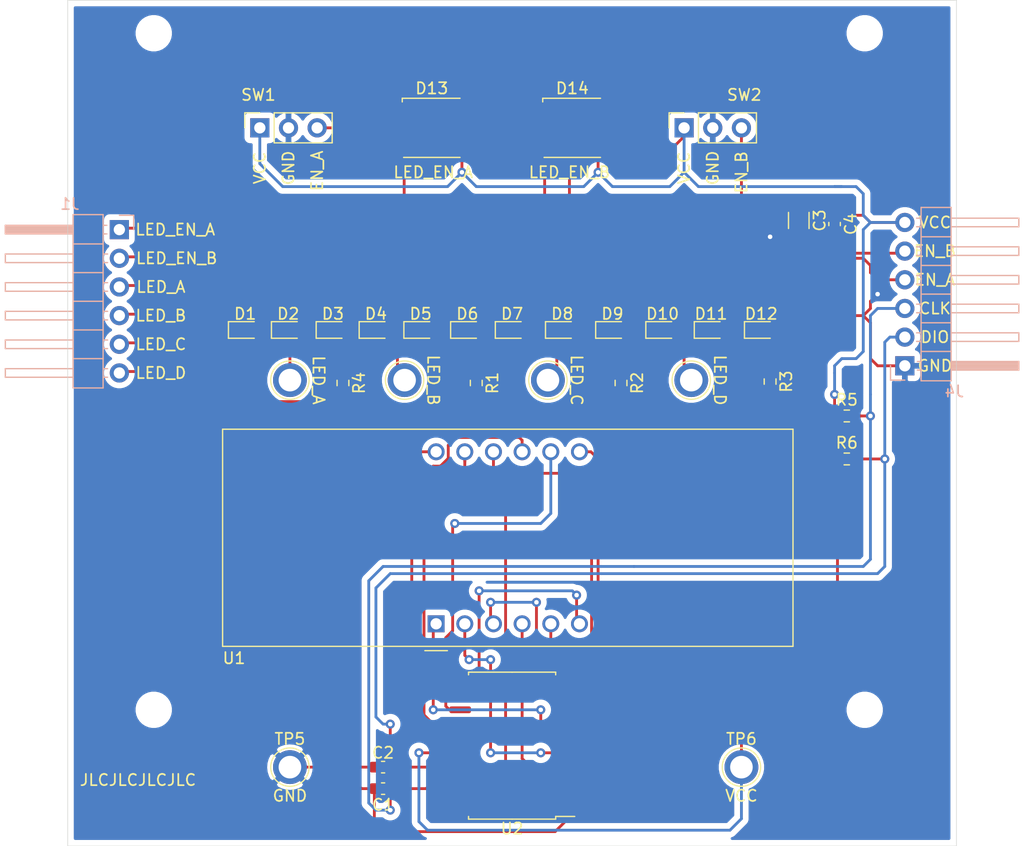
<source format=kicad_pcb>
(kicad_pcb (version 20171130) (host pcbnew "(5.1.7)-1")

  (general
    (thickness 1.6)
    (drawings 63)
    (tracks 382)
    (zones 0)
    (modules 40)
    (nets 35)
  )

  (page A4)
  (layers
    (0 F.Cu signal)
    (31 B.Cu signal)
    (32 B.Adhes user)
    (33 F.Adhes user)
    (34 B.Paste user)
    (35 F.Paste user)
    (36 B.SilkS user)
    (37 F.SilkS user)
    (38 B.Mask user)
    (39 F.Mask user)
    (40 Dwgs.User user)
    (41 Cmts.User user)
    (42 Eco1.User user)
    (43 Eco2.User user)
    (44 Edge.Cuts user)
    (45 Margin user)
    (46 B.CrtYd user)
    (47 F.CrtYd user)
    (48 B.Fab user)
    (49 F.Fab user)
  )

  (setup
    (last_trace_width 0.25)
    (trace_clearance 0.2)
    (zone_clearance 0.508)
    (zone_45_only no)
    (trace_min 0.2)
    (via_size 0.8)
    (via_drill 0.4)
    (via_min_size 0.4)
    (via_min_drill 0.3)
    (uvia_size 0.3)
    (uvia_drill 0.1)
    (uvias_allowed no)
    (uvia_min_size 0.2)
    (uvia_min_drill 0.1)
    (edge_width 0.05)
    (segment_width 0.2)
    (pcb_text_width 0.3)
    (pcb_text_size 1.5 1.5)
    (mod_edge_width 0.12)
    (mod_text_size 1 1)
    (mod_text_width 0.15)
    (pad_size 1.524 1.524)
    (pad_drill 0.762)
    (pad_to_mask_clearance 0)
    (aux_axis_origin 0 0)
    (grid_origin 59.205 146.07)
    (visible_elements 7FFFFFFF)
    (pcbplotparams
      (layerselection 0x010f0_ffffffff)
      (usegerberextensions false)
      (usegerberattributes true)
      (usegerberadvancedattributes true)
      (creategerberjobfile true)
      (excludeedgelayer true)
      (linewidth 0.100000)
      (plotframeref false)
      (viasonmask false)
      (mode 1)
      (useauxorigin false)
      (hpglpennumber 1)
      (hpglpenspeed 20)
      (hpglpendiameter 15.000000)
      (psnegative false)
      (psa4output false)
      (plotreference true)
      (plotvalue true)
      (plotinvisibletext false)
      (padsonsilk false)
      (subtractmaskfromsilk false)
      (outputformat 1)
      (mirror false)
      (drillshape 0)
      (scaleselection 1)
      (outputdirectory "central-panel-manuf/"))
  )

  (net 0 "")
  (net 1 "Net-(D1-Pad2)")
  (net 2 GND)
  (net 3 "Net-(D4-Pad2)")
  (net 4 "Net-(D7-Pad2)")
  (net 5 "Net-(D10-Pad2)")
  (net 6 VCC)
  (net 7 /LED_D)
  (net 8 /LED_C)
  (net 9 /LED_B)
  (net 10 /LED_A)
  (net 11 /DPX)
  (net 12 /SEG_G)
  (net 13 /SEG_F)
  (net 14 /SEG_E)
  (net 15 /SEG_D)
  (net 16 /SEG_C)
  (net 17 /SEG_B)
  (net 18 /SEG_A)
  (net 19 /ENABLE_B)
  (net 20 /ENABLE_A)
  (net 21 /CA4)
  (net 22 /CA3)
  (net 23 /CA2)
  (net 24 /CA1)
  (net 25 /LED_EN_A)
  (net 26 "Net-(D13-Pad4)")
  (net 27 /LED_EN_B)
  (net 28 "Net-(D14-Pad4)")
  (net 29 /CLK)
  (net 30 /DIO)
  (net 31 "Net-(U2-Pad20)")
  (net 32 "Net-(U2-Pad19)")
  (net 33 "Net-(U2-Pad11)")
  (net 34 "Net-(U2-Pad10)")

  (net_class Default "This is the default net class."
    (clearance 0.2)
    (trace_width 0.25)
    (via_dia 0.8)
    (via_drill 0.4)
    (uvia_dia 0.3)
    (uvia_drill 0.1)
    (add_net /CA1)
    (add_net /CA2)
    (add_net /CA3)
    (add_net /CA4)
    (add_net /CLK)
    (add_net /DIO)
    (add_net /DPX)
    (add_net /ENABLE_A)
    (add_net /ENABLE_B)
    (add_net /LED_A)
    (add_net /LED_B)
    (add_net /LED_C)
    (add_net /LED_D)
    (add_net /LED_EN_A)
    (add_net /LED_EN_B)
    (add_net /SEG_A)
    (add_net /SEG_B)
    (add_net /SEG_C)
    (add_net /SEG_D)
    (add_net /SEG_E)
    (add_net /SEG_F)
    (add_net /SEG_G)
    (add_net GND)
    (add_net "Net-(D1-Pad2)")
    (add_net "Net-(D10-Pad2)")
    (add_net "Net-(D13-Pad4)")
    (add_net "Net-(D14-Pad4)")
    (add_net "Net-(D4-Pad2)")
    (add_net "Net-(D7-Pad2)")
    (add_net "Net-(U2-Pad10)")
    (add_net "Net-(U2-Pad11)")
    (add_net "Net-(U2-Pad19)")
    (add_net "Net-(U2-Pad20)")
    (add_net VCC)
  )

  (module Capacitor_SMD:C_1206_3216Metric (layer F.Cu) (tedit 5F68FEEE) (tstamp 606C92EC)
    (at 123.975 90.649 270)
    (descr "Capacitor SMD 1206 (3216 Metric), square (rectangular) end terminal, IPC_7351 nominal, (Body size source: IPC-SM-782 page 76, https://www.pcb-3d.com/wordpress/wp-content/uploads/ipc-sm-782a_amendment_1_and_2.pdf), generated with kicad-footprint-generator")
    (tags capacitor)
    (path /6075403B)
    (attr smd)
    (fp_text reference C3 (at 0 -1.85 90) (layer F.SilkS)
      (effects (font (size 1 1) (thickness 0.15)))
    )
    (fp_text value 100uF (at 0 1.85 90) (layer F.Fab)
      (effects (font (size 1 1) (thickness 0.15)))
    )
    (fp_text user %R (at 0 0 90) (layer F.Fab)
      (effects (font (size 0.8 0.8) (thickness 0.12)))
    )
    (fp_line (start -1.6 0.8) (end -1.6 -0.8) (layer F.Fab) (width 0.1))
    (fp_line (start -1.6 -0.8) (end 1.6 -0.8) (layer F.Fab) (width 0.1))
    (fp_line (start 1.6 -0.8) (end 1.6 0.8) (layer F.Fab) (width 0.1))
    (fp_line (start 1.6 0.8) (end -1.6 0.8) (layer F.Fab) (width 0.1))
    (fp_line (start -0.711252 -0.91) (end 0.711252 -0.91) (layer F.SilkS) (width 0.12))
    (fp_line (start -0.711252 0.91) (end 0.711252 0.91) (layer F.SilkS) (width 0.12))
    (fp_line (start -2.3 1.15) (end -2.3 -1.15) (layer F.CrtYd) (width 0.05))
    (fp_line (start -2.3 -1.15) (end 2.3 -1.15) (layer F.CrtYd) (width 0.05))
    (fp_line (start 2.3 -1.15) (end 2.3 1.15) (layer F.CrtYd) (width 0.05))
    (fp_line (start 2.3 1.15) (end -2.3 1.15) (layer F.CrtYd) (width 0.05))
    (pad 2 smd roundrect (at 1.475 0 270) (size 1.15 1.8) (layers F.Cu F.Paste F.Mask) (roundrect_rratio 0.217391)
      (net 2 GND))
    (pad 1 smd roundrect (at -1.475 0 270) (size 1.15 1.8) (layers F.Cu F.Paste F.Mask) (roundrect_rratio 0.217391)
      (net 6 VCC))
    (model ${KISYS3DMOD}/Capacitor_SMD.3dshapes/C_1206_3216Metric.wrl
      (at (xyz 0 0 0))
      (scale (xyz 1 1 1))
      (rotate (xyz 0 0 0))
    )
  )

  (module TestPoint:TestPoint_Plated_Hole_D2.0mm (layer F.Cu) (tedit 5A0F774F) (tstamp 606CCBFA)
    (at 118.895 139.085)
    (descr "Plated Hole as test Point, diameter 2.0mm")
    (tags "test point plated hole")
    (path /6084E129)
    (attr virtual)
    (fp_text reference TP6 (at 0 -2.498) (layer F.SilkS)
      (effects (font (size 1 1) (thickness 0.15)))
    )
    (fp_text value TestPoint (at 0 2.45) (layer F.Fab)
      (effects (font (size 1 1) (thickness 0.15)))
    )
    (fp_circle (center 0 0) (end 0 -1.7) (layer F.SilkS) (width 0.12))
    (fp_circle (center 0 0) (end 1.8 0) (layer F.CrtYd) (width 0.05))
    (fp_text user %R (at 0 -2.5) (layer F.Fab)
      (effects (font (size 1 1) (thickness 0.15)))
    )
    (pad 1 thru_hole circle (at 0 0) (size 3 3) (drill 2) (layers *.Cu *.Mask)
      (net 6 VCC))
  )

  (module Package_SO:SOP-20_7.5x12.8mm_P1.27mm (layer F.Cu) (tedit 5F4D0A3D) (tstamp 606CDD40)
    (at 98.575 137.18 180)
    (descr "SOP, 20 Pin (https://www.holtek.com/documents/10179/116723/sop20-300.pdf), generated with kicad-footprint-generator ipc_gullwing_generator.py")
    (tags "SOP SO")
    (path /606CCD0C)
    (attr smd)
    (fp_text reference U2 (at 0 -7.35) (layer F.SilkS)
      (effects (font (size 1 1) (thickness 0.15)))
    )
    (fp_text value TM1637 (at 0 7.35) (layer F.Fab)
      (effects (font (size 1 1) (thickness 0.15)))
    )
    (fp_line (start 5.8 -6.65) (end -5.8 -6.65) (layer F.CrtYd) (width 0.05))
    (fp_line (start 5.8 6.65) (end 5.8 -6.65) (layer F.CrtYd) (width 0.05))
    (fp_line (start -5.8 6.65) (end 5.8 6.65) (layer F.CrtYd) (width 0.05))
    (fp_line (start -5.8 -6.65) (end -5.8 6.65) (layer F.CrtYd) (width 0.05))
    (fp_line (start -3.75 -5.4) (end -2.75 -6.4) (layer F.Fab) (width 0.1))
    (fp_line (start -3.75 6.4) (end -3.75 -5.4) (layer F.Fab) (width 0.1))
    (fp_line (start 3.75 6.4) (end -3.75 6.4) (layer F.Fab) (width 0.1))
    (fp_line (start 3.75 -6.4) (end 3.75 6.4) (layer F.Fab) (width 0.1))
    (fp_line (start -2.75 -6.4) (end 3.75 -6.4) (layer F.Fab) (width 0.1))
    (fp_line (start -3.86 -6.275) (end -5.55 -6.275) (layer F.SilkS) (width 0.12))
    (fp_line (start -3.86 -6.51) (end -3.86 -6.275) (layer F.SilkS) (width 0.12))
    (fp_line (start 0 -6.51) (end -3.86 -6.51) (layer F.SilkS) (width 0.12))
    (fp_line (start 3.86 -6.51) (end 3.86 -6.275) (layer F.SilkS) (width 0.12))
    (fp_line (start 0 -6.51) (end 3.86 -6.51) (layer F.SilkS) (width 0.12))
    (fp_line (start -3.86 6.51) (end -3.86 6.275) (layer F.SilkS) (width 0.12))
    (fp_line (start 0 6.51) (end -3.86 6.51) (layer F.SilkS) (width 0.12))
    (fp_line (start 3.86 6.51) (end 3.86 6.275) (layer F.SilkS) (width 0.12))
    (fp_line (start 0 6.51) (end 3.86 6.51) (layer F.SilkS) (width 0.12))
    (fp_text user %R (at 0 0) (layer F.Fab)
      (effects (font (size 1 1) (thickness 0.15)))
    )
    (pad 20 smd roundrect (at 4.6 -5.715 180) (size 1.9 0.6) (layers F.Cu F.Paste F.Mask) (roundrect_rratio 0.25)
      (net 31 "Net-(U2-Pad20)"))
    (pad 19 smd roundrect (at 4.6 -4.445 180) (size 1.9 0.6) (layers F.Cu F.Paste F.Mask) (roundrect_rratio 0.25)
      (net 32 "Net-(U2-Pad19)"))
    (pad 18 smd roundrect (at 4.6 -3.175 180) (size 1.9 0.6) (layers F.Cu F.Paste F.Mask) (roundrect_rratio 0.25)
      (net 29 /CLK))
    (pad 17 smd roundrect (at 4.6 -1.905 180) (size 1.9 0.6) (layers F.Cu F.Paste F.Mask) (roundrect_rratio 0.25)
      (net 30 /DIO))
    (pad 16 smd roundrect (at 4.6 -0.635 180) (size 1.9 0.6) (layers F.Cu F.Paste F.Mask) (roundrect_rratio 0.25)
      (net 6 VCC))
    (pad 15 smd roundrect (at 4.6 0.635 180) (size 1.9 0.6) (layers F.Cu F.Paste F.Mask) (roundrect_rratio 0.25)
      (net 24 /CA1))
    (pad 14 smd roundrect (at 4.6 1.905 180) (size 1.9 0.6) (layers F.Cu F.Paste F.Mask) (roundrect_rratio 0.25)
      (net 23 /CA2))
    (pad 13 smd roundrect (at 4.6 3.175 180) (size 1.9 0.6) (layers F.Cu F.Paste F.Mask) (roundrect_rratio 0.25)
      (net 22 /CA3))
    (pad 12 smd roundrect (at 4.6 4.445 180) (size 1.9 0.6) (layers F.Cu F.Paste F.Mask) (roundrect_rratio 0.25)
      (net 21 /CA4))
    (pad 11 smd roundrect (at 4.6 5.715 180) (size 1.9 0.6) (layers F.Cu F.Paste F.Mask) (roundrect_rratio 0.25)
      (net 33 "Net-(U2-Pad11)"))
    (pad 10 smd roundrect (at -4.6 5.715 180) (size 1.9 0.6) (layers F.Cu F.Paste F.Mask) (roundrect_rratio 0.25)
      (net 34 "Net-(U2-Pad10)"))
    (pad 9 smd roundrect (at -4.6 4.445 180) (size 1.9 0.6) (layers F.Cu F.Paste F.Mask) (roundrect_rratio 0.25)
      (net 11 /DPX))
    (pad 8 smd roundrect (at -4.6 3.175 180) (size 1.9 0.6) (layers F.Cu F.Paste F.Mask) (roundrect_rratio 0.25)
      (net 12 /SEG_G))
    (pad 7 smd roundrect (at -4.6 1.905 180) (size 1.9 0.6) (layers F.Cu F.Paste F.Mask) (roundrect_rratio 0.25)
      (net 13 /SEG_F))
    (pad 6 smd roundrect (at -4.6 0.635 180) (size 1.9 0.6) (layers F.Cu F.Paste F.Mask) (roundrect_rratio 0.25)
      (net 14 /SEG_E))
    (pad 5 smd roundrect (at -4.6 -0.635 180) (size 1.9 0.6) (layers F.Cu F.Paste F.Mask) (roundrect_rratio 0.25)
      (net 15 /SEG_D))
    (pad 4 smd roundrect (at -4.6 -1.905 180) (size 1.9 0.6) (layers F.Cu F.Paste F.Mask) (roundrect_rratio 0.25)
      (net 16 /SEG_C))
    (pad 3 smd roundrect (at -4.6 -3.175 180) (size 1.9 0.6) (layers F.Cu F.Paste F.Mask) (roundrect_rratio 0.25)
      (net 17 /SEG_B))
    (pad 2 smd roundrect (at -4.6 -4.445 180) (size 1.9 0.6) (layers F.Cu F.Paste F.Mask) (roundrect_rratio 0.25)
      (net 18 /SEG_A))
    (pad 1 smd roundrect (at -4.6 -5.715 180) (size 1.9 0.6) (layers F.Cu F.Paste F.Mask) (roundrect_rratio 0.25)
      (net 2 GND))
    (model ${KISYS3DMOD}/Package_SO.3dshapes/SOP-20_7.5x12.8mm_P1.27mm.wrl
      (at (xyz 0 0 0))
      (scale (xyz 1 1 1))
      (rotate (xyz 0 0 0))
    )
  )

  (module Resistor_SMD:R_0603_1608Metric (layer F.Cu) (tedit 5F68FEEE) (tstamp 606C970D)
    (at 128.23 111.78)
    (descr "Resistor SMD 0603 (1608 Metric), square (rectangular) end terminal, IPC_7351 nominal, (Body size source: IPC-SM-782 page 72, https://www.pcb-3d.com/wordpress/wp-content/uploads/ipc-sm-782a_amendment_1_and_2.pdf), generated with kicad-footprint-generator")
    (tags resistor)
    (path /60761DAF)
    (attr smd)
    (fp_text reference R6 (at 0 -1.43) (layer F.SilkS)
      (effects (font (size 1 1) (thickness 0.15)))
    )
    (fp_text value 10k (at 0 1.43) (layer F.Fab)
      (effects (font (size 1 1) (thickness 0.15)))
    )
    (fp_line (start 1.48 0.73) (end -1.48 0.73) (layer F.CrtYd) (width 0.05))
    (fp_line (start 1.48 -0.73) (end 1.48 0.73) (layer F.CrtYd) (width 0.05))
    (fp_line (start -1.48 -0.73) (end 1.48 -0.73) (layer F.CrtYd) (width 0.05))
    (fp_line (start -1.48 0.73) (end -1.48 -0.73) (layer F.CrtYd) (width 0.05))
    (fp_line (start -0.237258 0.5225) (end 0.237258 0.5225) (layer F.SilkS) (width 0.12))
    (fp_line (start -0.237258 -0.5225) (end 0.237258 -0.5225) (layer F.SilkS) (width 0.12))
    (fp_line (start 0.8 0.4125) (end -0.8 0.4125) (layer F.Fab) (width 0.1))
    (fp_line (start 0.8 -0.4125) (end 0.8 0.4125) (layer F.Fab) (width 0.1))
    (fp_line (start -0.8 -0.4125) (end 0.8 -0.4125) (layer F.Fab) (width 0.1))
    (fp_line (start -0.8 0.4125) (end -0.8 -0.4125) (layer F.Fab) (width 0.1))
    (fp_text user %R (at 0 0) (layer F.Fab)
      (effects (font (size 0.4 0.4) (thickness 0.06)))
    )
    (pad 2 smd roundrect (at 0.825 0) (size 0.8 0.95) (layers F.Cu F.Paste F.Mask) (roundrect_rratio 0.25)
      (net 30 /DIO))
    (pad 1 smd roundrect (at -0.825 0) (size 0.8 0.95) (layers F.Cu F.Paste F.Mask) (roundrect_rratio 0.25)
      (net 6 VCC))
    (model ${KISYS3DMOD}/Resistor_SMD.3dshapes/R_0603_1608Metric.wrl
      (at (xyz 0 0 0))
      (scale (xyz 1 1 1))
      (rotate (xyz 0 0 0))
    )
  )

  (module Resistor_SMD:R_0603_1608Metric (layer F.Cu) (tedit 5F68FEEE) (tstamp 606C96FC)
    (at 128.23 107.97)
    (descr "Resistor SMD 0603 (1608 Metric), square (rectangular) end terminal, IPC_7351 nominal, (Body size source: IPC-SM-782 page 72, https://www.pcb-3d.com/wordpress/wp-content/uploads/ipc-sm-782a_amendment_1_and_2.pdf), generated with kicad-footprint-generator")
    (tags resistor)
    (path /607616E5)
    (attr smd)
    (fp_text reference R5 (at 0 -1.43) (layer F.SilkS)
      (effects (font (size 1 1) (thickness 0.15)))
    )
    (fp_text value 10k (at 0 1.43) (layer F.Fab)
      (effects (font (size 1 1) (thickness 0.15)))
    )
    (fp_line (start 1.48 0.73) (end -1.48 0.73) (layer F.CrtYd) (width 0.05))
    (fp_line (start 1.48 -0.73) (end 1.48 0.73) (layer F.CrtYd) (width 0.05))
    (fp_line (start -1.48 -0.73) (end 1.48 -0.73) (layer F.CrtYd) (width 0.05))
    (fp_line (start -1.48 0.73) (end -1.48 -0.73) (layer F.CrtYd) (width 0.05))
    (fp_line (start -0.237258 0.5225) (end 0.237258 0.5225) (layer F.SilkS) (width 0.12))
    (fp_line (start -0.237258 -0.5225) (end 0.237258 -0.5225) (layer F.SilkS) (width 0.12))
    (fp_line (start 0.8 0.4125) (end -0.8 0.4125) (layer F.Fab) (width 0.1))
    (fp_line (start 0.8 -0.4125) (end 0.8 0.4125) (layer F.Fab) (width 0.1))
    (fp_line (start -0.8 -0.4125) (end 0.8 -0.4125) (layer F.Fab) (width 0.1))
    (fp_line (start -0.8 0.4125) (end -0.8 -0.4125) (layer F.Fab) (width 0.1))
    (fp_text user %R (at 0 0) (layer F.Fab)
      (effects (font (size 0.4 0.4) (thickness 0.06)))
    )
    (pad 2 smd roundrect (at 0.825 0) (size 0.8 0.95) (layers F.Cu F.Paste F.Mask) (roundrect_rratio 0.25)
      (net 29 /CLK))
    (pad 1 smd roundrect (at -0.825 0) (size 0.8 0.95) (layers F.Cu F.Paste F.Mask) (roundrect_rratio 0.25)
      (net 6 VCC))
    (model ${KISYS3DMOD}/Resistor_SMD.3dshapes/R_0603_1608Metric.wrl
      (at (xyz 0 0 0))
      (scale (xyz 1 1 1))
      (rotate (xyz 0 0 0))
    )
  )

  (module Connector_PinHeader_2.54mm:PinHeader_1x06_P2.54mm_Horizontal (layer B.Cu) (tedit 59FED5CB) (tstamp 606B63E2)
    (at 133.373 103.525)
    (descr "Through hole angled pin header, 1x06, 2.54mm pitch, 6mm pin length, single row")
    (tags "Through hole angled pin header THT 1x06 2.54mm single row")
    (path /60703077)
    (fp_text reference J4 (at 4.385 2.27) (layer B.SilkS)
      (effects (font (size 1 1) (thickness 0.15)) (justify mirror))
    )
    (fp_text value Arduino_Conn (at 4.385 -14.97) (layer B.Fab)
      (effects (font (size 1 1) (thickness 0.15)) (justify mirror))
    )
    (fp_line (start 10.55 1.8) (end -1.8 1.8) (layer B.CrtYd) (width 0.05))
    (fp_line (start 10.55 -14.5) (end 10.55 1.8) (layer B.CrtYd) (width 0.05))
    (fp_line (start -1.8 -14.5) (end 10.55 -14.5) (layer B.CrtYd) (width 0.05))
    (fp_line (start -1.8 1.8) (end -1.8 -14.5) (layer B.CrtYd) (width 0.05))
    (fp_line (start -1.27 1.27) (end 0 1.27) (layer B.SilkS) (width 0.12))
    (fp_line (start -1.27 0) (end -1.27 1.27) (layer B.SilkS) (width 0.12))
    (fp_line (start 1.042929 -13.08) (end 1.44 -13.08) (layer B.SilkS) (width 0.12))
    (fp_line (start 1.042929 -12.32) (end 1.44 -12.32) (layer B.SilkS) (width 0.12))
    (fp_line (start 10.1 -13.08) (end 4.1 -13.08) (layer B.SilkS) (width 0.12))
    (fp_line (start 10.1 -12.32) (end 10.1 -13.08) (layer B.SilkS) (width 0.12))
    (fp_line (start 4.1 -12.32) (end 10.1 -12.32) (layer B.SilkS) (width 0.12))
    (fp_line (start 1.44 -11.43) (end 4.1 -11.43) (layer B.SilkS) (width 0.12))
    (fp_line (start 1.042929 -10.54) (end 1.44 -10.54) (layer B.SilkS) (width 0.12))
    (fp_line (start 1.042929 -9.78) (end 1.44 -9.78) (layer B.SilkS) (width 0.12))
    (fp_line (start 10.1 -10.54) (end 4.1 -10.54) (layer B.SilkS) (width 0.12))
    (fp_line (start 10.1 -9.78) (end 10.1 -10.54) (layer B.SilkS) (width 0.12))
    (fp_line (start 4.1 -9.78) (end 10.1 -9.78) (layer B.SilkS) (width 0.12))
    (fp_line (start 1.44 -8.89) (end 4.1 -8.89) (layer B.SilkS) (width 0.12))
    (fp_line (start 1.042929 -8) (end 1.44 -8) (layer B.SilkS) (width 0.12))
    (fp_line (start 1.042929 -7.24) (end 1.44 -7.24) (layer B.SilkS) (width 0.12))
    (fp_line (start 10.1 -8) (end 4.1 -8) (layer B.SilkS) (width 0.12))
    (fp_line (start 10.1 -7.24) (end 10.1 -8) (layer B.SilkS) (width 0.12))
    (fp_line (start 4.1 -7.24) (end 10.1 -7.24) (layer B.SilkS) (width 0.12))
    (fp_line (start 1.44 -6.35) (end 4.1 -6.35) (layer B.SilkS) (width 0.12))
    (fp_line (start 1.042929 -5.46) (end 1.44 -5.46) (layer B.SilkS) (width 0.12))
    (fp_line (start 1.042929 -4.7) (end 1.44 -4.7) (layer B.SilkS) (width 0.12))
    (fp_line (start 10.1 -5.46) (end 4.1 -5.46) (layer B.SilkS) (width 0.12))
    (fp_line (start 10.1 -4.7) (end 10.1 -5.46) (layer B.SilkS) (width 0.12))
    (fp_line (start 4.1 -4.7) (end 10.1 -4.7) (layer B.SilkS) (width 0.12))
    (fp_line (start 1.44 -3.81) (end 4.1 -3.81) (layer B.SilkS) (width 0.12))
    (fp_line (start 1.042929 -2.92) (end 1.44 -2.92) (layer B.SilkS) (width 0.12))
    (fp_line (start 1.042929 -2.16) (end 1.44 -2.16) (layer B.SilkS) (width 0.12))
    (fp_line (start 10.1 -2.92) (end 4.1 -2.92) (layer B.SilkS) (width 0.12))
    (fp_line (start 10.1 -2.16) (end 10.1 -2.92) (layer B.SilkS) (width 0.12))
    (fp_line (start 4.1 -2.16) (end 10.1 -2.16) (layer B.SilkS) (width 0.12))
    (fp_line (start 1.44 -1.27) (end 4.1 -1.27) (layer B.SilkS) (width 0.12))
    (fp_line (start 1.11 -0.38) (end 1.44 -0.38) (layer B.SilkS) (width 0.12))
    (fp_line (start 1.11 0.38) (end 1.44 0.38) (layer B.SilkS) (width 0.12))
    (fp_line (start 4.1 -0.28) (end 10.1 -0.28) (layer B.SilkS) (width 0.12))
    (fp_line (start 4.1 -0.16) (end 10.1 -0.16) (layer B.SilkS) (width 0.12))
    (fp_line (start 4.1 -0.04) (end 10.1 -0.04) (layer B.SilkS) (width 0.12))
    (fp_line (start 4.1 0.08) (end 10.1 0.08) (layer B.SilkS) (width 0.12))
    (fp_line (start 4.1 0.2) (end 10.1 0.2) (layer B.SilkS) (width 0.12))
    (fp_line (start 4.1 0.32) (end 10.1 0.32) (layer B.SilkS) (width 0.12))
    (fp_line (start 10.1 -0.38) (end 4.1 -0.38) (layer B.SilkS) (width 0.12))
    (fp_line (start 10.1 0.38) (end 10.1 -0.38) (layer B.SilkS) (width 0.12))
    (fp_line (start 4.1 0.38) (end 10.1 0.38) (layer B.SilkS) (width 0.12))
    (fp_line (start 4.1 1.33) (end 1.44 1.33) (layer B.SilkS) (width 0.12))
    (fp_line (start 4.1 -14.03) (end 4.1 1.33) (layer B.SilkS) (width 0.12))
    (fp_line (start 1.44 -14.03) (end 4.1 -14.03) (layer B.SilkS) (width 0.12))
    (fp_line (start 1.44 1.33) (end 1.44 -14.03) (layer B.SilkS) (width 0.12))
    (fp_line (start 4.04 -13.02) (end 10.04 -13.02) (layer B.Fab) (width 0.1))
    (fp_line (start 10.04 -12.38) (end 10.04 -13.02) (layer B.Fab) (width 0.1))
    (fp_line (start 4.04 -12.38) (end 10.04 -12.38) (layer B.Fab) (width 0.1))
    (fp_line (start -0.32 -13.02) (end 1.5 -13.02) (layer B.Fab) (width 0.1))
    (fp_line (start -0.32 -12.38) (end -0.32 -13.02) (layer B.Fab) (width 0.1))
    (fp_line (start -0.32 -12.38) (end 1.5 -12.38) (layer B.Fab) (width 0.1))
    (fp_line (start 4.04 -10.48) (end 10.04 -10.48) (layer B.Fab) (width 0.1))
    (fp_line (start 10.04 -9.84) (end 10.04 -10.48) (layer B.Fab) (width 0.1))
    (fp_line (start 4.04 -9.84) (end 10.04 -9.84) (layer B.Fab) (width 0.1))
    (fp_line (start -0.32 -10.48) (end 1.5 -10.48) (layer B.Fab) (width 0.1))
    (fp_line (start -0.32 -9.84) (end -0.32 -10.48) (layer B.Fab) (width 0.1))
    (fp_line (start -0.32 -9.84) (end 1.5 -9.84) (layer B.Fab) (width 0.1))
    (fp_line (start 4.04 -7.94) (end 10.04 -7.94) (layer B.Fab) (width 0.1))
    (fp_line (start 10.04 -7.3) (end 10.04 -7.94) (layer B.Fab) (width 0.1))
    (fp_line (start 4.04 -7.3) (end 10.04 -7.3) (layer B.Fab) (width 0.1))
    (fp_line (start -0.32 -7.94) (end 1.5 -7.94) (layer B.Fab) (width 0.1))
    (fp_line (start -0.32 -7.3) (end -0.32 -7.94) (layer B.Fab) (width 0.1))
    (fp_line (start -0.32 -7.3) (end 1.5 -7.3) (layer B.Fab) (width 0.1))
    (fp_line (start 4.04 -5.4) (end 10.04 -5.4) (layer B.Fab) (width 0.1))
    (fp_line (start 10.04 -4.76) (end 10.04 -5.4) (layer B.Fab) (width 0.1))
    (fp_line (start 4.04 -4.76) (end 10.04 -4.76) (layer B.Fab) (width 0.1))
    (fp_line (start -0.32 -5.4) (end 1.5 -5.4) (layer B.Fab) (width 0.1))
    (fp_line (start -0.32 -4.76) (end -0.32 -5.4) (layer B.Fab) (width 0.1))
    (fp_line (start -0.32 -4.76) (end 1.5 -4.76) (layer B.Fab) (width 0.1))
    (fp_line (start 4.04 -2.86) (end 10.04 -2.86) (layer B.Fab) (width 0.1))
    (fp_line (start 10.04 -2.22) (end 10.04 -2.86) (layer B.Fab) (width 0.1))
    (fp_line (start 4.04 -2.22) (end 10.04 -2.22) (layer B.Fab) (width 0.1))
    (fp_line (start -0.32 -2.86) (end 1.5 -2.86) (layer B.Fab) (width 0.1))
    (fp_line (start -0.32 -2.22) (end -0.32 -2.86) (layer B.Fab) (width 0.1))
    (fp_line (start -0.32 -2.22) (end 1.5 -2.22) (layer B.Fab) (width 0.1))
    (fp_line (start 4.04 -0.32) (end 10.04 -0.32) (layer B.Fab) (width 0.1))
    (fp_line (start 10.04 0.32) (end 10.04 -0.32) (layer B.Fab) (width 0.1))
    (fp_line (start 4.04 0.32) (end 10.04 0.32) (layer B.Fab) (width 0.1))
    (fp_line (start -0.32 -0.32) (end 1.5 -0.32) (layer B.Fab) (width 0.1))
    (fp_line (start -0.32 0.32) (end -0.32 -0.32) (layer B.Fab) (width 0.1))
    (fp_line (start -0.32 0.32) (end 1.5 0.32) (layer B.Fab) (width 0.1))
    (fp_line (start 1.5 0.635) (end 2.135 1.27) (layer B.Fab) (width 0.1))
    (fp_line (start 1.5 -13.97) (end 1.5 0.635) (layer B.Fab) (width 0.1))
    (fp_line (start 4.04 -13.97) (end 1.5 -13.97) (layer B.Fab) (width 0.1))
    (fp_line (start 4.04 1.27) (end 4.04 -13.97) (layer B.Fab) (width 0.1))
    (fp_line (start 2.135 1.27) (end 4.04 1.27) (layer B.Fab) (width 0.1))
    (fp_text user %R (at 2.77 -6.35 -90) (layer B.Fab)
      (effects (font (size 1 1) (thickness 0.15)) (justify mirror))
    )
    (pad 6 thru_hole oval (at 0 -12.7) (size 1.7 1.7) (drill 1) (layers *.Cu *.Mask)
      (net 6 VCC))
    (pad 5 thru_hole oval (at 0 -10.16) (size 1.7 1.7) (drill 1) (layers *.Cu *.Mask)
      (net 19 /ENABLE_B))
    (pad 4 thru_hole oval (at 0 -7.62) (size 1.7 1.7) (drill 1) (layers *.Cu *.Mask)
      (net 20 /ENABLE_A))
    (pad 3 thru_hole oval (at 0 -5.08) (size 1.7 1.7) (drill 1) (layers *.Cu *.Mask)
      (net 29 /CLK))
    (pad 2 thru_hole oval (at 0 -2.54) (size 1.7 1.7) (drill 1) (layers *.Cu *.Mask)
      (net 30 /DIO))
    (pad 1 thru_hole rect (at 0 0) (size 1.7 1.7) (drill 1) (layers *.Cu *.Mask)
      (net 2 GND))
    (model ${KISYS3DMOD}/Connector_PinHeader_2.54mm.3dshapes/PinHeader_1x06_P2.54mm_Horizontal.wrl
      (at (xyz 0 0 0))
      (scale (xyz 1 1 1))
      (rotate (xyz 0 0 0))
    )
  )

  (module Capacitor_SMD:C_0603_1608Metric (layer F.Cu) (tedit 5F68FEEE) (tstamp 606C92FD)
    (at 127.15 90.965 270)
    (descr "Capacitor SMD 0603 (1608 Metric), square (rectangular) end terminal, IPC_7351 nominal, (Body size source: IPC-SM-782 page 76, https://www.pcb-3d.com/wordpress/wp-content/uploads/ipc-sm-782a_amendment_1_and_2.pdf), generated with kicad-footprint-generator")
    (tags capacitor)
    (path /60754715)
    (attr smd)
    (fp_text reference C4 (at 0 -1.43 90) (layer F.SilkS)
      (effects (font (size 1 1) (thickness 0.15)))
    )
    (fp_text value 10nF (at 0 1.43 90) (layer F.Fab)
      (effects (font (size 1 1) (thickness 0.15)))
    )
    (fp_line (start 1.48 0.73) (end -1.48 0.73) (layer F.CrtYd) (width 0.05))
    (fp_line (start 1.48 -0.73) (end 1.48 0.73) (layer F.CrtYd) (width 0.05))
    (fp_line (start -1.48 -0.73) (end 1.48 -0.73) (layer F.CrtYd) (width 0.05))
    (fp_line (start -1.48 0.73) (end -1.48 -0.73) (layer F.CrtYd) (width 0.05))
    (fp_line (start -0.14058 0.51) (end 0.14058 0.51) (layer F.SilkS) (width 0.12))
    (fp_line (start -0.14058 -0.51) (end 0.14058 -0.51) (layer F.SilkS) (width 0.12))
    (fp_line (start 0.8 0.4) (end -0.8 0.4) (layer F.Fab) (width 0.1))
    (fp_line (start 0.8 -0.4) (end 0.8 0.4) (layer F.Fab) (width 0.1))
    (fp_line (start -0.8 -0.4) (end 0.8 -0.4) (layer F.Fab) (width 0.1))
    (fp_line (start -0.8 0.4) (end -0.8 -0.4) (layer F.Fab) (width 0.1))
    (fp_text user %R (at 0 0 90) (layer F.Fab)
      (effects (font (size 0.4 0.4) (thickness 0.06)))
    )
    (pad 2 smd roundrect (at 0.775 0 270) (size 0.9 0.95) (layers F.Cu F.Paste F.Mask) (roundrect_rratio 0.25)
      (net 2 GND))
    (pad 1 smd roundrect (at -0.775 0 270) (size 0.9 0.95) (layers F.Cu F.Paste F.Mask) (roundrect_rratio 0.25)
      (net 6 VCC))
    (model ${KISYS3DMOD}/Capacitor_SMD.3dshapes/C_0603_1608Metric.wrl
      (at (xyz 0 0 0))
      (scale (xyz 1 1 1))
      (rotate (xyz 0 0 0))
    )
  )

  (module Capacitor_SMD:C_0603_1608Metric (layer F.Cu) (tedit 5F68FEEE) (tstamp 606C92DB)
    (at 87.145 139.085 180)
    (descr "Capacitor SMD 0603 (1608 Metric), square (rectangular) end terminal, IPC_7351 nominal, (Body size source: IPC-SM-782 page 76, https://www.pcb-3d.com/wordpress/wp-content/uploads/ipc-sm-782a_amendment_1_and_2.pdf), generated with kicad-footprint-generator")
    (tags capacitor)
    (path /60790A1E)
    (attr smd)
    (fp_text reference C2 (at 0 1.27) (layer F.SilkS)
      (effects (font (size 1 1) (thickness 0.15)))
    )
    (fp_text value 100pF (at 0 1.43) (layer F.Fab)
      (effects (font (size 1 1) (thickness 0.15)))
    )
    (fp_line (start 1.48 0.73) (end -1.48 0.73) (layer F.CrtYd) (width 0.05))
    (fp_line (start 1.48 -0.73) (end 1.48 0.73) (layer F.CrtYd) (width 0.05))
    (fp_line (start -1.48 -0.73) (end 1.48 -0.73) (layer F.CrtYd) (width 0.05))
    (fp_line (start -1.48 0.73) (end -1.48 -0.73) (layer F.CrtYd) (width 0.05))
    (fp_line (start -0.14058 0.51) (end 0.14058 0.51) (layer F.SilkS) (width 0.12))
    (fp_line (start -0.14058 -0.51) (end 0.14058 -0.51) (layer F.SilkS) (width 0.12))
    (fp_line (start 0.8 0.4) (end -0.8 0.4) (layer F.Fab) (width 0.1))
    (fp_line (start 0.8 -0.4) (end 0.8 0.4) (layer F.Fab) (width 0.1))
    (fp_line (start -0.8 -0.4) (end 0.8 -0.4) (layer F.Fab) (width 0.1))
    (fp_line (start -0.8 0.4) (end -0.8 -0.4) (layer F.Fab) (width 0.1))
    (fp_text user %R (at 0 0) (layer F.Fab)
      (effects (font (size 0.4 0.4) (thickness 0.06)))
    )
    (pad 2 smd roundrect (at 0.775 0 180) (size 0.9 0.95) (layers F.Cu F.Paste F.Mask) (roundrect_rratio 0.25)
      (net 2 GND))
    (pad 1 smd roundrect (at -0.775 0 180) (size 0.9 0.95) (layers F.Cu F.Paste F.Mask) (roundrect_rratio 0.25)
      (net 30 /DIO))
    (model ${KISYS3DMOD}/Capacitor_SMD.3dshapes/C_0603_1608Metric.wrl
      (at (xyz 0 0 0))
      (scale (xyz 1 1 1))
      (rotate (xyz 0 0 0))
    )
  )

  (module Capacitor_SMD:C_0603_1608Metric (layer F.Cu) (tedit 5F68FEEE) (tstamp 606C92CA)
    (at 87.145 140.99 180)
    (descr "Capacitor SMD 0603 (1608 Metric), square (rectangular) end terminal, IPC_7351 nominal, (Body size source: IPC-SM-782 page 76, https://www.pcb-3d.com/wordpress/wp-content/uploads/ipc-sm-782a_amendment_1_and_2.pdf), generated with kicad-footprint-generator")
    (tags capacitor)
    (path /607901E7)
    (attr smd)
    (fp_text reference C1 (at 0 -1.43) (layer F.SilkS)
      (effects (font (size 1 1) (thickness 0.15)))
    )
    (fp_text value 100pF (at 0 1.43) (layer F.Fab)
      (effects (font (size 1 1) (thickness 0.15)))
    )
    (fp_line (start 1.48 0.73) (end -1.48 0.73) (layer F.CrtYd) (width 0.05))
    (fp_line (start 1.48 -0.73) (end 1.48 0.73) (layer F.CrtYd) (width 0.05))
    (fp_line (start -1.48 -0.73) (end 1.48 -0.73) (layer F.CrtYd) (width 0.05))
    (fp_line (start -1.48 0.73) (end -1.48 -0.73) (layer F.CrtYd) (width 0.05))
    (fp_line (start -0.14058 0.51) (end 0.14058 0.51) (layer F.SilkS) (width 0.12))
    (fp_line (start -0.14058 -0.51) (end 0.14058 -0.51) (layer F.SilkS) (width 0.12))
    (fp_line (start 0.8 0.4) (end -0.8 0.4) (layer F.Fab) (width 0.1))
    (fp_line (start 0.8 -0.4) (end 0.8 0.4) (layer F.Fab) (width 0.1))
    (fp_line (start -0.8 -0.4) (end 0.8 -0.4) (layer F.Fab) (width 0.1))
    (fp_line (start -0.8 0.4) (end -0.8 -0.4) (layer F.Fab) (width 0.1))
    (fp_text user %R (at 0 0) (layer F.Fab)
      (effects (font (size 0.4 0.4) (thickness 0.06)))
    )
    (pad 2 smd roundrect (at 0.775 0 180) (size 0.9 0.95) (layers F.Cu F.Paste F.Mask) (roundrect_rratio 0.25)
      (net 2 GND))
    (pad 1 smd roundrect (at -0.775 0 180) (size 0.9 0.95) (layers F.Cu F.Paste F.Mask) (roundrect_rratio 0.25)
      (net 29 /CLK))
    (model ${KISYS3DMOD}/Capacitor_SMD.3dshapes/C_0603_1608Metric.wrl
      (at (xyz 0 0 0))
      (scale (xyz 1 1 1))
      (rotate (xyz 0 0 0))
    )
  )

  (module TestPoint:TestPoint_Plated_Hole_D2.0mm (layer F.Cu) (tedit 5A0F774F) (tstamp 606CFB88)
    (at 78.89 139.085)
    (descr "Plated Hole as test Point, diameter 2.0mm")
    (tags "test point plated hole")
    (path /609BB4CE)
    (attr virtual)
    (fp_text reference TP5 (at 0 -2.498) (layer F.SilkS)
      (effects (font (size 1 1) (thickness 0.15)))
    )
    (fp_text value TestPoint (at 0 2.45) (layer F.Fab)
      (effects (font (size 1 1) (thickness 0.15)))
    )
    (fp_circle (center 0 0) (end 0 -1.7) (layer F.SilkS) (width 0.12))
    (fp_circle (center 0 0) (end 1.8 0) (layer F.CrtYd) (width 0.05))
    (fp_text user %R (at 0 -2.5) (layer F.Fab)
      (effects (font (size 1 1) (thickness 0.15)))
    )
    (pad 1 thru_hole circle (at 0 0) (size 3 3) (drill 2) (layers *.Cu *.Mask)
      (net 2 GND))
  )

  (module TestPoint:TestPoint_Plated_Hole_D2.0mm (layer F.Cu) (tedit 5A0F774F) (tstamp 606CFB80)
    (at 114.45 104.795)
    (descr "Plated Hole as test Point, diameter 2.0mm")
    (tags "test point plated hole")
    (path /609BD1D8)
    (attr virtual)
    (fp_text reference TP4 (at 0 2.794) (layer F.SilkS) hide
      (effects (font (size 1 1) (thickness 0.15)))
    )
    (fp_text value TestPoint (at 0 2.45) (layer F.Fab)
      (effects (font (size 1 1) (thickness 0.15)))
    )
    (fp_circle (center 0 0) (end 0 -1.7) (layer F.SilkS) (width 0.12))
    (fp_circle (center 0 0) (end 1.8 0) (layer F.CrtYd) (width 0.05))
    (fp_text user %R (at 0 -2.5) (layer F.Fab)
      (effects (font (size 1 1) (thickness 0.15)))
    )
    (pad 1 thru_hole circle (at 0 0) (size 3 3) (drill 2) (layers *.Cu *.Mask)
      (net 5 "Net-(D10-Pad2)"))
  )

  (module TestPoint:TestPoint_Plated_Hole_D2.0mm (layer F.Cu) (tedit 5A0F774F) (tstamp 606CFB78)
    (at 101.75 104.795)
    (descr "Plated Hole as test Point, diameter 2.0mm")
    (tags "test point plated hole")
    (path /609BCD7D)
    (attr virtual)
    (fp_text reference TP3 (at 0 2.921) (layer F.SilkS) hide
      (effects (font (size 1 1) (thickness 0.15)))
    )
    (fp_text value TestPoint (at 0 2.45) (layer F.Fab)
      (effects (font (size 1 1) (thickness 0.15)))
    )
    (fp_circle (center 0 0) (end 0 -1.7) (layer F.SilkS) (width 0.12))
    (fp_circle (center 0 0) (end 1.8 0) (layer F.CrtYd) (width 0.05))
    (fp_text user %R (at 0 -2.5) (layer F.Fab)
      (effects (font (size 1 1) (thickness 0.15)))
    )
    (pad 1 thru_hole circle (at 0 0) (size 3 3) (drill 2) (layers *.Cu *.Mask)
      (net 4 "Net-(D7-Pad2)"))
  )

  (module TestPoint:TestPoint_Plated_Hole_D2.0mm (layer F.Cu) (tedit 5A0F774F) (tstamp 606CFB70)
    (at 89.05 104.795)
    (descr "Plated Hole as test Point, diameter 2.0mm")
    (tags "test point plated hole")
    (path /609BC589)
    (attr virtual)
    (fp_text reference TP2 (at 0 2.794) (layer F.SilkS) hide
      (effects (font (size 1 1) (thickness 0.15)))
    )
    (fp_text value TestPoint (at 0 2.45) (layer F.Fab)
      (effects (font (size 1 1) (thickness 0.15)))
    )
    (fp_circle (center 0 0) (end 0 -1.7) (layer F.SilkS) (width 0.12))
    (fp_circle (center 0 0) (end 1.8 0) (layer F.CrtYd) (width 0.05))
    (fp_text user %R (at 0 -2.5) (layer F.Fab)
      (effects (font (size 1 1) (thickness 0.15)))
    )
    (pad 1 thru_hole circle (at 0 0) (size 3 3) (drill 2) (layers *.Cu *.Mask)
      (net 3 "Net-(D4-Pad2)"))
  )

  (module TestPoint:TestPoint_Plated_Hole_D2.0mm (layer F.Cu) (tedit 5A0F774F) (tstamp 606CFB68)
    (at 78.89 104.795)
    (descr "Plated Hole as test Point, diameter 2.0mm")
    (tags "test point plated hole")
    (path /609BBC1D)
    (attr virtual)
    (fp_text reference TP1 (at 0 2.794) (layer F.SilkS) hide
      (effects (font (size 1 1) (thickness 0.15)))
    )
    (fp_text value TestPoint (at 0 2.45) (layer F.Fab)
      (effects (font (size 1 1) (thickness 0.15)))
    )
    (fp_circle (center 0 0) (end 0 -1.7) (layer F.SilkS) (width 0.12))
    (fp_circle (center 0 0) (end 1.8 0) (layer F.CrtYd) (width 0.05))
    (fp_text user %R (at 0 -2.5) (layer F.Fab)
      (effects (font (size 1 1) (thickness 0.15)))
    )
    (pad 1 thru_hole circle (at 0 0) (size 3 3) (drill 2) (layers *.Cu *.Mask)
      (net 1 "Net-(D1-Pad2)"))
  )

  (module Connector_PinHeader_2.54mm:PinHeader_1x06_P2.54mm_Horizontal (layer B.Cu) (tedit 59FED5CB) (tstamp 606B6349)
    (at 63.777 91.46 180)
    (descr "Through hole angled pin header, 1x06, 2.54mm pitch, 6mm pin length, single row")
    (tags "Through hole angled pin header THT 1x06 2.54mm single row")
    (path /606E5AE0)
    (fp_text reference J1 (at 4.385 2.27) (layer B.SilkS)
      (effects (font (size 1 1) (thickness 0.15)) (justify mirror))
    )
    (fp_text value Conn_01x06 (at 4.385 -14.97) (layer B.Fab)
      (effects (font (size 1 1) (thickness 0.15)) (justify mirror))
    )
    (fp_line (start 10.55 1.8) (end -1.8 1.8) (layer B.CrtYd) (width 0.05))
    (fp_line (start 10.55 -14.5) (end 10.55 1.8) (layer B.CrtYd) (width 0.05))
    (fp_line (start -1.8 -14.5) (end 10.55 -14.5) (layer B.CrtYd) (width 0.05))
    (fp_line (start -1.8 1.8) (end -1.8 -14.5) (layer B.CrtYd) (width 0.05))
    (fp_line (start -1.27 1.27) (end 0 1.27) (layer B.SilkS) (width 0.12))
    (fp_line (start -1.27 0) (end -1.27 1.27) (layer B.SilkS) (width 0.12))
    (fp_line (start 1.042929 -13.08) (end 1.44 -13.08) (layer B.SilkS) (width 0.12))
    (fp_line (start 1.042929 -12.32) (end 1.44 -12.32) (layer B.SilkS) (width 0.12))
    (fp_line (start 10.1 -13.08) (end 4.1 -13.08) (layer B.SilkS) (width 0.12))
    (fp_line (start 10.1 -12.32) (end 10.1 -13.08) (layer B.SilkS) (width 0.12))
    (fp_line (start 4.1 -12.32) (end 10.1 -12.32) (layer B.SilkS) (width 0.12))
    (fp_line (start 1.44 -11.43) (end 4.1 -11.43) (layer B.SilkS) (width 0.12))
    (fp_line (start 1.042929 -10.54) (end 1.44 -10.54) (layer B.SilkS) (width 0.12))
    (fp_line (start 1.042929 -9.78) (end 1.44 -9.78) (layer B.SilkS) (width 0.12))
    (fp_line (start 10.1 -10.54) (end 4.1 -10.54) (layer B.SilkS) (width 0.12))
    (fp_line (start 10.1 -9.78) (end 10.1 -10.54) (layer B.SilkS) (width 0.12))
    (fp_line (start 4.1 -9.78) (end 10.1 -9.78) (layer B.SilkS) (width 0.12))
    (fp_line (start 1.44 -8.89) (end 4.1 -8.89) (layer B.SilkS) (width 0.12))
    (fp_line (start 1.042929 -8) (end 1.44 -8) (layer B.SilkS) (width 0.12))
    (fp_line (start 1.042929 -7.24) (end 1.44 -7.24) (layer B.SilkS) (width 0.12))
    (fp_line (start 10.1 -8) (end 4.1 -8) (layer B.SilkS) (width 0.12))
    (fp_line (start 10.1 -7.24) (end 10.1 -8) (layer B.SilkS) (width 0.12))
    (fp_line (start 4.1 -7.24) (end 10.1 -7.24) (layer B.SilkS) (width 0.12))
    (fp_line (start 1.44 -6.35) (end 4.1 -6.35) (layer B.SilkS) (width 0.12))
    (fp_line (start 1.042929 -5.46) (end 1.44 -5.46) (layer B.SilkS) (width 0.12))
    (fp_line (start 1.042929 -4.7) (end 1.44 -4.7) (layer B.SilkS) (width 0.12))
    (fp_line (start 10.1 -5.46) (end 4.1 -5.46) (layer B.SilkS) (width 0.12))
    (fp_line (start 10.1 -4.7) (end 10.1 -5.46) (layer B.SilkS) (width 0.12))
    (fp_line (start 4.1 -4.7) (end 10.1 -4.7) (layer B.SilkS) (width 0.12))
    (fp_line (start 1.44 -3.81) (end 4.1 -3.81) (layer B.SilkS) (width 0.12))
    (fp_line (start 1.042929 -2.92) (end 1.44 -2.92) (layer B.SilkS) (width 0.12))
    (fp_line (start 1.042929 -2.16) (end 1.44 -2.16) (layer B.SilkS) (width 0.12))
    (fp_line (start 10.1 -2.92) (end 4.1 -2.92) (layer B.SilkS) (width 0.12))
    (fp_line (start 10.1 -2.16) (end 10.1 -2.92) (layer B.SilkS) (width 0.12))
    (fp_line (start 4.1 -2.16) (end 10.1 -2.16) (layer B.SilkS) (width 0.12))
    (fp_line (start 1.44 -1.27) (end 4.1 -1.27) (layer B.SilkS) (width 0.12))
    (fp_line (start 1.11 -0.38) (end 1.44 -0.38) (layer B.SilkS) (width 0.12))
    (fp_line (start 1.11 0.38) (end 1.44 0.38) (layer B.SilkS) (width 0.12))
    (fp_line (start 4.1 -0.28) (end 10.1 -0.28) (layer B.SilkS) (width 0.12))
    (fp_line (start 4.1 -0.16) (end 10.1 -0.16) (layer B.SilkS) (width 0.12))
    (fp_line (start 4.1 -0.04) (end 10.1 -0.04) (layer B.SilkS) (width 0.12))
    (fp_line (start 4.1 0.08) (end 10.1 0.08) (layer B.SilkS) (width 0.12))
    (fp_line (start 4.1 0.2) (end 10.1 0.2) (layer B.SilkS) (width 0.12))
    (fp_line (start 4.1 0.32) (end 10.1 0.32) (layer B.SilkS) (width 0.12))
    (fp_line (start 10.1 -0.38) (end 4.1 -0.38) (layer B.SilkS) (width 0.12))
    (fp_line (start 10.1 0.38) (end 10.1 -0.38) (layer B.SilkS) (width 0.12))
    (fp_line (start 4.1 0.38) (end 10.1 0.38) (layer B.SilkS) (width 0.12))
    (fp_line (start 4.1 1.33) (end 1.44 1.33) (layer B.SilkS) (width 0.12))
    (fp_line (start 4.1 -14.03) (end 4.1 1.33) (layer B.SilkS) (width 0.12))
    (fp_line (start 1.44 -14.03) (end 4.1 -14.03) (layer B.SilkS) (width 0.12))
    (fp_line (start 1.44 1.33) (end 1.44 -14.03) (layer B.SilkS) (width 0.12))
    (fp_line (start 4.04 -13.02) (end 10.04 -13.02) (layer B.Fab) (width 0.1))
    (fp_line (start 10.04 -12.38) (end 10.04 -13.02) (layer B.Fab) (width 0.1))
    (fp_line (start 4.04 -12.38) (end 10.04 -12.38) (layer B.Fab) (width 0.1))
    (fp_line (start -0.32 -13.02) (end 1.5 -13.02) (layer B.Fab) (width 0.1))
    (fp_line (start -0.32 -12.38) (end -0.32 -13.02) (layer B.Fab) (width 0.1))
    (fp_line (start -0.32 -12.38) (end 1.5 -12.38) (layer B.Fab) (width 0.1))
    (fp_line (start 4.04 -10.48) (end 10.04 -10.48) (layer B.Fab) (width 0.1))
    (fp_line (start 10.04 -9.84) (end 10.04 -10.48) (layer B.Fab) (width 0.1))
    (fp_line (start 4.04 -9.84) (end 10.04 -9.84) (layer B.Fab) (width 0.1))
    (fp_line (start -0.32 -10.48) (end 1.5 -10.48) (layer B.Fab) (width 0.1))
    (fp_line (start -0.32 -9.84) (end -0.32 -10.48) (layer B.Fab) (width 0.1))
    (fp_line (start -0.32 -9.84) (end 1.5 -9.84) (layer B.Fab) (width 0.1))
    (fp_line (start 4.04 -7.94) (end 10.04 -7.94) (layer B.Fab) (width 0.1))
    (fp_line (start 10.04 -7.3) (end 10.04 -7.94) (layer B.Fab) (width 0.1))
    (fp_line (start 4.04 -7.3) (end 10.04 -7.3) (layer B.Fab) (width 0.1))
    (fp_line (start -0.32 -7.94) (end 1.5 -7.94) (layer B.Fab) (width 0.1))
    (fp_line (start -0.32 -7.3) (end -0.32 -7.94) (layer B.Fab) (width 0.1))
    (fp_line (start -0.32 -7.3) (end 1.5 -7.3) (layer B.Fab) (width 0.1))
    (fp_line (start 4.04 -5.4) (end 10.04 -5.4) (layer B.Fab) (width 0.1))
    (fp_line (start 10.04 -4.76) (end 10.04 -5.4) (layer B.Fab) (width 0.1))
    (fp_line (start 4.04 -4.76) (end 10.04 -4.76) (layer B.Fab) (width 0.1))
    (fp_line (start -0.32 -5.4) (end 1.5 -5.4) (layer B.Fab) (width 0.1))
    (fp_line (start -0.32 -4.76) (end -0.32 -5.4) (layer B.Fab) (width 0.1))
    (fp_line (start -0.32 -4.76) (end 1.5 -4.76) (layer B.Fab) (width 0.1))
    (fp_line (start 4.04 -2.86) (end 10.04 -2.86) (layer B.Fab) (width 0.1))
    (fp_line (start 10.04 -2.22) (end 10.04 -2.86) (layer B.Fab) (width 0.1))
    (fp_line (start 4.04 -2.22) (end 10.04 -2.22) (layer B.Fab) (width 0.1))
    (fp_line (start -0.32 -2.86) (end 1.5 -2.86) (layer B.Fab) (width 0.1))
    (fp_line (start -0.32 -2.22) (end -0.32 -2.86) (layer B.Fab) (width 0.1))
    (fp_line (start -0.32 -2.22) (end 1.5 -2.22) (layer B.Fab) (width 0.1))
    (fp_line (start 4.04 -0.32) (end 10.04 -0.32) (layer B.Fab) (width 0.1))
    (fp_line (start 10.04 0.32) (end 10.04 -0.32) (layer B.Fab) (width 0.1))
    (fp_line (start 4.04 0.32) (end 10.04 0.32) (layer B.Fab) (width 0.1))
    (fp_line (start -0.32 -0.32) (end 1.5 -0.32) (layer B.Fab) (width 0.1))
    (fp_line (start -0.32 0.32) (end -0.32 -0.32) (layer B.Fab) (width 0.1))
    (fp_line (start -0.32 0.32) (end 1.5 0.32) (layer B.Fab) (width 0.1))
    (fp_line (start 1.5 0.635) (end 2.135 1.27) (layer B.Fab) (width 0.1))
    (fp_line (start 1.5 -13.97) (end 1.5 0.635) (layer B.Fab) (width 0.1))
    (fp_line (start 4.04 -13.97) (end 1.5 -13.97) (layer B.Fab) (width 0.1))
    (fp_line (start 4.04 1.27) (end 4.04 -13.97) (layer B.Fab) (width 0.1))
    (fp_line (start 2.135 1.27) (end 4.04 1.27) (layer B.Fab) (width 0.1))
    (fp_text user %R (at 2.77 -6.35 270) (layer B.Fab)
      (effects (font (size 1 1) (thickness 0.15)) (justify mirror))
    )
    (pad 6 thru_hole oval (at 0 -12.7 180) (size 1.7 1.7) (drill 1) (layers *.Cu *.Mask)
      (net 7 /LED_D))
    (pad 5 thru_hole oval (at 0 -10.16 180) (size 1.7 1.7) (drill 1) (layers *.Cu *.Mask)
      (net 8 /LED_C))
    (pad 4 thru_hole oval (at 0 -7.62 180) (size 1.7 1.7) (drill 1) (layers *.Cu *.Mask)
      (net 9 /LED_B))
    (pad 3 thru_hole oval (at 0 -5.08 180) (size 1.7 1.7) (drill 1) (layers *.Cu *.Mask)
      (net 10 /LED_A))
    (pad 2 thru_hole oval (at 0 -2.54 180) (size 1.7 1.7) (drill 1) (layers *.Cu *.Mask)
      (net 27 /LED_EN_B))
    (pad 1 thru_hole rect (at 0 0 180) (size 1.7 1.7) (drill 1) (layers *.Cu *.Mask)
      (net 25 /LED_EN_A))
    (model ${KISYS3DMOD}/Connector_PinHeader_2.54mm.3dshapes/PinHeader_1x06_P2.54mm_Horizontal.wrl
      (at (xyz 0 0 0))
      (scale (xyz 1 1 1))
      (rotate (xyz 0 0 0))
    )
  )

  (module LED_SMD:LED_Inolux_IN-PI554FCH_PLCC4_5.0x5.0mm_P3.2mm (layer F.Cu) (tedit 5B561F4C) (tstamp 606C4180)
    (at 103.909 82.443)
    (descr http://www.inolux-corp.com/datasheet/SMDLED/Addressable%20LED/IN-PI554FCH.pdf)
    (tags "RGB LED NeoPixel addressable")
    (path /6086D160)
    (attr smd)
    (fp_text reference D14 (at 0 -3.5) (layer F.SilkS)
      (effects (font (size 1 1) (thickness 0.15)))
    )
    (fp_text value LED_EN_B (at 0 4) (layer F.Fab)
      (effects (font (size 1 1) (thickness 0.15)))
    )
    (fp_circle (center 0 0) (end 0 -2) (layer F.Fab) (width 0.1))
    (fp_line (start -2.62 -2.3) (end -2.62 -2.62) (layer F.SilkS) (width 0.12))
    (fp_line (start -2.5 2.62) (end 2.5 2.62) (layer F.SilkS) (width 0.12))
    (fp_line (start -2.62 -2.62) (end 2.5 -2.62) (layer F.SilkS) (width 0.12))
    (fp_line (start 2.5 -2.5) (end -1.5 -2.5) (layer F.Fab) (width 0.1))
    (fp_line (start 2.5 2.5) (end 2.5 -2.5) (layer F.Fab) (width 0.1))
    (fp_line (start -2.5 2.5) (end 2.5 2.5) (layer F.Fab) (width 0.1))
    (fp_line (start -2.5 -1.5) (end -2.5 2.5) (layer F.Fab) (width 0.1))
    (fp_line (start -1.5 -2.5) (end -2.5 -1.5) (layer F.Fab) (width 0.1))
    (fp_line (start -3.45 -2.75) (end -3.45 2.75) (layer F.CrtYd) (width 0.05))
    (fp_line (start -3.45 2.75) (end 3.45 2.75) (layer F.CrtYd) (width 0.05))
    (fp_line (start 3.45 2.75) (end 3.45 -2.75) (layer F.CrtYd) (width 0.05))
    (fp_line (start 3.45 -2.75) (end -3.45 -2.75) (layer F.CrtYd) (width 0.05))
    (fp_text user %R (at 0 0) (layer F.Fab)
      (effects (font (size 0.8 0.8) (thickness 0.15)))
    )
    (pad 1 smd rect (at -2.45 -1.6) (size 1.5 1) (layers F.Cu F.Paste F.Mask)
      (net 2 GND))
    (pad 2 smd rect (at -2.45 1.6) (size 1.5 1) (layers F.Cu F.Paste F.Mask)
      (net 27 /LED_EN_B))
    (pad 4 smd rect (at 2.45 -1.6) (size 1.5 1) (layers F.Cu F.Paste F.Mask)
      (net 28 "Net-(D14-Pad4)"))
    (pad 3 smd rect (at 2.45 1.6) (size 1.5 1) (layers F.Cu F.Paste F.Mask)
      (net 6 VCC))
    (model ${KISYS3DMOD}/LED_SMD.3dshapes/LED_Inolux_IN-PI554FCH_PLCC4_5.0x5.0mm_P3.2mm.wrl
      (at (xyz 0 0 0))
      (scale (xyz 1 1 1))
      (rotate (xyz 0 0 0))
    )
  )

  (module LED_SMD:LED_Inolux_IN-PI554FCH_PLCC4_5.0x5.0mm_P3.2mm (layer F.Cu) (tedit 5B561F4C) (tstamp 606C416A)
    (at 91.463 82.443)
    (descr http://www.inolux-corp.com/datasheet/SMDLED/Addressable%20LED/IN-PI554FCH.pdf)
    (tags "RGB LED NeoPixel addressable")
    (path /6086E03F)
    (attr smd)
    (fp_text reference D13 (at 0 -3.5) (layer F.SilkS)
      (effects (font (size 1 1) (thickness 0.15)))
    )
    (fp_text value LED_EN_A (at 0 4) (layer F.Fab)
      (effects (font (size 1 1) (thickness 0.15)))
    )
    (fp_circle (center 0 0) (end 0 -2) (layer F.Fab) (width 0.1))
    (fp_line (start -2.62 -2.3) (end -2.62 -2.62) (layer F.SilkS) (width 0.12))
    (fp_line (start -2.5 2.62) (end 2.5 2.62) (layer F.SilkS) (width 0.12))
    (fp_line (start -2.62 -2.62) (end 2.5 -2.62) (layer F.SilkS) (width 0.12))
    (fp_line (start 2.5 -2.5) (end -1.5 -2.5) (layer F.Fab) (width 0.1))
    (fp_line (start 2.5 2.5) (end 2.5 -2.5) (layer F.Fab) (width 0.1))
    (fp_line (start -2.5 2.5) (end 2.5 2.5) (layer F.Fab) (width 0.1))
    (fp_line (start -2.5 -1.5) (end -2.5 2.5) (layer F.Fab) (width 0.1))
    (fp_line (start -1.5 -2.5) (end -2.5 -1.5) (layer F.Fab) (width 0.1))
    (fp_line (start -3.45 -2.75) (end -3.45 2.75) (layer F.CrtYd) (width 0.05))
    (fp_line (start -3.45 2.75) (end 3.45 2.75) (layer F.CrtYd) (width 0.05))
    (fp_line (start 3.45 2.75) (end 3.45 -2.75) (layer F.CrtYd) (width 0.05))
    (fp_line (start 3.45 -2.75) (end -3.45 -2.75) (layer F.CrtYd) (width 0.05))
    (fp_text user %R (at 0 0) (layer F.Fab)
      (effects (font (size 0.8 0.8) (thickness 0.15)))
    )
    (pad 1 smd rect (at -2.45 -1.6) (size 1.5 1) (layers F.Cu F.Paste F.Mask)
      (net 2 GND))
    (pad 2 smd rect (at -2.45 1.6) (size 1.5 1) (layers F.Cu F.Paste F.Mask)
      (net 25 /LED_EN_A))
    (pad 4 smd rect (at 2.45 -1.6) (size 1.5 1) (layers F.Cu F.Paste F.Mask)
      (net 26 "Net-(D13-Pad4)"))
    (pad 3 smd rect (at 2.45 1.6) (size 1.5 1) (layers F.Cu F.Paste F.Mask)
      (net 6 VCC))
    (model ${KISYS3DMOD}/LED_SMD.3dshapes/LED_Inolux_IN-PI554FCH_PLCC4_5.0x5.0mm_P3.2mm.wrl
      (at (xyz 0 0 0))
      (scale (xyz 1 1 1))
      (rotate (xyz 0 0 0))
    )
  )

  (module MountingHole:MountingHole_2.2mm_M2 (layer F.Cu) (tedit 56D1B4CB) (tstamp 606BFF0B)
    (at 66.825 134.005)
    (descr "Mounting Hole 2.2mm, no annular, M2")
    (tags "mounting hole 2.2mm no annular m2")
    (path /60844C07)
    (attr virtual)
    (fp_text reference H4 (at 3.302 1.524) (layer F.SilkS) hide
      (effects (font (size 1 1) (thickness 0.15)))
    )
    (fp_text value MountingHole (at 0 3.2) (layer F.Fab)
      (effects (font (size 1 1) (thickness 0.15)))
    )
    (fp_circle (center 0 0) (end 2.45 0) (layer F.CrtYd) (width 0.05))
    (fp_circle (center 0 0) (end 2.2 0) (layer Cmts.User) (width 0.15))
    (fp_text user %R (at 0.3 0) (layer F.Fab)
      (effects (font (size 1 1) (thickness 0.15)))
    )
    (pad 1 np_thru_hole circle (at 0 0) (size 2.2 2.2) (drill 2.2) (layers *.Cu *.Mask))
  )

  (module MountingHole:MountingHole_2.2mm_M2 (layer F.Cu) (tedit 56D1B4CB) (tstamp 606BFF03)
    (at 129.817 74.061)
    (descr "Mounting Hole 2.2mm, no annular, M2")
    (tags "mounting hole 2.2mm no annular m2")
    (path /60844BB5)
    (attr virtual)
    (fp_text reference H3 (at -3.937 -1.651) (layer F.SilkS) hide
      (effects (font (size 1 1) (thickness 0.15)))
    )
    (fp_text value MountingHole (at 0 3.2) (layer F.Fab)
      (effects (font (size 1 1) (thickness 0.15)))
    )
    (fp_circle (center 0 0) (end 2.45 0) (layer F.CrtYd) (width 0.05))
    (fp_circle (center 0 0) (end 2.2 0) (layer Cmts.User) (width 0.15))
    (fp_text user %R (at 0.3 0) (layer F.Fab)
      (effects (font (size 1 1) (thickness 0.15)))
    )
    (pad 1 np_thru_hole circle (at 0 0) (size 2.2 2.2) (drill 2.2) (layers *.Cu *.Mask))
  )

  (module MountingHole:MountingHole_2.2mm_M2 (layer F.Cu) (tedit 56D1B4CB) (tstamp 606BFEFB)
    (at 129.817 134.005)
    (descr "Mounting Hole 2.2mm, no annular, M2")
    (tags "mounting hole 2.2mm no annular m2")
    (path /608449FC)
    (attr virtual)
    (fp_text reference H2 (at 0 -3.2) (layer F.SilkS) hide
      (effects (font (size 1 1) (thickness 0.15)))
    )
    (fp_text value MountingHole (at 0 3.2) (layer F.Fab)
      (effects (font (size 1 1) (thickness 0.15)))
    )
    (fp_circle (center 0 0) (end 2.45 0) (layer F.CrtYd) (width 0.05))
    (fp_circle (center 0 0) (end 2.2 0) (layer Cmts.User) (width 0.15))
    (fp_text user %R (at 0.3 0) (layer F.Fab)
      (effects (font (size 1 1) (thickness 0.15)))
    )
    (pad 1 np_thru_hole circle (at 0 0) (size 2.2 2.2) (drill 2.2) (layers *.Cu *.Mask))
  )

  (module MountingHole:MountingHole_2.2mm_M2 (layer F.Cu) (tedit 56D1B4CB) (tstamp 606C051A)
    (at 66.825 74.061)
    (descr "Mounting Hole 2.2mm, no annular, M2")
    (tags "mounting hole 2.2mm no annular m2")
    (path /608442F1)
    (attr virtual)
    (fp_text reference H1 (at 3.81 -1.651) (layer F.SilkS) hide
      (effects (font (size 1 1) (thickness 0.15)))
    )
    (fp_text value MountingHole (at 0 3.2) (layer F.Fab)
      (effects (font (size 1 1) (thickness 0.15)))
    )
    (fp_circle (center 0 0) (end 2.45 0) (layer F.CrtYd) (width 0.05))
    (fp_circle (center 0 0) (end 2.2 0) (layer Cmts.User) (width 0.15))
    (fp_text user %R (at 0.3 0) (layer F.Fab)
      (effects (font (size 1 1) (thickness 0.15)))
    )
    (pad 1 np_thru_hole circle (at 0 0) (size 2.2 2.2) (drill 2.2) (layers *.Cu *.Mask))
  )

  (module Display_7Segment:CA56-12EWA (layer F.Cu) (tedit 5A02FE84) (tstamp 606C6CF3)
    (at 91.844 126.385 90)
    (descr "4 digit 7 segment green LED, http://www.kingbrightusa.com/images/catalog/SPEC/CA56-12EWA.pdf")
    (tags "4 digit 7 segment green LED")
    (path /606B1F9D)
    (fp_text reference U1 (at -3.048 -17.907 180) (layer F.SilkS)
      (effects (font (size 1 1) (thickness 0.15)))
    )
    (fp_text value CA56-12EWA (at 2.37 33.21 90) (layer F.Fab)
      (effects (font (size 1 1) (thickness 0.15)))
    )
    (fp_line (start -1.88 1) (end -1.88 31.5) (layer F.Fab) (width 0.1))
    (fp_line (start -1.88 31.5) (end 17.12 31.5) (layer F.Fab) (width 0.1))
    (fp_line (start 17.12 -18.8) (end 17.12 31.5) (layer F.Fab) (width 0.1))
    (fp_line (start -1.88 -18.8) (end 17.12 -18.8) (layer F.Fab) (width 0.1))
    (fp_line (start -2.38 -1) (end -2.38 1) (layer F.SilkS) (width 0.12))
    (fp_line (start -2.13 31.75) (end -2.13 -19.05) (layer F.CrtYd) (width 0.05))
    (fp_line (start 17.37 31.75) (end -2.13 31.75) (layer F.CrtYd) (width 0.05))
    (fp_line (start 17.37 -19.05) (end 17.37 31.75) (layer F.CrtYd) (width 0.05))
    (fp_line (start -2.13 -19.05) (end 17.37 -19.05) (layer F.CrtYd) (width 0.05))
    (fp_line (start -1.88 -1) (end -1.88 -18.8) (layer F.Fab) (width 0.1))
    (fp_line (start -0.88 0) (end -1.88 -1) (layer F.Fab) (width 0.1))
    (fp_line (start -1.88 1) (end -0.88 0) (layer F.Fab) (width 0.1))
    (fp_line (start 17.24 31.62) (end 17.24 -18.92) (layer F.SilkS) (width 0.12))
    (fp_line (start -2 31.62) (end 17.24 31.62) (layer F.SilkS) (width 0.12))
    (fp_line (start -2 -18.92) (end -2 31.62) (layer F.SilkS) (width 0.12))
    (fp_line (start -2 -18.92) (end 17.24 -18.92) (layer F.SilkS) (width 0.12))
    (fp_text user %R (at 8.128 6.604 90) (layer F.Fab)
      (effects (font (size 1 1) (thickness 0.15)))
    )
    (pad 12 thru_hole circle (at 15.24 0 90) (size 1.5 1.5) (drill 1) (layers *.Cu *.Mask)
      (net 24 /CA1))
    (pad 11 thru_hole circle (at 15.24 2.54 90) (size 1.5 1.5) (drill 1) (layers *.Cu *.Mask)
      (net 18 /SEG_A))
    (pad 10 thru_hole circle (at 15.24 5.08 90) (size 1.5 1.5) (drill 1) (layers *.Cu *.Mask)
      (net 13 /SEG_F))
    (pad 9 thru_hole circle (at 15.24 7.62 90) (size 1.5 1.5) (drill 1) (layers *.Cu *.Mask)
      (net 23 /CA2))
    (pad 8 thru_hole circle (at 15.24 10.16 90) (size 1.5 1.5) (drill 1) (layers *.Cu *.Mask)
      (net 22 /CA3))
    (pad 7 thru_hole circle (at 15.24 12.7 90) (size 1.5 1.5) (drill 1) (layers *.Cu *.Mask)
      (net 17 /SEG_B))
    (pad 6 thru_hole circle (at 0 12.7 90) (size 1.5 1.5) (drill 1) (layers *.Cu *.Mask)
      (net 21 /CA4))
    (pad 5 thru_hole circle (at 0 10.16 90) (size 1.5 1.5) (drill 1) (layers *.Cu *.Mask)
      (net 12 /SEG_G))
    (pad 4 thru_hole circle (at 0 7.62 90) (size 1.5 1.5) (drill 1) (layers *.Cu *.Mask)
      (net 16 /SEG_C))
    (pad 3 thru_hole circle (at 0 5.08 90) (size 1.5 1.5) (drill 1) (layers *.Cu *.Mask)
      (net 11 /DPX))
    (pad 2 thru_hole circle (at 0 2.54 90) (size 1.5 1.5) (drill 1) (layers *.Cu *.Mask)
      (net 15 /SEG_D))
    (pad 1 thru_hole rect (at 0 0 90) (size 1.5 1.5) (drill 1) (layers *.Cu *.Mask)
      (net 14 /SEG_E))
    (model ${KISYS3DMOD}/Display_7Segment.3dshapes/CA56-12EWA.wrl
      (at (xyz 0 0 0))
      (scale (xyz 1 1 1))
      (rotate (xyz 0 0 0))
    )
  )

  (module Connector_PinSocket_2.54mm:PinSocket_1x03_P2.54mm_Vertical (layer F.Cu) (tedit 5A19A429) (tstamp 606B6A61)
    (at 113.815 82.443 90)
    (descr "Through hole straight socket strip, 1x03, 2.54mm pitch, single row (from Kicad 4.0.7), script generated")
    (tags "Through hole socket strip THT 1x03 2.54mm single row")
    (path /607E9BBF)
    (fp_text reference SW2 (at 2.921 5.334 180) (layer F.SilkS)
      (effects (font (size 1 1) (thickness 0.15)))
    )
    (fp_text value SW_SPST_LED (at 0 7.85 90) (layer F.Fab)
      (effects (font (size 1 1) (thickness 0.15)))
    )
    (fp_line (start -1.27 -1.27) (end 0.635 -1.27) (layer F.Fab) (width 0.1))
    (fp_line (start 0.635 -1.27) (end 1.27 -0.635) (layer F.Fab) (width 0.1))
    (fp_line (start 1.27 -0.635) (end 1.27 6.35) (layer F.Fab) (width 0.1))
    (fp_line (start 1.27 6.35) (end -1.27 6.35) (layer F.Fab) (width 0.1))
    (fp_line (start -1.27 6.35) (end -1.27 -1.27) (layer F.Fab) (width 0.1))
    (fp_line (start -1.33 1.27) (end 1.33 1.27) (layer F.SilkS) (width 0.12))
    (fp_line (start -1.33 1.27) (end -1.33 6.41) (layer F.SilkS) (width 0.12))
    (fp_line (start -1.33 6.41) (end 1.33 6.41) (layer F.SilkS) (width 0.12))
    (fp_line (start 1.33 1.27) (end 1.33 6.41) (layer F.SilkS) (width 0.12))
    (fp_line (start 1.33 -1.33) (end 1.33 0) (layer F.SilkS) (width 0.12))
    (fp_line (start 0 -1.33) (end 1.33 -1.33) (layer F.SilkS) (width 0.12))
    (fp_line (start -1.8 -1.8) (end 1.75 -1.8) (layer F.CrtYd) (width 0.05))
    (fp_line (start 1.75 -1.8) (end 1.75 6.85) (layer F.CrtYd) (width 0.05))
    (fp_line (start 1.75 6.85) (end -1.8 6.85) (layer F.CrtYd) (width 0.05))
    (fp_line (start -1.8 6.85) (end -1.8 -1.8) (layer F.CrtYd) (width 0.05))
    (fp_text user %R (at 0 2.45) (layer F.Fab)
      (effects (font (size 1 1) (thickness 0.15)))
    )
    (pad 1 thru_hole rect (at 0 0 90) (size 1.7 1.7) (drill 1) (layers *.Cu *.Mask)
      (net 6 VCC))
    (pad 2 thru_hole oval (at 0 2.54 90) (size 1.7 1.7) (drill 1) (layers *.Cu *.Mask)
      (net 2 GND))
    (pad 3 thru_hole oval (at 0 5.08 90) (size 1.7 1.7) (drill 1) (layers *.Cu *.Mask)
      (net 19 /ENABLE_B))
    (model ${KISYS3DMOD}/Connector_PinSocket_2.54mm.3dshapes/PinSocket_1x03_P2.54mm_Vertical.wrl
      (at (xyz 0 0 0))
      (scale (xyz 1 1 1))
      (rotate (xyz 0 0 0))
    )
  )

  (module Connector_PinSocket_2.54mm:PinSocket_1x03_P2.54mm_Vertical (layer F.Cu) (tedit 5A19A429) (tstamp 606B658A)
    (at 76.223 82.443 90)
    (descr "Through hole straight socket strip, 1x03, 2.54mm pitch, single row (from Kicad 4.0.7), script generated")
    (tags "Through hole socket strip THT 1x03 2.54mm single row")
    (path /606F0676)
    (fp_text reference SW1 (at 2.921 -0.127 180) (layer F.SilkS)
      (effects (font (size 1 1) (thickness 0.15)))
    )
    (fp_text value SW_SPST_LED (at 0 7.85 90) (layer F.Fab)
      (effects (font (size 1 1) (thickness 0.15)))
    )
    (fp_line (start -1.27 -1.27) (end 0.635 -1.27) (layer F.Fab) (width 0.1))
    (fp_line (start 0.635 -1.27) (end 1.27 -0.635) (layer F.Fab) (width 0.1))
    (fp_line (start 1.27 -0.635) (end 1.27 6.35) (layer F.Fab) (width 0.1))
    (fp_line (start 1.27 6.35) (end -1.27 6.35) (layer F.Fab) (width 0.1))
    (fp_line (start -1.27 6.35) (end -1.27 -1.27) (layer F.Fab) (width 0.1))
    (fp_line (start -1.33 1.27) (end 1.33 1.27) (layer F.SilkS) (width 0.12))
    (fp_line (start -1.33 1.27) (end -1.33 6.41) (layer F.SilkS) (width 0.12))
    (fp_line (start -1.33 6.41) (end 1.33 6.41) (layer F.SilkS) (width 0.12))
    (fp_line (start 1.33 1.27) (end 1.33 6.41) (layer F.SilkS) (width 0.12))
    (fp_line (start 1.33 -1.33) (end 1.33 0) (layer F.SilkS) (width 0.12))
    (fp_line (start 0 -1.33) (end 1.33 -1.33) (layer F.SilkS) (width 0.12))
    (fp_line (start -1.8 -1.8) (end 1.75 -1.8) (layer F.CrtYd) (width 0.05))
    (fp_line (start 1.75 -1.8) (end 1.75 6.85) (layer F.CrtYd) (width 0.05))
    (fp_line (start 1.75 6.85) (end -1.8 6.85) (layer F.CrtYd) (width 0.05))
    (fp_line (start -1.8 6.85) (end -1.8 -1.8) (layer F.CrtYd) (width 0.05))
    (fp_text user %R (at 0 2.54) (layer F.Fab)
      (effects (font (size 1 1) (thickness 0.15)))
    )
    (pad 1 thru_hole rect (at 0 0 90) (size 1.7 1.7) (drill 1) (layers *.Cu *.Mask)
      (net 6 VCC))
    (pad 2 thru_hole oval (at 0 2.54 90) (size 1.7 1.7) (drill 1) (layers *.Cu *.Mask)
      (net 2 GND))
    (pad 3 thru_hole oval (at 0 5.08 90) (size 1.7 1.7) (drill 1) (layers *.Cu *.Mask)
      (net 20 /ENABLE_A))
    (model ${KISYS3DMOD}/Connector_PinSocket_2.54mm.3dshapes/PinSocket_1x03_P2.54mm_Vertical.wrl
      (at (xyz 0 0 0))
      (scale (xyz 1 1 1))
      (rotate (xyz 0 0 0))
    )
  )

  (module Resistor_SMD:R_0603_1608Metric (layer F.Cu) (tedit 5F68FEEE) (tstamp 606B64A7)
    (at 83.589 105.049 270)
    (descr "Resistor SMD 0603 (1608 Metric), square (rectangular) end terminal, IPC_7351 nominal, (Body size source: IPC-SM-782 page 72, https://www.pcb-3d.com/wordpress/wp-content/uploads/ipc-sm-782a_amendment_1_and_2.pdf), generated with kicad-footprint-generator")
    (tags resistor)
    (path /606B6336)
    (attr smd)
    (fp_text reference R4 (at 0 -1.43 90) (layer F.SilkS)
      (effects (font (size 1 1) (thickness 0.15)))
    )
    (fp_text value 220 (at 0 1.43 90) (layer F.Fab)
      (effects (font (size 1 1) (thickness 0.15)))
    )
    (fp_line (start 1.48 0.73) (end -1.48 0.73) (layer F.CrtYd) (width 0.05))
    (fp_line (start 1.48 -0.73) (end 1.48 0.73) (layer F.CrtYd) (width 0.05))
    (fp_line (start -1.48 -0.73) (end 1.48 -0.73) (layer F.CrtYd) (width 0.05))
    (fp_line (start -1.48 0.73) (end -1.48 -0.73) (layer F.CrtYd) (width 0.05))
    (fp_line (start -0.237258 0.5225) (end 0.237258 0.5225) (layer F.SilkS) (width 0.12))
    (fp_line (start -0.237258 -0.5225) (end 0.237258 -0.5225) (layer F.SilkS) (width 0.12))
    (fp_line (start 0.8 0.4125) (end -0.8 0.4125) (layer F.Fab) (width 0.1))
    (fp_line (start 0.8 -0.4125) (end 0.8 0.4125) (layer F.Fab) (width 0.1))
    (fp_line (start -0.8 -0.4125) (end 0.8 -0.4125) (layer F.Fab) (width 0.1))
    (fp_line (start -0.8 0.4125) (end -0.8 -0.4125) (layer F.Fab) (width 0.1))
    (fp_text user %R (at 0 0 90) (layer F.Fab)
      (effects (font (size 0.4 0.4) (thickness 0.06)))
    )
    (pad 2 smd roundrect (at 0.825 0 270) (size 0.8 0.95) (layers F.Cu F.Paste F.Mask) (roundrect_rratio 0.25)
      (net 10 /LED_A))
    (pad 1 smd roundrect (at -0.825 0 270) (size 0.8 0.95) (layers F.Cu F.Paste F.Mask) (roundrect_rratio 0.25)
      (net 1 "Net-(D1-Pad2)"))
    (model ${KISYS3DMOD}/Resistor_SMD.3dshapes/R_0603_1608Metric.wrl
      (at (xyz 0 0 0))
      (scale (xyz 1 1 1))
      (rotate (xyz 0 0 0))
    )
  )

  (module Resistor_SMD:R_0603_1608Metric (layer F.Cu) (tedit 5F68FEEE) (tstamp 606B6496)
    (at 121.435 104.922 270)
    (descr "Resistor SMD 0603 (1608 Metric), square (rectangular) end terminal, IPC_7351 nominal, (Body size source: IPC-SM-782 page 72, https://www.pcb-3d.com/wordpress/wp-content/uploads/ipc-sm-782a_amendment_1_and_2.pdf), generated with kicad-footprint-generator")
    (tags resistor)
    (path /606B7C56)
    (attr smd)
    (fp_text reference R3 (at 0 -1.43 90) (layer F.SilkS)
      (effects (font (size 1 1) (thickness 0.15)))
    )
    (fp_text value 220 (at 0 1.43 90) (layer F.Fab)
      (effects (font (size 1 1) (thickness 0.15)))
    )
    (fp_line (start 1.48 0.73) (end -1.48 0.73) (layer F.CrtYd) (width 0.05))
    (fp_line (start 1.48 -0.73) (end 1.48 0.73) (layer F.CrtYd) (width 0.05))
    (fp_line (start -1.48 -0.73) (end 1.48 -0.73) (layer F.CrtYd) (width 0.05))
    (fp_line (start -1.48 0.73) (end -1.48 -0.73) (layer F.CrtYd) (width 0.05))
    (fp_line (start -0.237258 0.5225) (end 0.237258 0.5225) (layer F.SilkS) (width 0.12))
    (fp_line (start -0.237258 -0.5225) (end 0.237258 -0.5225) (layer F.SilkS) (width 0.12))
    (fp_line (start 0.8 0.4125) (end -0.8 0.4125) (layer F.Fab) (width 0.1))
    (fp_line (start 0.8 -0.4125) (end 0.8 0.4125) (layer F.Fab) (width 0.1))
    (fp_line (start -0.8 -0.4125) (end 0.8 -0.4125) (layer F.Fab) (width 0.1))
    (fp_line (start -0.8 0.4125) (end -0.8 -0.4125) (layer F.Fab) (width 0.1))
    (fp_text user %R (at 0 0 90) (layer F.Fab)
      (effects (font (size 0.4 0.4) (thickness 0.06)))
    )
    (pad 2 smd roundrect (at 0.825 0 270) (size 0.8 0.95) (layers F.Cu F.Paste F.Mask) (roundrect_rratio 0.25)
      (net 7 /LED_D))
    (pad 1 smd roundrect (at -0.825 0 270) (size 0.8 0.95) (layers F.Cu F.Paste F.Mask) (roundrect_rratio 0.25)
      (net 5 "Net-(D10-Pad2)"))
    (model ${KISYS3DMOD}/Resistor_SMD.3dshapes/R_0603_1608Metric.wrl
      (at (xyz 0 0 0))
      (scale (xyz 1 1 1))
      (rotate (xyz 0 0 0))
    )
  )

  (module Resistor_SMD:R_0603_1608Metric (layer F.Cu) (tedit 5F68FEEE) (tstamp 606C5AED)
    (at 108.227 105.049 270)
    (descr "Resistor SMD 0603 (1608 Metric), square (rectangular) end terminal, IPC_7351 nominal, (Body size source: IPC-SM-782 page 72, https://www.pcb-3d.com/wordpress/wp-content/uploads/ipc-sm-782a_amendment_1_and_2.pdf), generated with kicad-footprint-generator")
    (tags resistor)
    (path /606B74D3)
    (attr smd)
    (fp_text reference R2 (at 0 -1.43 90) (layer F.SilkS)
      (effects (font (size 1 1) (thickness 0.15)))
    )
    (fp_text value 220 (at 0 1.43 90) (layer F.Fab)
      (effects (font (size 1 1) (thickness 0.15)))
    )
    (fp_line (start 1.48 0.73) (end -1.48 0.73) (layer F.CrtYd) (width 0.05))
    (fp_line (start 1.48 -0.73) (end 1.48 0.73) (layer F.CrtYd) (width 0.05))
    (fp_line (start -1.48 -0.73) (end 1.48 -0.73) (layer F.CrtYd) (width 0.05))
    (fp_line (start -1.48 0.73) (end -1.48 -0.73) (layer F.CrtYd) (width 0.05))
    (fp_line (start -0.237258 0.5225) (end 0.237258 0.5225) (layer F.SilkS) (width 0.12))
    (fp_line (start -0.237258 -0.5225) (end 0.237258 -0.5225) (layer F.SilkS) (width 0.12))
    (fp_line (start 0.8 0.4125) (end -0.8 0.4125) (layer F.Fab) (width 0.1))
    (fp_line (start 0.8 -0.4125) (end 0.8 0.4125) (layer F.Fab) (width 0.1))
    (fp_line (start -0.8 -0.4125) (end 0.8 -0.4125) (layer F.Fab) (width 0.1))
    (fp_line (start -0.8 0.4125) (end -0.8 -0.4125) (layer F.Fab) (width 0.1))
    (fp_text user %R (at 0 0 90) (layer F.Fab)
      (effects (font (size 0.4 0.4) (thickness 0.06)))
    )
    (pad 2 smd roundrect (at 0.825 0 270) (size 0.8 0.95) (layers F.Cu F.Paste F.Mask) (roundrect_rratio 0.25)
      (net 8 /LED_C))
    (pad 1 smd roundrect (at -0.825 0 270) (size 0.8 0.95) (layers F.Cu F.Paste F.Mask) (roundrect_rratio 0.25)
      (net 4 "Net-(D7-Pad2)"))
    (model ${KISYS3DMOD}/Resistor_SMD.3dshapes/R_0603_1608Metric.wrl
      (at (xyz 0 0 0))
      (scale (xyz 1 1 1))
      (rotate (xyz 0 0 0))
    )
  )

  (module Resistor_SMD:R_0603_1608Metric (layer F.Cu) (tedit 5F68FEEE) (tstamp 606B87EC)
    (at 95.4 105.049 270)
    (descr "Resistor SMD 0603 (1608 Metric), square (rectangular) end terminal, IPC_7351 nominal, (Body size source: IPC-SM-782 page 72, https://www.pcb-3d.com/wordpress/wp-content/uploads/ipc-sm-782a_amendment_1_and_2.pdf), generated with kicad-footprint-generator")
    (tags resistor)
    (path /606B6E06)
    (attr smd)
    (fp_text reference R1 (at 0 -1.43 90) (layer F.SilkS)
      (effects (font (size 1 1) (thickness 0.15)))
    )
    (fp_text value 220 (at 0 1.43 90) (layer F.Fab)
      (effects (font (size 1 1) (thickness 0.15)))
    )
    (fp_line (start 1.48 0.73) (end -1.48 0.73) (layer F.CrtYd) (width 0.05))
    (fp_line (start 1.48 -0.73) (end 1.48 0.73) (layer F.CrtYd) (width 0.05))
    (fp_line (start -1.48 -0.73) (end 1.48 -0.73) (layer F.CrtYd) (width 0.05))
    (fp_line (start -1.48 0.73) (end -1.48 -0.73) (layer F.CrtYd) (width 0.05))
    (fp_line (start -0.237258 0.5225) (end 0.237258 0.5225) (layer F.SilkS) (width 0.12))
    (fp_line (start -0.237258 -0.5225) (end 0.237258 -0.5225) (layer F.SilkS) (width 0.12))
    (fp_line (start 0.8 0.4125) (end -0.8 0.4125) (layer F.Fab) (width 0.1))
    (fp_line (start 0.8 -0.4125) (end 0.8 0.4125) (layer F.Fab) (width 0.1))
    (fp_line (start -0.8 -0.4125) (end 0.8 -0.4125) (layer F.Fab) (width 0.1))
    (fp_line (start -0.8 0.4125) (end -0.8 -0.4125) (layer F.Fab) (width 0.1))
    (fp_text user %R (at 0 0 180) (layer F.Fab)
      (effects (font (size 0.4 0.4) (thickness 0.06)))
    )
    (pad 2 smd roundrect (at 0.825 0 270) (size 0.8 0.95) (layers F.Cu F.Paste F.Mask) (roundrect_rratio 0.25)
      (net 9 /LED_B))
    (pad 1 smd roundrect (at -0.825 0 270) (size 0.8 0.95) (layers F.Cu F.Paste F.Mask) (roundrect_rratio 0.25)
      (net 3 "Net-(D4-Pad2)"))
    (model ${KISYS3DMOD}/Resistor_SMD.3dshapes/R_0603_1608Metric.wrl
      (at (xyz 0 0 0))
      (scale (xyz 1 1 1))
      (rotate (xyz 0 0 0))
    )
  )

  (module LED_SMD:LED_0603_1608Metric (layer F.Cu) (tedit 5F68FEF1) (tstamp 606B62EF)
    (at 120.6475 100.35)
    (descr "LED SMD 0603 (1608 Metric), square (rectangular) end terminal, IPC_7351 nominal, (Body size source: http://www.tortai-tech.com/upload/download/2011102023233369053.pdf), generated with kicad-footprint-generator")
    (tags LED)
    (path /606B51ED)
    (attr smd)
    (fp_text reference D12 (at 0 -1.43) (layer F.SilkS)
      (effects (font (size 1 1) (thickness 0.15)))
    )
    (fp_text value LED (at 0 1.43) (layer F.Fab)
      (effects (font (size 1 1) (thickness 0.15)))
    )
    (fp_line (start 1.48 0.73) (end -1.48 0.73) (layer F.CrtYd) (width 0.05))
    (fp_line (start 1.48 -0.73) (end 1.48 0.73) (layer F.CrtYd) (width 0.05))
    (fp_line (start -1.48 -0.73) (end 1.48 -0.73) (layer F.CrtYd) (width 0.05))
    (fp_line (start -1.48 0.73) (end -1.48 -0.73) (layer F.CrtYd) (width 0.05))
    (fp_line (start -1.485 0.735) (end 0.8 0.735) (layer F.SilkS) (width 0.12))
    (fp_line (start -1.485 -0.735) (end -1.485 0.735) (layer F.SilkS) (width 0.12))
    (fp_line (start 0.8 -0.735) (end -1.485 -0.735) (layer F.SilkS) (width 0.12))
    (fp_line (start 0.8 0.4) (end 0.8 -0.4) (layer F.Fab) (width 0.1))
    (fp_line (start -0.8 0.4) (end 0.8 0.4) (layer F.Fab) (width 0.1))
    (fp_line (start -0.8 -0.1) (end -0.8 0.4) (layer F.Fab) (width 0.1))
    (fp_line (start -0.5 -0.4) (end -0.8 -0.1) (layer F.Fab) (width 0.1))
    (fp_line (start 0.8 -0.4) (end -0.5 -0.4) (layer F.Fab) (width 0.1))
    (fp_text user %R (at 0 0) (layer F.Fab)
      (effects (font (size 0.4 0.4) (thickness 0.06)))
    )
    (pad 2 smd roundrect (at 0.7875 0) (size 0.875 0.95) (layers F.Cu F.Paste F.Mask) (roundrect_rratio 0.25)
      (net 5 "Net-(D10-Pad2)"))
    (pad 1 smd roundrect (at -0.7875 0) (size 0.875 0.95) (layers F.Cu F.Paste F.Mask) (roundrect_rratio 0.25)
      (net 2 GND))
    (model ${KISYS3DMOD}/LED_SMD.3dshapes/LED_0603_1608Metric.wrl
      (at (xyz 0 0 0))
      (scale (xyz 1 1 1))
      (rotate (xyz 0 0 0))
    )
  )

  (module LED_SMD:LED_0603_1608Metric (layer F.Cu) (tedit 5F68FEF1) (tstamp 606B62DC)
    (at 116.2025 100.35)
    (descr "LED SMD 0603 (1608 Metric), square (rectangular) end terminal, IPC_7351 nominal, (Body size source: http://www.tortai-tech.com/upload/download/2011102023233369053.pdf), generated with kicad-footprint-generator")
    (tags LED)
    (path /606B50F7)
    (attr smd)
    (fp_text reference D11 (at 0 -1.43) (layer F.SilkS)
      (effects (font (size 1 1) (thickness 0.15)))
    )
    (fp_text value LED (at 0 1.43) (layer F.Fab)
      (effects (font (size 1 1) (thickness 0.15)))
    )
    (fp_line (start 1.48 0.73) (end -1.48 0.73) (layer F.CrtYd) (width 0.05))
    (fp_line (start 1.48 -0.73) (end 1.48 0.73) (layer F.CrtYd) (width 0.05))
    (fp_line (start -1.48 -0.73) (end 1.48 -0.73) (layer F.CrtYd) (width 0.05))
    (fp_line (start -1.48 0.73) (end -1.48 -0.73) (layer F.CrtYd) (width 0.05))
    (fp_line (start -1.485 0.735) (end 0.8 0.735) (layer F.SilkS) (width 0.12))
    (fp_line (start -1.485 -0.735) (end -1.485 0.735) (layer F.SilkS) (width 0.12))
    (fp_line (start 0.8 -0.735) (end -1.485 -0.735) (layer F.SilkS) (width 0.12))
    (fp_line (start 0.8 0.4) (end 0.8 -0.4) (layer F.Fab) (width 0.1))
    (fp_line (start -0.8 0.4) (end 0.8 0.4) (layer F.Fab) (width 0.1))
    (fp_line (start -0.8 -0.1) (end -0.8 0.4) (layer F.Fab) (width 0.1))
    (fp_line (start -0.5 -0.4) (end -0.8 -0.1) (layer F.Fab) (width 0.1))
    (fp_line (start 0.8 -0.4) (end -0.5 -0.4) (layer F.Fab) (width 0.1))
    (fp_text user %R (at 0 0) (layer F.Fab)
      (effects (font (size 0.4 0.4) (thickness 0.06)))
    )
    (pad 2 smd roundrect (at 0.7875 0) (size 0.875 0.95) (layers F.Cu F.Paste F.Mask) (roundrect_rratio 0.25)
      (net 5 "Net-(D10-Pad2)"))
    (pad 1 smd roundrect (at -0.7875 0) (size 0.875 0.95) (layers F.Cu F.Paste F.Mask) (roundrect_rratio 0.25)
      (net 2 GND))
    (model ${KISYS3DMOD}/LED_SMD.3dshapes/LED_0603_1608Metric.wrl
      (at (xyz 0 0 0))
      (scale (xyz 1 1 1))
      (rotate (xyz 0 0 0))
    )
  )

  (module LED_SMD:LED_0603_1608Metric (layer F.Cu) (tedit 5F68FEF1) (tstamp 606B62C9)
    (at 111.91 100.35)
    (descr "LED SMD 0603 (1608 Metric), square (rectangular) end terminal, IPC_7351 nominal, (Body size source: http://www.tortai-tech.com/upload/download/2011102023233369053.pdf), generated with kicad-footprint-generator")
    (tags LED)
    (path /606B506E)
    (attr smd)
    (fp_text reference D10 (at 0 -1.43) (layer F.SilkS)
      (effects (font (size 1 1) (thickness 0.15)))
    )
    (fp_text value LED (at 0 1.43) (layer F.Fab)
      (effects (font (size 1 1) (thickness 0.15)))
    )
    (fp_line (start 1.48 0.73) (end -1.48 0.73) (layer F.CrtYd) (width 0.05))
    (fp_line (start 1.48 -0.73) (end 1.48 0.73) (layer F.CrtYd) (width 0.05))
    (fp_line (start -1.48 -0.73) (end 1.48 -0.73) (layer F.CrtYd) (width 0.05))
    (fp_line (start -1.48 0.73) (end -1.48 -0.73) (layer F.CrtYd) (width 0.05))
    (fp_line (start -1.485 0.735) (end 0.8 0.735) (layer F.SilkS) (width 0.12))
    (fp_line (start -1.485 -0.735) (end -1.485 0.735) (layer F.SilkS) (width 0.12))
    (fp_line (start 0.8 -0.735) (end -1.485 -0.735) (layer F.SilkS) (width 0.12))
    (fp_line (start 0.8 0.4) (end 0.8 -0.4) (layer F.Fab) (width 0.1))
    (fp_line (start -0.8 0.4) (end 0.8 0.4) (layer F.Fab) (width 0.1))
    (fp_line (start -0.8 -0.1) (end -0.8 0.4) (layer F.Fab) (width 0.1))
    (fp_line (start -0.5 -0.4) (end -0.8 -0.1) (layer F.Fab) (width 0.1))
    (fp_line (start 0.8 -0.4) (end -0.5 -0.4) (layer F.Fab) (width 0.1))
    (fp_text user %R (at 0 0) (layer F.Fab)
      (effects (font (size 0.4 0.4) (thickness 0.06)))
    )
    (pad 2 smd roundrect (at 0.7875 0) (size 0.875 0.95) (layers F.Cu F.Paste F.Mask) (roundrect_rratio 0.25)
      (net 5 "Net-(D10-Pad2)"))
    (pad 1 smd roundrect (at -0.7875 0) (size 0.875 0.95) (layers F.Cu F.Paste F.Mask) (roundrect_rratio 0.25)
      (net 2 GND))
    (model ${KISYS3DMOD}/LED_SMD.3dshapes/LED_0603_1608Metric.wrl
      (at (xyz 0 0 0))
      (scale (xyz 1 1 1))
      (rotate (xyz 0 0 0))
    )
  )

  (module LED_SMD:LED_0603_1608Metric (layer F.Cu) (tedit 5F68FEF1) (tstamp 606B62B6)
    (at 107.465 100.35)
    (descr "LED SMD 0603 (1608 Metric), square (rectangular) end terminal, IPC_7351 nominal, (Body size source: http://www.tortai-tech.com/upload/download/2011102023233369053.pdf), generated with kicad-footprint-generator")
    (tags LED)
    (path /606B4EF8)
    (attr smd)
    (fp_text reference D9 (at 0 -1.43) (layer F.SilkS)
      (effects (font (size 1 1) (thickness 0.15)))
    )
    (fp_text value LED (at 0 1.43) (layer F.Fab)
      (effects (font (size 1 1) (thickness 0.15)))
    )
    (fp_line (start 1.48 0.73) (end -1.48 0.73) (layer F.CrtYd) (width 0.05))
    (fp_line (start 1.48 -0.73) (end 1.48 0.73) (layer F.CrtYd) (width 0.05))
    (fp_line (start -1.48 -0.73) (end 1.48 -0.73) (layer F.CrtYd) (width 0.05))
    (fp_line (start -1.48 0.73) (end -1.48 -0.73) (layer F.CrtYd) (width 0.05))
    (fp_line (start -1.485 0.735) (end 0.8 0.735) (layer F.SilkS) (width 0.12))
    (fp_line (start -1.485 -0.735) (end -1.485 0.735) (layer F.SilkS) (width 0.12))
    (fp_line (start 0.8 -0.735) (end -1.485 -0.735) (layer F.SilkS) (width 0.12))
    (fp_line (start 0.8 0.4) (end 0.8 -0.4) (layer F.Fab) (width 0.1))
    (fp_line (start -0.8 0.4) (end 0.8 0.4) (layer F.Fab) (width 0.1))
    (fp_line (start -0.8 -0.1) (end -0.8 0.4) (layer F.Fab) (width 0.1))
    (fp_line (start -0.5 -0.4) (end -0.8 -0.1) (layer F.Fab) (width 0.1))
    (fp_line (start 0.8 -0.4) (end -0.5 -0.4) (layer F.Fab) (width 0.1))
    (fp_text user %R (at 0 0) (layer F.Fab)
      (effects (font (size 0.4 0.4) (thickness 0.06)))
    )
    (pad 2 smd roundrect (at 0.7875 0) (size 0.875 0.95) (layers F.Cu F.Paste F.Mask) (roundrect_rratio 0.25)
      (net 4 "Net-(D7-Pad2)"))
    (pad 1 smd roundrect (at -0.7875 0) (size 0.875 0.95) (layers F.Cu F.Paste F.Mask) (roundrect_rratio 0.25)
      (net 2 GND))
    (model ${KISYS3DMOD}/LED_SMD.3dshapes/LED_0603_1608Metric.wrl
      (at (xyz 0 0 0))
      (scale (xyz 1 1 1))
      (rotate (xyz 0 0 0))
    )
  )

  (module LED_SMD:LED_0603_1608Metric (layer F.Cu) (tedit 5F68FEF1) (tstamp 606B62A3)
    (at 103.02 100.35)
    (descr "LED SMD 0603 (1608 Metric), square (rectangular) end terminal, IPC_7351 nominal, (Body size source: http://www.tortai-tech.com/upload/download/2011102023233369053.pdf), generated with kicad-footprint-generator")
    (tags LED)
    (path /606B4CDE)
    (attr smd)
    (fp_text reference D8 (at 0 -1.43) (layer F.SilkS)
      (effects (font (size 1 1) (thickness 0.15)))
    )
    (fp_text value LED (at 0 1.43) (layer F.Fab)
      (effects (font (size 1 1) (thickness 0.15)))
    )
    (fp_line (start 1.48 0.73) (end -1.48 0.73) (layer F.CrtYd) (width 0.05))
    (fp_line (start 1.48 -0.73) (end 1.48 0.73) (layer F.CrtYd) (width 0.05))
    (fp_line (start -1.48 -0.73) (end 1.48 -0.73) (layer F.CrtYd) (width 0.05))
    (fp_line (start -1.48 0.73) (end -1.48 -0.73) (layer F.CrtYd) (width 0.05))
    (fp_line (start -1.485 0.735) (end 0.8 0.735) (layer F.SilkS) (width 0.12))
    (fp_line (start -1.485 -0.735) (end -1.485 0.735) (layer F.SilkS) (width 0.12))
    (fp_line (start 0.8 -0.735) (end -1.485 -0.735) (layer F.SilkS) (width 0.12))
    (fp_line (start 0.8 0.4) (end 0.8 -0.4) (layer F.Fab) (width 0.1))
    (fp_line (start -0.8 0.4) (end 0.8 0.4) (layer F.Fab) (width 0.1))
    (fp_line (start -0.8 -0.1) (end -0.8 0.4) (layer F.Fab) (width 0.1))
    (fp_line (start -0.5 -0.4) (end -0.8 -0.1) (layer F.Fab) (width 0.1))
    (fp_line (start 0.8 -0.4) (end -0.5 -0.4) (layer F.Fab) (width 0.1))
    (fp_text user %R (at 0 0) (layer F.Fab)
      (effects (font (size 0.4 0.4) (thickness 0.06)))
    )
    (pad 2 smd roundrect (at 0.7875 0) (size 0.875 0.95) (layers F.Cu F.Paste F.Mask) (roundrect_rratio 0.25)
      (net 4 "Net-(D7-Pad2)"))
    (pad 1 smd roundrect (at -0.7875 0) (size 0.875 0.95) (layers F.Cu F.Paste F.Mask) (roundrect_rratio 0.25)
      (net 2 GND))
    (model ${KISYS3DMOD}/LED_SMD.3dshapes/LED_0603_1608Metric.wrl
      (at (xyz 0 0 0))
      (scale (xyz 1 1 1))
      (rotate (xyz 0 0 0))
    )
  )

  (module LED_SMD:LED_0603_1608Metric (layer F.Cu) (tedit 5F68FEF1) (tstamp 606B6290)
    (at 98.575 100.35)
    (descr "LED SMD 0603 (1608 Metric), square (rectangular) end terminal, IPC_7351 nominal, (Body size source: http://www.tortai-tech.com/upload/download/2011102023233369053.pdf), generated with kicad-footprint-generator")
    (tags LED)
    (path /606B4BF8)
    (attr smd)
    (fp_text reference D7 (at 0 -1.43) (layer F.SilkS)
      (effects (font (size 1 1) (thickness 0.15)))
    )
    (fp_text value LED (at 0 1.43) (layer F.Fab)
      (effects (font (size 1 1) (thickness 0.15)))
    )
    (fp_line (start 1.48 0.73) (end -1.48 0.73) (layer F.CrtYd) (width 0.05))
    (fp_line (start 1.48 -0.73) (end 1.48 0.73) (layer F.CrtYd) (width 0.05))
    (fp_line (start -1.48 -0.73) (end 1.48 -0.73) (layer F.CrtYd) (width 0.05))
    (fp_line (start -1.48 0.73) (end -1.48 -0.73) (layer F.CrtYd) (width 0.05))
    (fp_line (start -1.485 0.735) (end 0.8 0.735) (layer F.SilkS) (width 0.12))
    (fp_line (start -1.485 -0.735) (end -1.485 0.735) (layer F.SilkS) (width 0.12))
    (fp_line (start 0.8 -0.735) (end -1.485 -0.735) (layer F.SilkS) (width 0.12))
    (fp_line (start 0.8 0.4) (end 0.8 -0.4) (layer F.Fab) (width 0.1))
    (fp_line (start -0.8 0.4) (end 0.8 0.4) (layer F.Fab) (width 0.1))
    (fp_line (start -0.8 -0.1) (end -0.8 0.4) (layer F.Fab) (width 0.1))
    (fp_line (start -0.5 -0.4) (end -0.8 -0.1) (layer F.Fab) (width 0.1))
    (fp_line (start 0.8 -0.4) (end -0.5 -0.4) (layer F.Fab) (width 0.1))
    (fp_text user %R (at 0 0) (layer F.Fab)
      (effects (font (size 0.4 0.4) (thickness 0.06)))
    )
    (pad 2 smd roundrect (at 0.7875 0) (size 0.875 0.95) (layers F.Cu F.Paste F.Mask) (roundrect_rratio 0.25)
      (net 4 "Net-(D7-Pad2)"))
    (pad 1 smd roundrect (at -0.7875 0) (size 0.875 0.95) (layers F.Cu F.Paste F.Mask) (roundrect_rratio 0.25)
      (net 2 GND))
    (model ${KISYS3DMOD}/LED_SMD.3dshapes/LED_0603_1608Metric.wrl
      (at (xyz 0 0 0))
      (scale (xyz 1 1 1))
      (rotate (xyz 0 0 0))
    )
  )

  (module LED_SMD:LED_0603_1608Metric (layer F.Cu) (tedit 5F68FEF1) (tstamp 606B627D)
    (at 94.6125 100.35)
    (descr "LED SMD 0603 (1608 Metric), square (rectangular) end terminal, IPC_7351 nominal, (Body size source: http://www.tortai-tech.com/upload/download/2011102023233369053.pdf), generated with kicad-footprint-generator")
    (tags LED)
    (path /606B4991)
    (attr smd)
    (fp_text reference D6 (at 0 -1.43) (layer F.SilkS)
      (effects (font (size 1 1) (thickness 0.15)))
    )
    (fp_text value LED (at 0 1.43) (layer F.Fab)
      (effects (font (size 1 1) (thickness 0.15)))
    )
    (fp_line (start 1.48 0.73) (end -1.48 0.73) (layer F.CrtYd) (width 0.05))
    (fp_line (start 1.48 -0.73) (end 1.48 0.73) (layer F.CrtYd) (width 0.05))
    (fp_line (start -1.48 -0.73) (end 1.48 -0.73) (layer F.CrtYd) (width 0.05))
    (fp_line (start -1.48 0.73) (end -1.48 -0.73) (layer F.CrtYd) (width 0.05))
    (fp_line (start -1.485 0.735) (end 0.8 0.735) (layer F.SilkS) (width 0.12))
    (fp_line (start -1.485 -0.735) (end -1.485 0.735) (layer F.SilkS) (width 0.12))
    (fp_line (start 0.8 -0.735) (end -1.485 -0.735) (layer F.SilkS) (width 0.12))
    (fp_line (start 0.8 0.4) (end 0.8 -0.4) (layer F.Fab) (width 0.1))
    (fp_line (start -0.8 0.4) (end 0.8 0.4) (layer F.Fab) (width 0.1))
    (fp_line (start -0.8 -0.1) (end -0.8 0.4) (layer F.Fab) (width 0.1))
    (fp_line (start -0.5 -0.4) (end -0.8 -0.1) (layer F.Fab) (width 0.1))
    (fp_line (start 0.8 -0.4) (end -0.5 -0.4) (layer F.Fab) (width 0.1))
    (fp_text user %R (at 0 0) (layer F.Fab)
      (effects (font (size 0.4 0.4) (thickness 0.06)))
    )
    (pad 2 smd roundrect (at 0.7875 0) (size 0.875 0.95) (layers F.Cu F.Paste F.Mask) (roundrect_rratio 0.25)
      (net 3 "Net-(D4-Pad2)"))
    (pad 1 smd roundrect (at -0.7875 0) (size 0.875 0.95) (layers F.Cu F.Paste F.Mask) (roundrect_rratio 0.25)
      (net 2 GND))
    (model ${KISYS3DMOD}/LED_SMD.3dshapes/LED_0603_1608Metric.wrl
      (at (xyz 0 0 0))
      (scale (xyz 1 1 1))
      (rotate (xyz 0 0 0))
    )
  )

  (module LED_SMD:LED_0603_1608Metric (layer F.Cu) (tedit 5F68FEF1) (tstamp 606B626A)
    (at 90.4725 100.35)
    (descr "LED SMD 0603 (1608 Metric), square (rectangular) end terminal, IPC_7351 nominal, (Body size source: http://www.tortai-tech.com/upload/download/2011102023233369053.pdf), generated with kicad-footprint-generator")
    (tags LED)
    (path /606B4742)
    (attr smd)
    (fp_text reference D5 (at 0 -1.43) (layer F.SilkS)
      (effects (font (size 1 1) (thickness 0.15)))
    )
    (fp_text value LED (at -0.1525 1.27) (layer F.Fab)
      (effects (font (size 1 1) (thickness 0.15)))
    )
    (fp_line (start 1.48 0.73) (end -1.48 0.73) (layer F.CrtYd) (width 0.05))
    (fp_line (start 1.48 -0.73) (end 1.48 0.73) (layer F.CrtYd) (width 0.05))
    (fp_line (start -1.48 -0.73) (end 1.48 -0.73) (layer F.CrtYd) (width 0.05))
    (fp_line (start -1.48 0.73) (end -1.48 -0.73) (layer F.CrtYd) (width 0.05))
    (fp_line (start -1.485 0.735) (end 0.8 0.735) (layer F.SilkS) (width 0.12))
    (fp_line (start -1.485 -0.735) (end -1.485 0.735) (layer F.SilkS) (width 0.12))
    (fp_line (start 0.8 -0.735) (end -1.485 -0.735) (layer F.SilkS) (width 0.12))
    (fp_line (start 0.8 0.4) (end 0.8 -0.4) (layer F.Fab) (width 0.1))
    (fp_line (start -0.8 0.4) (end 0.8 0.4) (layer F.Fab) (width 0.1))
    (fp_line (start -0.8 -0.1) (end -0.8 0.4) (layer F.Fab) (width 0.1))
    (fp_line (start -0.5 -0.4) (end -0.8 -0.1) (layer F.Fab) (width 0.1))
    (fp_line (start 0.8 -0.4) (end -0.5 -0.4) (layer F.Fab) (width 0.1))
    (fp_text user %R (at 0 0) (layer F.Fab)
      (effects (font (size 0.4 0.4) (thickness 0.06)))
    )
    (pad 2 smd roundrect (at 0.7875 0) (size 0.875 0.95) (layers F.Cu F.Paste F.Mask) (roundrect_rratio 0.25)
      (net 3 "Net-(D4-Pad2)"))
    (pad 1 smd roundrect (at -0.7875 0) (size 0.875 0.95) (layers F.Cu F.Paste F.Mask) (roundrect_rratio 0.25)
      (net 2 GND))
    (model ${KISYS3DMOD}/LED_SMD.3dshapes/LED_0603_1608Metric.wrl
      (at (xyz 0 0 0))
      (scale (xyz 1 1 1))
      (rotate (xyz 0 0 0))
    )
  )

  (module LED_SMD:LED_0603_1608Metric (layer F.Cu) (tedit 5F68FEF1) (tstamp 606B6257)
    (at 86.51 100.35)
    (descr "LED SMD 0603 (1608 Metric), square (rectangular) end terminal, IPC_7351 nominal, (Body size source: http://www.tortai-tech.com/upload/download/2011102023233369053.pdf), generated with kicad-footprint-generator")
    (tags LED)
    (path /606B4471)
    (attr smd)
    (fp_text reference D4 (at 0 -1.43) (layer F.SilkS)
      (effects (font (size 1 1) (thickness 0.15)))
    )
    (fp_text value LED (at 0 1.43) (layer F.Fab)
      (effects (font (size 1 1) (thickness 0.15)))
    )
    (fp_line (start 1.48 0.73) (end -1.48 0.73) (layer F.CrtYd) (width 0.05))
    (fp_line (start 1.48 -0.73) (end 1.48 0.73) (layer F.CrtYd) (width 0.05))
    (fp_line (start -1.48 -0.73) (end 1.48 -0.73) (layer F.CrtYd) (width 0.05))
    (fp_line (start -1.48 0.73) (end -1.48 -0.73) (layer F.CrtYd) (width 0.05))
    (fp_line (start -1.485 0.735) (end 0.8 0.735) (layer F.SilkS) (width 0.12))
    (fp_line (start -1.485 -0.735) (end -1.485 0.735) (layer F.SilkS) (width 0.12))
    (fp_line (start 0.8 -0.735) (end -1.485 -0.735) (layer F.SilkS) (width 0.12))
    (fp_line (start 0.8 0.4) (end 0.8 -0.4) (layer F.Fab) (width 0.1))
    (fp_line (start -0.8 0.4) (end 0.8 0.4) (layer F.Fab) (width 0.1))
    (fp_line (start -0.8 -0.1) (end -0.8 0.4) (layer F.Fab) (width 0.1))
    (fp_line (start -0.5 -0.4) (end -0.8 -0.1) (layer F.Fab) (width 0.1))
    (fp_line (start 0.8 -0.4) (end -0.5 -0.4) (layer F.Fab) (width 0.1))
    (fp_text user %R (at 0 0) (layer F.Fab)
      (effects (font (size 0.4 0.4) (thickness 0.06)))
    )
    (pad 2 smd roundrect (at 0.7875 0) (size 0.875 0.95) (layers F.Cu F.Paste F.Mask) (roundrect_rratio 0.25)
      (net 3 "Net-(D4-Pad2)"))
    (pad 1 smd roundrect (at -0.7875 0) (size 0.875 0.95) (layers F.Cu F.Paste F.Mask) (roundrect_rratio 0.25)
      (net 2 GND))
    (model ${KISYS3DMOD}/LED_SMD.3dshapes/LED_0603_1608Metric.wrl
      (at (xyz 0 0 0))
      (scale (xyz 1 1 1))
      (rotate (xyz 0 0 0))
    )
  )

  (module LED_SMD:LED_0603_1608Metric (layer F.Cu) (tedit 5F68FEF1) (tstamp 606B6244)
    (at 82.7 100.35)
    (descr "LED SMD 0603 (1608 Metric), square (rectangular) end terminal, IPC_7351 nominal, (Body size source: http://www.tortai-tech.com/upload/download/2011102023233369053.pdf), generated with kicad-footprint-generator")
    (tags LED)
    (path /606B4235)
    (attr smd)
    (fp_text reference D3 (at 0 -1.43) (layer F.SilkS)
      (effects (font (size 1 1) (thickness 0.15)))
    )
    (fp_text value LED (at 0 1.43) (layer F.Fab)
      (effects (font (size 1 1) (thickness 0.15)))
    )
    (fp_line (start 1.48 0.73) (end -1.48 0.73) (layer F.CrtYd) (width 0.05))
    (fp_line (start 1.48 -0.73) (end 1.48 0.73) (layer F.CrtYd) (width 0.05))
    (fp_line (start -1.48 -0.73) (end 1.48 -0.73) (layer F.CrtYd) (width 0.05))
    (fp_line (start -1.48 0.73) (end -1.48 -0.73) (layer F.CrtYd) (width 0.05))
    (fp_line (start -1.485 0.735) (end 0.8 0.735) (layer F.SilkS) (width 0.12))
    (fp_line (start -1.485 -0.735) (end -1.485 0.735) (layer F.SilkS) (width 0.12))
    (fp_line (start 0.8 -0.735) (end -1.485 -0.735) (layer F.SilkS) (width 0.12))
    (fp_line (start 0.8 0.4) (end 0.8 -0.4) (layer F.Fab) (width 0.1))
    (fp_line (start -0.8 0.4) (end 0.8 0.4) (layer F.Fab) (width 0.1))
    (fp_line (start -0.8 -0.1) (end -0.8 0.4) (layer F.Fab) (width 0.1))
    (fp_line (start -0.5 -0.4) (end -0.8 -0.1) (layer F.Fab) (width 0.1))
    (fp_line (start 0.8 -0.4) (end -0.5 -0.4) (layer F.Fab) (width 0.1))
    (fp_text user %R (at 0 0) (layer F.Fab)
      (effects (font (size 0.4 0.4) (thickness 0.06)))
    )
    (pad 2 smd roundrect (at 0.7875 0) (size 0.875 0.95) (layers F.Cu F.Paste F.Mask) (roundrect_rratio 0.25)
      (net 1 "Net-(D1-Pad2)"))
    (pad 1 smd roundrect (at -0.7875 0) (size 0.875 0.95) (layers F.Cu F.Paste F.Mask) (roundrect_rratio 0.25)
      (net 2 GND))
    (model ${KISYS3DMOD}/LED_SMD.3dshapes/LED_0603_1608Metric.wrl
      (at (xyz 0 0 0))
      (scale (xyz 1 1 1))
      (rotate (xyz 0 0 0))
    )
  )

  (module LED_SMD:LED_0603_1608Metric (layer F.Cu) (tedit 5F68FEF1) (tstamp 606B6231)
    (at 78.7375 100.35)
    (descr "LED SMD 0603 (1608 Metric), square (rectangular) end terminal, IPC_7351 nominal, (Body size source: http://www.tortai-tech.com/upload/download/2011102023233369053.pdf), generated with kicad-footprint-generator")
    (tags LED)
    (path /606B401F)
    (attr smd)
    (fp_text reference D2 (at 0 -1.43) (layer F.SilkS)
      (effects (font (size 1 1) (thickness 0.15)))
    )
    (fp_text value LED (at 0 1.43) (layer F.Fab)
      (effects (font (size 1 1) (thickness 0.15)))
    )
    (fp_line (start 1.48 0.73) (end -1.48 0.73) (layer F.CrtYd) (width 0.05))
    (fp_line (start 1.48 -0.73) (end 1.48 0.73) (layer F.CrtYd) (width 0.05))
    (fp_line (start -1.48 -0.73) (end 1.48 -0.73) (layer F.CrtYd) (width 0.05))
    (fp_line (start -1.48 0.73) (end -1.48 -0.73) (layer F.CrtYd) (width 0.05))
    (fp_line (start -1.485 0.735) (end 0.8 0.735) (layer F.SilkS) (width 0.12))
    (fp_line (start -1.485 -0.735) (end -1.485 0.735) (layer F.SilkS) (width 0.12))
    (fp_line (start 0.8 -0.735) (end -1.485 -0.735) (layer F.SilkS) (width 0.12))
    (fp_line (start 0.8 0.4) (end 0.8 -0.4) (layer F.Fab) (width 0.1))
    (fp_line (start -0.8 0.4) (end 0.8 0.4) (layer F.Fab) (width 0.1))
    (fp_line (start -0.8 -0.1) (end -0.8 0.4) (layer F.Fab) (width 0.1))
    (fp_line (start -0.5 -0.4) (end -0.8 -0.1) (layer F.Fab) (width 0.1))
    (fp_line (start 0.8 -0.4) (end -0.5 -0.4) (layer F.Fab) (width 0.1))
    (fp_text user %R (at 0 0) (layer F.Fab)
      (effects (font (size 0.4 0.4) (thickness 0.06)))
    )
    (pad 2 smd roundrect (at 0.7875 0) (size 0.875 0.95) (layers F.Cu F.Paste F.Mask) (roundrect_rratio 0.25)
      (net 1 "Net-(D1-Pad2)"))
    (pad 1 smd roundrect (at -0.7875 0) (size 0.875 0.95) (layers F.Cu F.Paste F.Mask) (roundrect_rratio 0.25)
      (net 2 GND))
    (model ${KISYS3DMOD}/LED_SMD.3dshapes/LED_0603_1608Metric.wrl
      (at (xyz 0 0 0))
      (scale (xyz 1 1 1))
      (rotate (xyz 0 0 0))
    )
  )

  (module LED_SMD:LED_0603_1608Metric (layer F.Cu) (tedit 5F68FEF1) (tstamp 606B621E)
    (at 74.9275 100.35)
    (descr "LED SMD 0603 (1608 Metric), square (rectangular) end terminal, IPC_7351 nominal, (Body size source: http://www.tortai-tech.com/upload/download/2011102023233369053.pdf), generated with kicad-footprint-generator")
    (tags LED)
    (path /606B38A0)
    (attr smd)
    (fp_text reference D1 (at 0 -1.43) (layer F.SilkS)
      (effects (font (size 1 1) (thickness 0.15)))
    )
    (fp_text value LED (at 0 1.43) (layer F.Fab)
      (effects (font (size 1 1) (thickness 0.15)))
    )
    (fp_line (start 1.48 0.73) (end -1.48 0.73) (layer F.CrtYd) (width 0.05))
    (fp_line (start 1.48 -0.73) (end 1.48 0.73) (layer F.CrtYd) (width 0.05))
    (fp_line (start -1.48 -0.73) (end 1.48 -0.73) (layer F.CrtYd) (width 0.05))
    (fp_line (start -1.48 0.73) (end -1.48 -0.73) (layer F.CrtYd) (width 0.05))
    (fp_line (start -1.485 0.735) (end 0.8 0.735) (layer F.SilkS) (width 0.12))
    (fp_line (start -1.485 -0.735) (end -1.485 0.735) (layer F.SilkS) (width 0.12))
    (fp_line (start 0.8 -0.735) (end -1.485 -0.735) (layer F.SilkS) (width 0.12))
    (fp_line (start 0.8 0.4) (end 0.8 -0.4) (layer F.Fab) (width 0.1))
    (fp_line (start -0.8 0.4) (end 0.8 0.4) (layer F.Fab) (width 0.1))
    (fp_line (start -0.8 -0.1) (end -0.8 0.4) (layer F.Fab) (width 0.1))
    (fp_line (start -0.5 -0.4) (end -0.8 -0.1) (layer F.Fab) (width 0.1))
    (fp_line (start 0.8 -0.4) (end -0.5 -0.4) (layer F.Fab) (width 0.1))
    (fp_text user %R (at 0 0) (layer F.Fab)
      (effects (font (size 0.4 0.4) (thickness 0.06)))
    )
    (pad 2 smd roundrect (at 0.7875 0) (size 0.875 0.95) (layers F.Cu F.Paste F.Mask) (roundrect_rratio 0.25)
      (net 1 "Net-(D1-Pad2)"))
    (pad 1 smd roundrect (at -0.7875 0) (size 0.875 0.95) (layers F.Cu F.Paste F.Mask) (roundrect_rratio 0.25)
      (net 2 GND))
    (model ${KISYS3DMOD}/LED_SMD.3dshapes/LED_0603_1608Metric.wrl
      (at (xyz 0 0 0))
      (scale (xyz 1 1 1))
      (rotate (xyz 0 0 0))
    )
  )

  (gr_text LED_EN_B (at 103.655 86.38) (layer F.SilkS)
    (effects (font (size 1 1) (thickness 0.15)))
  )
  (gr_text LED_EN_A (at 91.59 86.38) (layer F.SilkS)
    (effects (font (size 1 1) (thickness 0.15)))
  )
  (gr_text GND (at 136.04 103.525) (layer F.SilkS)
    (effects (font (size 1 1) (thickness 0.15)))
  )
  (gr_text DIO (at 136.04 100.985) (layer F.SilkS)
    (effects (font (size 1 1) (thickness 0.15)))
  )
  (gr_text CLK (at 136.04 98.445) (layer F.SilkS)
    (effects (font (size 1 1) (thickness 0.15)))
  )
  (gr_text EN_A (at 136.04 95.905) (layer F.SilkS)
    (effects (font (size 1 1) (thickness 0.15)))
  )
  (gr_text EN_B (at 136.04 93.365) (layer F.SilkS)
    (effects (font (size 1 1) (thickness 0.15)))
  )
  (gr_text VCC (at 136.04 90.825) (layer F.SilkS)
    (effects (font (size 1 1) (thickness 0.15)))
  )
  (gr_text JLCJLCJLCJLC (at 65.428 140.228) (layer F.SilkS)
    (effects (font (size 1 1) (thickness 0.15)))
  )
  (gr_text EN_B (at 118.895 86.38 90) (layer F.SilkS)
    (effects (font (size 1 1) (thickness 0.15)))
  )
  (gr_text GND (at 116.355 85.999 90) (layer F.SilkS)
    (effects (font (size 1 1) (thickness 0.15)))
  )
  (gr_text VCC (at 113.815 85.999 90) (layer F.SilkS)
    (effects (font (size 1 1) (thickness 0.15)))
  )
  (gr_text EN_A (at 81.303 86.253 90) (layer F.SilkS)
    (effects (font (size 1 1) (thickness 0.15)))
  )
  (gr_text GND (at 78.763 85.999 90) (layer F.SilkS)
    (effects (font (size 1 1) (thickness 0.15)))
  )
  (gr_text VCC (at 76.223 85.999 90) (layer F.SilkS)
    (effects (font (size 1 1) (thickness 0.15)))
  )
  (gr_text LED_D (at 67.46 104.16) (layer F.SilkS)
    (effects (font (size 1 1) (thickness 0.15)))
  )
  (gr_text LED_C (at 67.46 101.62) (layer F.SilkS)
    (effects (font (size 1 1) (thickness 0.15)))
  )
  (gr_text LED_B (at 67.46 99.08) (layer F.SilkS)
    (effects (font (size 1 1) (thickness 0.15)))
  )
  (gr_text LED_A (at 67.46 96.54) (layer F.SilkS)
    (effects (font (size 1 1) (thickness 0.15)))
  )
  (gr_text LED_EN_B (at 68.857 94) (layer F.SilkS)
    (effects (font (size 1 1) (thickness 0.15)))
  )
  (gr_text LED_EN_A (at 68.73 91.46) (layer F.SilkS)
    (effects (font (size 1 1) (thickness 0.15)))
  )
  (gr_text LED_D (at 116.99 104.795 270) (layer F.SilkS)
    (effects (font (size 1 1) (thickness 0.15)))
  )
  (gr_text LED_C (at 104.29 104.795 270) (layer F.SilkS)
    (effects (font (size 1 1) (thickness 0.15)))
  )
  (gr_text LED_B (at 91.59 104.795 270) (layer F.SilkS)
    (effects (font (size 1 1) (thickness 0.15)))
  )
  (gr_text LED_A (at 81.43 104.795 270) (layer F.SilkS) (tstamp 606CFE39)
    (effects (font (size 1 1) (thickness 0.15)))
  )
  (gr_text VCC (at 118.895 141.625) (layer F.SilkS)
    (effects (font (size 1 1) (thickness 0.15)))
  )
  (gr_text GND (at 78.89 141.625) (layer F.SilkS)
    (effects (font (size 1 1) (thickness 0.15)))
  )
  (gr_line (start 59.205 146.07) (end 59.205 71.14) (layer Edge.Cuts) (width 0.05) (tstamp 606B6A1B))
  (gr_line (start 137.945 146.07) (end 59.205 146.07) (layer Edge.Cuts) (width 0.05))
  (gr_line (start 137.945 71.14) (end 137.945 146.07) (layer Edge.Cuts) (width 0.05))
  (gr_line (start 59.205 71.14) (end 137.945 71.14) (layer Edge.Cuts) (width 0.05))
  (gr_line (start 75.05 80.989) (end 82.75 80.989) (angle 90) (layer Dwgs.User) (width 0.16))
  (gr_line (start 82.75 80.989) (end 82.75 83.989) (angle 90) (layer Dwgs.User) (width 0.16))
  (gr_line (start 82.75 83.989) (end 75.05 83.989) (angle 90) (layer Dwgs.User) (width 0.16))
  (gr_line (start 75.05 83.989) (end 75.05 80.989) (angle 90) (layer Dwgs.User) (width 0.16))
  (gr_line (start 87.62 80.987) (end 95.32 80.987) (angle 90) (layer Dwgs.User) (width 0.16))
  (gr_line (start 95.32 80.987) (end 95.32 83.987) (angle 90) (layer Dwgs.User) (width 0.16))
  (gr_line (start 95.32 83.987) (end 87.62 83.987) (angle 90) (layer Dwgs.User) (width 0.16))
  (gr_line (start 87.62 83.987) (end 87.62 80.987) (angle 90) (layer Dwgs.User) (width 0.16))
  (gr_line (start 100.19 80.986) (end 107.89 80.986) (angle 90) (layer Dwgs.User) (width 0.16))
  (gr_line (start 107.89 80.986) (end 107.89 83.986) (angle 90) (layer Dwgs.User) (width 0.16))
  (gr_line (start 107.89 83.986) (end 100.19 83.986) (angle 90) (layer Dwgs.User) (width 0.16))
  (gr_line (start 100.19 83.986) (end 100.19 80.986) (angle 90) (layer Dwgs.User) (width 0.16))
  (gr_line (start 112.76 80.984) (end 120.46 80.984) (angle 90) (layer Dwgs.User) (width 0.16))
  (gr_line (start 120.46 80.984) (end 120.46 83.984) (angle 90) (layer Dwgs.User) (width 0.16))
  (gr_line (start 120.46 83.984) (end 112.76 83.984) (angle 90) (layer Dwgs.User) (width 0.16))
  (gr_line (start 112.76 83.984) (end 112.76 80.984) (angle 90) (layer Dwgs.User) (width 0.16))
  (gr_line (start 70.231 98.567) (end 125.231 98.567) (angle 90) (layer Dwgs.User) (width 0.16))
  (gr_line (start 125.231 98.567) (end 125.231 101.567) (angle 90) (layer Dwgs.User) (width 0.16))
  (gr_line (start 125.231 101.567) (end 70.231 101.567) (angle 90) (layer Dwgs.User) (width 0.16))
  (gr_line (start 70.231 101.567) (end 70.231 98.567) (angle 90) (layer Dwgs.User) (width 0.16))
  (gr_line (start 73.133 109.276) (end 123.133 109.276) (angle 90) (layer Dwgs.User) (width 0.16))
  (gr_line (start 123.133 109.276) (end 123.133 128.276) (angle 90) (layer Dwgs.User) (width 0.16))
  (gr_line (start 123.133 128.276) (end 73.133 128.276) (angle 90) (layer Dwgs.User) (width 0.16))
  (gr_line (start 73.133 128.276) (end 73.133 109.276) (angle 90) (layer Dwgs.User) (width 0.16))
  (gr_line (start 64.435 71.565) (end 132.435 71.565) (angle 90) (layer Dwgs.User) (width 0.16))
  (gr_line (start 132.435 71.565) (end 132.435 136.565) (angle 90) (layer Dwgs.User) (width 0.16))
  (gr_line (start 132.435 136.565) (end 64.435 136.565) (angle 90) (layer Dwgs.User) (width 0.16))
  (gr_line (start 64.435 136.565) (end 64.435 71.565) (angle 90) (layer Dwgs.User) (width 0.16))
  (gr_circle (center 129.893 134.09) (end 129.143 134.09) (layer Dwgs.User) (width 0.16))
  (gr_circle (center 66.893 134.144) (end 66.143 134.144) (layer Dwgs.User) (width 0.16))
  (gr_circle (center 129.841 74.09) (end 129.091 74.09) (layer Dwgs.User) (width 0.16))
  (gr_circle (center 66.841 74.144) (end 66.091 74.144) (layer Dwgs.User) (width 0.16))

  (via (at 130.96 97.175) (size 0.8) (drill 0.4) (layers F.Cu B.Cu) (net 2))
  (segment (start 75.715 100.35) (end 76.985 101.62) (width 0.25) (layer F.Cu) (net 1))
  (segment (start 78.255 101.62) (end 79.525 100.35) (width 0.25) (layer F.Cu) (net 1))
  (segment (start 76.985 101.62) (end 78.255 101.62) (width 0.25) (layer F.Cu) (net 1))
  (segment (start 83.4875 100.8325) (end 83.4875 100.35) (width 0.25) (layer F.Cu) (net 1))
  (segment (start 82.7 101.62) (end 83.4875 100.8325) (width 0.25) (layer F.Cu) (net 1))
  (segment (start 80.795 101.62) (end 82.7 101.62) (width 0.25) (layer F.Cu) (net 1))
  (segment (start 79.525 100.35) (end 80.795 101.62) (width 0.25) (layer F.Cu) (net 1))
  (segment (start 83.589 102.509) (end 82.7 101.62) (width 0.25) (layer F.Cu) (net 1))
  (segment (start 83.589 104.224) (end 83.589 102.509) (width 0.25) (layer F.Cu) (net 1))
  (segment (start 78.89 104.795) (end 78.89 102.255) (width 0.25) (layer F.Cu) (net 1))
  (segment (start 78.89 102.255) (end 78.255 101.62) (width 0.25) (layer F.Cu) (net 1))
  (segment (start 74.14 100.02) (end 74.14 100.35) (width 0.25) (layer F.Cu) (net 2))
  (segment (start 75.08 99.08) (end 74.14 100.02) (width 0.25) (layer F.Cu) (net 2))
  (segment (start 76.985 99.08) (end 75.08 99.08) (width 0.25) (layer F.Cu) (net 2))
  (segment (start 77.95 100.045) (end 76.985 99.08) (width 0.25) (layer F.Cu) (net 2))
  (segment (start 77.95 100.35) (end 77.95 100.045) (width 0.25) (layer F.Cu) (net 2))
  (segment (start 78.89 99.08) (end 80.6425 99.08) (width 0.25) (layer F.Cu) (net 2))
  (segment (start 77.95 100.02) (end 78.89 99.08) (width 0.25) (layer F.Cu) (net 2))
  (segment (start 80.6425 99.08) (end 81.9125 100.35) (width 0.25) (layer F.Cu) (net 2))
  (segment (start 77.95 100.35) (end 77.95 100.02) (width 0.25) (layer F.Cu) (net 2))
  (segment (start 81.9125 100.35) (end 81.9125 99.8675) (width 0.25) (layer F.Cu) (net 2))
  (segment (start 81.9125 99.8675) (end 82.7 99.08) (width 0.25) (layer F.Cu) (net 2))
  (segment (start 84.4525 99.08) (end 85.7225 100.35) (width 0.25) (layer F.Cu) (net 2))
  (segment (start 82.7 99.08) (end 84.4525 99.08) (width 0.25) (layer F.Cu) (net 2))
  (segment (start 85.7225 100.35) (end 85.7225 99.8675) (width 0.25) (layer F.Cu) (net 2))
  (segment (start 85.7225 99.8675) (end 86.51 99.08) (width 0.25) (layer F.Cu) (net 2))
  (segment (start 88.415 99.08) (end 89.685 100.35) (width 0.25) (layer F.Cu) (net 2))
  (segment (start 86.51 99.08) (end 88.415 99.08) (width 0.25) (layer F.Cu) (net 2))
  (segment (start 92.555 99.08) (end 93.825 100.35) (width 0.25) (layer F.Cu) (net 2))
  (segment (start 90.955 99.08) (end 92.555 99.08) (width 0.25) (layer F.Cu) (net 2))
  (segment (start 89.685 100.35) (end 90.955 99.08) (width 0.25) (layer F.Cu) (net 2))
  (segment (start 97.7875 100.35) (end 97.7875 100.1975) (width 0.25) (layer F.Cu) (net 2))
  (segment (start 97.7875 100.1975) (end 96.67 99.08) (width 0.25) (layer F.Cu) (net 2))
  (segment (start 95.095 99.08) (end 93.825 100.35) (width 0.25) (layer F.Cu) (net 2))
  (segment (start 96.67 99.08) (end 95.095 99.08) (width 0.25) (layer F.Cu) (net 2))
  (segment (start 100.9625 99.08) (end 102.2325 100.35) (width 0.25) (layer F.Cu) (net 2))
  (segment (start 98.575 99.08) (end 100.9625 99.08) (width 0.25) (layer F.Cu) (net 2))
  (segment (start 97.7875 99.8675) (end 98.575 99.08) (width 0.25) (layer F.Cu) (net 2))
  (segment (start 97.7875 100.35) (end 97.7875 99.8675) (width 0.25) (layer F.Cu) (net 2))
  (segment (start 102.2325 100.35) (end 102.2325 99.8675) (width 0.25) (layer F.Cu) (net 2))
  (segment (start 102.2325 99.8675) (end 103.02 99.08) (width 0.25) (layer F.Cu) (net 2))
  (segment (start 105.4075 99.08) (end 106.6775 100.35) (width 0.25) (layer F.Cu) (net 2))
  (segment (start 103.02 99.08) (end 105.4075 99.08) (width 0.25) (layer F.Cu) (net 2))
  (segment (start 106.6775 100.35) (end 106.6775 99.8675) (width 0.25) (layer F.Cu) (net 2))
  (segment (start 106.6775 99.8675) (end 107.465 99.08) (width 0.25) (layer F.Cu) (net 2))
  (segment (start 109.8525 99.08) (end 111.1225 100.35) (width 0.25) (layer F.Cu) (net 2))
  (segment (start 107.465 99.08) (end 109.8525 99.08) (width 0.25) (layer F.Cu) (net 2))
  (segment (start 111.1225 100.35) (end 111.1225 99.8675) (width 0.25) (layer F.Cu) (net 2))
  (segment (start 111.1225 99.8675) (end 111.91 99.08) (width 0.25) (layer F.Cu) (net 2))
  (segment (start 114.145 99.08) (end 115.415 100.35) (width 0.25) (layer F.Cu) (net 2))
  (segment (start 111.91 99.08) (end 114.145 99.08) (width 0.25) (layer F.Cu) (net 2))
  (segment (start 115.415 100.35) (end 115.415 100.02) (width 0.25) (layer F.Cu) (net 2))
  (segment (start 115.415 100.02) (end 116.355 99.08) (width 0.25) (layer F.Cu) (net 2))
  (segment (start 118.59 99.08) (end 119.86 100.35) (width 0.25) (layer F.Cu) (net 2))
  (segment (start 116.355 99.08) (end 118.59 99.08) (width 0.25) (layer F.Cu) (net 2))
  (segment (start 78.763 79.522) (end 78.763 82.443) (width 0.25) (layer F.Cu) (net 2))
  (segment (start 79.525 78.76) (end 78.763 79.522) (width 0.25) (layer F.Cu) (net 2))
  (segment (start 88.415 78.76) (end 79.525 78.76) (width 0.25) (layer F.Cu) (net 2))
  (segment (start 89.013 79.358) (end 88.415 78.76) (width 0.25) (layer F.Cu) (net 2))
  (segment (start 89.013 80.843) (end 89.013 79.358) (width 0.25) (layer F.Cu) (net 2))
  (segment (start 89.013 79.358) (end 89.087 79.358) (width 0.25) (layer F.Cu) (net 2))
  (segment (start 89.087 79.358) (end 89.685 78.76) (width 0.25) (layer F.Cu) (net 2))
  (segment (start 89.685 78.76) (end 100.48 78.76) (width 0.25) (layer F.Cu) (net 2))
  (segment (start 101.459 79.739) (end 101.459 80.843) (width 0.25) (layer F.Cu) (net 2))
  (segment (start 100.48 78.76) (end 101.459 79.739) (width 0.25) (layer F.Cu) (net 2))
  (segment (start 116.355 82.443) (end 116.355 79.395) (width 0.25) (layer F.Cu) (net 2))
  (segment (start 116.355 79.395) (end 115.72 78.76) (width 0.25) (layer F.Cu) (net 2))
  (segment (start 115.72 78.76) (end 102.385 78.76) (width 0.25) (layer F.Cu) (net 2))
  (segment (start 102.385 78.813) (end 101.459 79.739) (width 0.25) (layer F.Cu) (net 2))
  (segment (start 102.385 78.76) (end 102.385 78.813) (width 0.25) (layer F.Cu) (net 2))
  (segment (start 130.96 103.525) (end 133.373 103.525) (width 0.25) (layer F.Cu) (net 2))
  (segment (start 130.325 102.89) (end 130.96 103.525) (width 0.25) (layer F.Cu) (net 2))
  (segment (start 129.69 99.08) (end 130.325 99.715) (width 0.25) (layer F.Cu) (net 2))
  (segment (start 120.8 99.08) (end 129.69 99.08) (width 0.25) (layer F.Cu) (net 2))
  (segment (start 130.325 99.715) (end 130.325 102.89) (width 0.25) (layer F.Cu) (net 2))
  (segment (start 119.86 100.02) (end 120.8 99.08) (width 0.25) (layer F.Cu) (net 2))
  (segment (start 119.86 100.35) (end 119.86 100.02) (width 0.25) (layer F.Cu) (net 2))
  (via (at 121.435 92.095) (size 0.8) (drill 0.4) (layers F.Cu B.Cu) (net 2))
  (segment (start 86.37 140.99) (end 85.24 140.99) (width 0.25) (layer F.Cu) (net 2))
  (segment (start 84.605 140.355) (end 84.605 139.085) (width 0.25) (layer F.Cu) (net 2))
  (segment (start 85.24 140.99) (end 84.605 140.355) (width 0.25) (layer F.Cu) (net 2))
  (segment (start 84.605 139.085) (end 86.37 139.085) (width 0.25) (layer F.Cu) (net 2))
  (segment (start 79.525 139.085) (end 84.605 139.085) (width 0.25) (layer F.Cu) (net 2))
  (segment (start 103.175 144.01) (end 103.175 142.895) (width 0.25) (layer F.Cu) (net 2))
  (segment (start 87.145 144.8) (end 102.385 144.8) (width 0.25) (layer F.Cu) (net 2))
  (segment (start 102.385 144.8) (end 103.175 144.01) (width 0.25) (layer F.Cu) (net 2))
  (segment (start 86.37 144.025) (end 87.145 144.8) (width 0.25) (layer F.Cu) (net 2))
  (segment (start 86.37 140.99) (end 86.37 144.025) (width 0.25) (layer F.Cu) (net 2))
  (segment (start 129.69 99.08) (end 130.325 98.445) (width 0.25) (layer F.Cu) (net 2))
  (segment (start 130.325 97.81) (end 130.96 97.175) (width 0.25) (layer F.Cu) (net 2))
  (segment (start 130.325 98.445) (end 130.325 97.81) (width 0.25) (layer F.Cu) (net 2))
  (segment (start 123.946 92.095) (end 123.975 92.124) (width 0.25) (layer F.Cu) (net 2))
  (segment (start 121.435 92.095) (end 123.946 92.095) (width 0.25) (layer F.Cu) (net 2))
  (segment (start 126.766 92.124) (end 127.15 91.74) (width 0.25) (layer F.Cu) (net 2))
  (segment (start 123.975 92.124) (end 126.766 92.124) (width 0.25) (layer F.Cu) (net 2))
  (segment (start 89.99 101.62) (end 91.26 100.35) (width 0.25) (layer F.Cu) (net 3))
  (segment (start 88.415 101.62) (end 89.99 101.62) (width 0.25) (layer F.Cu) (net 3))
  (segment (start 87.2975 100.5025) (end 88.415 101.62) (width 0.25) (layer F.Cu) (net 3))
  (segment (start 87.2975 100.35) (end 87.2975 100.5025) (width 0.25) (layer F.Cu) (net 3))
  (segment (start 91.26 100.35) (end 91.26 100.655) (width 0.25) (layer F.Cu) (net 3))
  (segment (start 91.26 100.655) (end 92.225 101.62) (width 0.25) (layer F.Cu) (net 3))
  (segment (start 94.13 101.62) (end 95.4 100.35) (width 0.25) (layer F.Cu) (net 3))
  (segment (start 92.225 101.62) (end 94.13 101.62) (width 0.25) (layer F.Cu) (net 3))
  (segment (start 94.257 101.62) (end 94.13 101.62) (width 0.25) (layer F.Cu) (net 3))
  (segment (start 95.4 102.763) (end 94.257 101.62) (width 0.25) (layer F.Cu) (net 3))
  (segment (start 95.4 104.224) (end 95.4 102.763) (width 0.25) (layer F.Cu) (net 3))
  (segment (start 88.415 104.16) (end 89.05 104.795) (width 0.25) (layer F.Cu) (net 3))
  (segment (start 88.415 101.62) (end 88.415 104.16) (width 0.25) (layer F.Cu) (net 3))
  (segment (start 99.3625 100.35) (end 99.3625 100.5025) (width 0.25) (layer F.Cu) (net 4))
  (segment (start 99.3625 100.5025) (end 100.48 101.62) (width 0.25) (layer F.Cu) (net 4))
  (segment (start 102.5375 101.62) (end 103.8075 100.35) (width 0.25) (layer F.Cu) (net 4))
  (segment (start 100.48 101.62) (end 102.5375 101.62) (width 0.25) (layer F.Cu) (net 4))
  (segment (start 103.8075 100.35) (end 103.8075 100.5025) (width 0.25) (layer F.Cu) (net 4))
  (segment (start 103.8075 100.5025) (end 104.925 101.62) (width 0.25) (layer F.Cu) (net 4))
  (segment (start 106.9825 101.62) (end 108.2525 100.35) (width 0.25) (layer F.Cu) (net 4))
  (segment (start 104.925 101.62) (end 106.9825 101.62) (width 0.25) (layer F.Cu) (net 4))
  (segment (start 108.227 102.8645) (end 106.9825 101.62) (width 0.25) (layer F.Cu) (net 4))
  (segment (start 108.227 104.224) (end 108.227 102.8645) (width 0.25) (layer F.Cu) (net 4))
  (segment (start 102.5375 104.0075) (end 101.75 104.795) (width 0.25) (layer F.Cu) (net 4))
  (segment (start 102.5375 101.62) (end 102.5375 104.0075) (width 0.25) (layer F.Cu) (net 4))
  (segment (start 112.6975 100.35) (end 112.6975 100.5025) (width 0.25) (layer F.Cu) (net 5))
  (segment (start 112.6975 100.5025) (end 113.815 101.62) (width 0.25) (layer F.Cu) (net 5))
  (segment (start 115.72 101.62) (end 116.99 100.35) (width 0.25) (layer F.Cu) (net 5))
  (segment (start 113.815 101.62) (end 115.72 101.62) (width 0.25) (layer F.Cu) (net 5))
  (segment (start 120.165 101.62) (end 121.435 100.35) (width 0.25) (layer F.Cu) (net 5))
  (segment (start 118.26 101.62) (end 120.165 101.62) (width 0.25) (layer F.Cu) (net 5))
  (segment (start 116.99 100.35) (end 118.26 101.62) (width 0.25) (layer F.Cu) (net 5))
  (segment (start 120.292 101.62) (end 120.165 101.62) (width 0.25) (layer F.Cu) (net 5))
  (segment (start 121.435 102.763) (end 120.292 101.62) (width 0.25) (layer F.Cu) (net 5))
  (segment (start 121.435 104.097) (end 121.435 102.763) (width 0.25) (layer F.Cu) (net 5))
  (segment (start 113.815 104.16) (end 114.45 104.795) (width 0.25) (layer F.Cu) (net 5))
  (segment (start 113.815 101.62) (end 113.815 104.16) (width 0.25) (layer F.Cu) (net 5))
  (segment (start 106.359 84.043) (end 112.977 84.043) (width 0.25) (layer F.Cu) (net 6))
  (segment (start 113.815 83.205) (end 113.815 82.443) (width 0.25) (layer F.Cu) (net 6))
  (segment (start 112.977 84.043) (end 113.815 83.205) (width 0.25) (layer F.Cu) (net 6))
  (segment (start 76.223 82.443) (end 76.223 85.618) (width 0.25) (layer B.Cu) (net 6))
  (segment (start 76.223 85.618) (end 78.255 87.65) (width 0.25) (layer B.Cu) (net 6))
  (segment (start 78.255 87.65) (end 92.86 87.65) (width 0.25) (layer B.Cu) (net 6))
  (segment (start 92.86 87.65) (end 94.13 86.38) (width 0.25) (layer B.Cu) (net 6))
  (segment (start 94.13 86.38) (end 95.4 87.65) (width 0.25) (layer B.Cu) (net 6))
  (segment (start 95.4 87.65) (end 104.925 87.65) (width 0.25) (layer B.Cu) (net 6))
  (segment (start 104.925 87.65) (end 106.195 86.38) (width 0.25) (layer B.Cu) (net 6))
  (segment (start 106.195 86.38) (end 107.465 87.65) (width 0.25) (layer B.Cu) (net 6))
  (segment (start 107.465 87.65) (end 112.545 87.65) (width 0.25) (layer B.Cu) (net 6))
  (segment (start 112.545 87.65) (end 113.815 86.38) (width 0.25) (layer B.Cu) (net 6))
  (segment (start 113.815 86.38) (end 113.815 82.443) (width 0.25) (layer B.Cu) (net 6))
  (segment (start 113.815 86.38) (end 115.085 87.65) (width 0.25) (layer B.Cu) (net 6))
  (segment (start 106.195 86.38) (end 106.195 86.38) (width 0.25) (layer B.Cu) (net 6) (tstamp 606CBA16))
  (via (at 106.195 86.38) (size 0.8) (drill 0.4) (layers F.Cu B.Cu) (net 6))
  (segment (start 94.13 86.38) (end 94.13 86.38) (width 0.25) (layer B.Cu) (net 6) (tstamp 606CBA18))
  (via (at 94.13 86.38) (size 0.8) (drill 0.4) (layers F.Cu B.Cu) (net 6))
  (segment (start 94.13 84.26) (end 93.913 84.043) (width 0.25) (layer F.Cu) (net 6))
  (segment (start 94.13 86.38) (end 94.13 84.26) (width 0.25) (layer F.Cu) (net 6))
  (segment (start 106.195 84.207) (end 106.359 84.043) (width 0.25) (layer F.Cu) (net 6))
  (segment (start 106.195 86.38) (end 106.195 84.207) (width 0.25) (layer F.Cu) (net 6))
  (segment (start 133.373 90.825) (end 130.325 90.825) (width 0.25) (layer B.Cu) (net 6))
  (segment (start 130.325 90.825) (end 129.69 90.19) (width 0.25) (layer B.Cu) (net 6))
  (segment (start 129.69 90.19) (end 129.69 88.285) (width 0.25) (layer B.Cu) (net 6))
  (segment (start 129.69 88.285) (end 129.055 87.65) (width 0.25) (layer B.Cu) (net 6))
  (segment (start 129.055 87.65) (end 127.15 87.65) (width 0.25) (layer B.Cu) (net 6))
  (segment (start 127.15 87.65) (end 127.785 87.65) (width 0.25) (layer B.Cu) (net 6))
  (segment (start 115.085 87.65) (end 127.15 87.65) (width 0.25) (layer B.Cu) (net 6))
  (segment (start 127.15 90.19) (end 129.69 90.19) (width 0.25) (layer F.Cu) (net 6))
  (segment (start 129.69 90.19) (end 130.325 90.825) (width 0.25) (layer F.Cu) (net 6))
  (segment (start 130.325 90.825) (end 133.373 90.825) (width 0.25) (layer F.Cu) (net 6))
  (segment (start 130.325 90.825) (end 129.69 91.46) (width 0.25) (layer B.Cu) (net 6))
  (segment (start 129.69 91.46) (end 129.69 102.255) (width 0.25) (layer B.Cu) (net 6))
  (segment (start 129.69 102.255) (end 129.055 102.89) (width 0.25) (layer B.Cu) (net 6))
  (segment (start 129.055 102.89) (end 127.785 102.89) (width 0.25) (layer B.Cu) (net 6))
  (segment (start 127.785 102.89) (end 127.15 103.525) (width 0.25) (layer B.Cu) (net 6))
  (segment (start 127.15 103.525) (end 127.15 104.16) (width 0.25) (layer B.Cu) (net 6))
  (segment (start 127.15 104.16) (end 127.15 106.065) (width 0.25) (layer B.Cu) (net 6))
  (segment (start 127.15 106.065) (end 127.15 106.065) (width 0.25) (layer B.Cu) (net 6) (tstamp 606CFB20))
  (via (at 127.15 106.065) (size 0.8) (drill 0.4) (layers F.Cu B.Cu) (net 6))
  (segment (start 127.15 107.715) (end 127.405 107.97) (width 0.25) (layer F.Cu) (net 6))
  (segment (start 127.15 106.065) (end 127.15 107.715) (width 0.25) (layer F.Cu) (net 6))
  (segment (start 127.405 107.97) (end 127.405 111.78) (width 0.25) (layer F.Cu) (net 6))
  (segment (start 127.405 111.78) (end 127.405 132.48) (width 0.25) (layer F.Cu) (net 6))
  (segment (start 127.405 132.48) (end 126.515 133.37) (width 0.25) (layer F.Cu) (net 6))
  (segment (start 90.32 137.815) (end 90.32 137.815) (width 0.25) (layer B.Cu) (net 6) (tstamp 606D0CBE))
  (via (at 90.32 137.815) (size 0.8) (drill 0.4) (layers F.Cu B.Cu) (net 6))
  (segment (start 90.32 137.815) (end 93.975 137.815) (width 0.25) (layer F.Cu) (net 6))
  (segment (start 118.895 143.657) (end 117.879 144.673) (width 0.25) (layer B.Cu) (net 6))
  (segment (start 117.879 144.673) (end 91.082 144.673) (width 0.25) (layer B.Cu) (net 6))
  (segment (start 90.32 143.911) (end 90.32 137.815) (width 0.25) (layer B.Cu) (net 6))
  (segment (start 91.082 144.673) (end 90.32 143.911) (width 0.25) (layer B.Cu) (net 6))
  (segment (start 118.895 143.657) (end 118.895 139.085) (width 0.25) (layer B.Cu) (net 6))
  (segment (start 118.895 139.085) (end 118.895 134.005) (width 0.25) (layer F.Cu) (net 6))
  (segment (start 118.895 134.005) (end 119.53 133.37) (width 0.25) (layer F.Cu) (net 6))
  (segment (start 119.53 133.37) (end 126.515 133.37) (width 0.25) (layer F.Cu) (net 6))
  (segment (start 126.134 89.174) (end 127.15 90.19) (width 0.25) (layer F.Cu) (net 6))
  (segment (start 123.975 89.174) (end 126.134 89.174) (width 0.25) (layer F.Cu) (net 6))
  (segment (start 120.8 108.605) (end 121.435 107.97) (width 0.25) (layer F.Cu) (net 7))
  (segment (start 73.80577 108.605) (end 120.8 108.605) (width 0.25) (layer F.Cu) (net 7))
  (segment (start 70.635 105.43423) (end 73.80577 108.605) (width 0.25) (layer F.Cu) (net 7))
  (segment (start 70.635 104.795) (end 70.635 105.43423) (width 0.25) (layer F.Cu) (net 7))
  (segment (start 121.435 107.97) (end 121.435 105.747) (width 0.25) (layer F.Cu) (net 7))
  (segment (start 69.873 104.033) (end 70.635 104.795) (width 0.25) (layer F.Cu) (net 7))
  (segment (start 64.285 104.033) (end 69.873 104.033) (width 0.25) (layer F.Cu) (net 7))
  (segment (start 107.465 107.97) (end 108.227 107.208) (width 0.25) (layer F.Cu) (net 8))
  (segment (start 73.80718 107.97) (end 107.465 107.97) (width 0.25) (layer F.Cu) (net 8))
  (segment (start 71.45499 105.61499) (end 71.454991 105.617811) (width 0.25) (layer F.Cu) (net 8))
  (segment (start 71.27 105.43) (end 71.45499 105.61499) (width 0.25) (layer F.Cu) (net 8))
  (segment (start 108.227 107.208) (end 108.227 105.874) (width 0.25) (layer F.Cu) (net 8))
  (segment (start 71.454991 105.617811) (end 73.80718 107.97) (width 0.25) (layer F.Cu) (net 8))
  (segment (start 71.27 102.255) (end 71.27 105.43) (width 0.25) (layer F.Cu) (net 8))
  (segment (start 70.508 101.493) (end 71.27 102.255) (width 0.25) (layer F.Cu) (net 8))
  (segment (start 64.285 101.493) (end 70.508 101.493) (width 0.25) (layer F.Cu) (net 8))
  (segment (start 95.4 106.7) (end 95.4 105.874) (width 0.25) (layer F.Cu) (net 9))
  (segment (start 94.765 107.335) (end 95.4 106.7) (width 0.25) (layer F.Cu) (net 9))
  (segment (start 73.80859 107.335) (end 94.765 107.335) (width 0.25) (layer F.Cu) (net 9))
  (segment (start 71.905 100.35) (end 71.905 105.43141) (width 0.25) (layer F.Cu) (net 9))
  (segment (start 70.508 98.953) (end 71.905 100.35) (width 0.25) (layer F.Cu) (net 9))
  (segment (start 71.905 105.43141) (end 73.80859 107.335) (width 0.25) (layer F.Cu) (net 9))
  (segment (start 64.285 98.953) (end 70.508 98.953) (width 0.25) (layer F.Cu) (net 9))
  (segment (start 82.763 106.7) (end 83.589 105.874) (width 0.25) (layer F.Cu) (net 10))
  (segment (start 73.81 106.7) (end 82.763 106.7) (width 0.25) (layer F.Cu) (net 10))
  (segment (start 72.54 105.43) (end 73.81 106.7) (width 0.25) (layer F.Cu) (net 10))
  (segment (start 72.54 97.81) (end 72.54 105.43) (width 0.25) (layer F.Cu) (net 10))
  (segment (start 71.143 96.413) (end 72.54 97.81) (width 0.25) (layer F.Cu) (net 10))
  (segment (start 64.285 96.413) (end 71.143 96.413) (width 0.25) (layer F.Cu) (net 10))
  (segment (start 103.175 132.735) (end 101.75 132.735) (width 0.25) (layer F.Cu) (net 11))
  (segment (start 101.75 132.735) (end 100.734 131.719) (width 0.25) (layer F.Cu) (net 11))
  (segment (start 100.734 131.719) (end 100.734 124.48) (width 0.25) (layer F.Cu) (net 11))
  (segment (start 100.734 124.48) (end 100.734 124.48) (width 0.25) (layer F.Cu) (net 11) (tstamp 606D2839))
  (via (at 100.734 124.48) (size 0.8) (drill 0.4) (layers F.Cu B.Cu) (net 11))
  (segment (start 100.734 124.48) (end 96.67 124.48) (width 0.25) (layer B.Cu) (net 11))
  (segment (start 96.67 124.48) (end 96.67 124.48) (width 0.25) (layer B.Cu) (net 11) (tstamp 606D2964))
  (via (at 96.67 124.48) (size 0.8) (drill 0.4) (layers F.Cu B.Cu) (net 11))
  (segment (start 96.67 126.131) (end 96.924 126.385) (width 0.25) (layer F.Cu) (net 11))
  (segment (start 96.67 124.48) (end 96.67 126.131) (width 0.25) (layer F.Cu) (net 11))
  (segment (start 102.004 127.909) (end 102.004 126.385) (width 0.25) (layer F.Cu) (net 12))
  (segment (start 102.385 128.29) (end 102.004 127.909) (width 0.25) (layer F.Cu) (net 12))
  (segment (start 104.29 128.29) (end 102.385 128.29) (width 0.25) (layer F.Cu) (net 12))
  (segment (start 104.925 128.925) (end 104.29 128.29) (width 0.25) (layer F.Cu) (net 12))
  (segment (start 104.925 133.37) (end 104.925 128.925) (width 0.25) (layer F.Cu) (net 12))
  (segment (start 104.29 134.005) (end 104.925 133.37) (width 0.25) (layer F.Cu) (net 12))
  (segment (start 103.175 134.005) (end 104.29 134.005) (width 0.25) (layer F.Cu) (net 12))
  (segment (start 105.619001 134.580999) (end 105.619001 113.744001) (width 0.25) (layer F.Cu) (net 13))
  (segment (start 104.925 135.275) (end 105.619001 134.580999) (width 0.25) (layer F.Cu) (net 13))
  (segment (start 103.175 135.275) (end 104.925 135.275) (width 0.25) (layer F.Cu) (net 13))
  (segment (start 105.619001 113.744001) (end 104.925 113.05) (width 0.25) (layer F.Cu) (net 13))
  (segment (start 104.925 113.05) (end 97.305 113.05) (width 0.25) (layer F.Cu) (net 13))
  (segment (start 96.924 111.145) (end 96.924 112.669) (width 0.25) (layer F.Cu) (net 13))
  (segment (start 96.924 112.669) (end 97.305 113.05) (width 0.25) (layer F.Cu) (net 13))
  (via (at 101.115 134.005) (size 0.8) (drill 0.4) (layers F.Cu B.Cu) (net 14))
  (segment (start 101.115 135.435) (end 101.115 134.005) (width 0.25) (layer F.Cu) (net 14))
  (segment (start 102.225 136.545) (end 101.115 135.435) (width 0.25) (layer F.Cu) (net 14))
  (segment (start 103.175 136.545) (end 102.225 136.545) (width 0.25) (layer F.Cu) (net 14))
  (segment (start 101.115 134.005) (end 91.59 134.005) (width 0.25) (layer B.Cu) (net 14))
  (segment (start 91.59 134.005) (end 91.59 134.005) (width 0.25) (layer B.Cu) (net 14) (tstamp 606D2775))
  (via (at 91.59 134.005) (size 0.8) (drill 0.4) (layers F.Cu B.Cu) (net 14))
  (segment (start 91.59 126.639) (end 91.844 126.385) (width 0.25) (layer F.Cu) (net 14))
  (segment (start 91.59 134.005) (end 91.59 126.639) (width 0.25) (layer F.Cu) (net 14))
  (segment (start 103.175 137.815) (end 102.225 137.815) (width 0.25) (layer F.Cu) (net 15))
  (segment (start 103.175 137.815) (end 101.115 137.815) (width 0.25) (layer F.Cu) (net 15))
  (segment (start 101.115 137.815) (end 101.115 137.815) (width 0.25) (layer F.Cu) (net 15) (tstamp 606D24CB))
  (via (at 101.115 137.815) (size 0.8) (drill 0.4) (layers F.Cu B.Cu) (net 15))
  (segment (start 101.115 137.815) (end 96.67 137.815) (width 0.25) (layer B.Cu) (net 15))
  (segment (start 96.67 137.815) (end 96.67 137.815) (width 0.25) (layer B.Cu) (net 15) (tstamp 606D250F))
  (via (at 96.67 137.815) (size 0.8) (drill 0.4) (layers F.Cu B.Cu) (net 15))
  (segment (start 96.67 137.815) (end 96.67 129.56) (width 0.25) (layer F.Cu) (net 15))
  (segment (start 96.67 129.56) (end 96.67 129.56) (width 0.25) (layer F.Cu) (net 15) (tstamp 606D283B))
  (via (at 96.67 129.56) (size 0.8) (drill 0.4) (layers F.Cu B.Cu) (net 15))
  (segment (start 96.67 129.56) (end 94.765 129.56) (width 0.25) (layer B.Cu) (net 15))
  (segment (start 94.765 129.56) (end 94.765 129.56) (width 0.25) (layer B.Cu) (net 15) (tstamp 606D287D))
  (via (at 94.765 129.56) (size 0.8) (drill 0.4) (layers F.Cu B.Cu) (net 15))
  (segment (start 94.384 129.179) (end 94.765 129.56) (width 0.25) (layer F.Cu) (net 15))
  (segment (start 94.384 126.385) (end 94.384 129.179) (width 0.25) (layer F.Cu) (net 15))
  (segment (start 103.175 139.085) (end 100.226 139.085) (width 0.25) (layer F.Cu) (net 16))
  (segment (start 99.464 138.323) (end 99.464 126.385) (width 0.25) (layer F.Cu) (net 16))
  (segment (start 100.226 139.085) (end 99.464 138.323) (width 0.25) (layer F.Cu) (net 16))
  (segment (start 105.56 111.145) (end 104.544 111.145) (width 0.25) (layer F.Cu) (net 17))
  (segment (start 106.195 111.78) (end 105.56 111.145) (width 0.25) (layer F.Cu) (net 17))
  (segment (start 106.195 139.72) (end 106.195 111.78) (width 0.25) (layer F.Cu) (net 17))
  (segment (start 105.56 140.355) (end 106.195 139.72) (width 0.25) (layer F.Cu) (net 17))
  (segment (start 103.175 140.355) (end 105.56 140.355) (width 0.25) (layer F.Cu) (net 17))
  (segment (start 94.384 112.034) (end 94.384 111.145) (width 0.25) (layer F.Cu) (net 18))
  (segment (start 103.175 141.625) (end 99.21 141.625) (width 0.25) (layer F.Cu) (net 18))
  (segment (start 99.21 141.625) (end 97.999001 140.414001) (width 0.25) (layer F.Cu) (net 18))
  (segment (start 97.999001 140.414001) (end 97.999001 116.284001) (width 0.25) (layer F.Cu) (net 18))
  (segment (start 97.999001 116.284001) (end 97.305 115.59) (width 0.25) (layer F.Cu) (net 18))
  (segment (start 97.305 115.59) (end 94.765 115.59) (width 0.25) (layer F.Cu) (net 18))
  (segment (start 94.384 115.209) (end 94.384 111.145) (width 0.25) (layer F.Cu) (net 18))
  (segment (start 94.765 115.59) (end 94.384 115.209) (width 0.25) (layer F.Cu) (net 18))
  (segment (start 133.188009 93.549991) (end 133.373 93.365) (width 0.25) (layer F.Cu) (net 19))
  (segment (start 118.895 92.095) (end 120.34999 93.54999) (width 0.25) (layer F.Cu) (net 19))
  (segment (start 120.34999 93.54999) (end 133.188009 93.549991) (width 0.25) (layer F.Cu) (net 19))
  (segment (start 118.895 82.443) (end 118.895 92.095) (width 0.25) (layer F.Cu) (net 19))
  (segment (start 129.69 94) (end 130.325 94.635) (width 0.25) (layer F.Cu) (net 20))
  (segment (start 104.925 94) (end 129.69 94) (width 0.25) (layer F.Cu) (net 20))
  (segment (start 130.325 94.635) (end 130.325 95.27) (width 0.25) (layer F.Cu) (net 20))
  (segment (start 103.655 83.205) (end 103.655 92.73) (width 0.25) (layer F.Cu) (net 20))
  (segment (start 102.893 82.443) (end 103.655 83.205) (width 0.25) (layer F.Cu) (net 20))
  (segment (start 130.96 95.905) (end 133.373 95.905) (width 0.25) (layer F.Cu) (net 20))
  (segment (start 130.325 95.27) (end 130.96 95.905) (width 0.25) (layer F.Cu) (net 20))
  (segment (start 103.655 92.73) (end 104.925 94) (width 0.25) (layer F.Cu) (net 20))
  (segment (start 81.303 82.443) (end 102.893 82.443) (width 0.25) (layer F.Cu) (net 20))
  (segment (start 95.273 132.735) (end 95.654 132.354) (width 0.25) (layer F.Cu) (net 21))
  (segment (start 93.975 132.735) (end 95.273 132.735) (width 0.25) (layer F.Cu) (net 21))
  (segment (start 95.654 132.354) (end 95.654 123.464) (width 0.25) (layer F.Cu) (net 21))
  (segment (start 95.654 123.464) (end 95.654 123.464) (width 0.25) (layer F.Cu) (net 21) (tstamp 606D2837))
  (via (at 95.654 123.464) (size 0.8) (drill 0.4) (layers F.Cu B.Cu) (net 21))
  (segment (start 95.654 123.464) (end 103.909 123.464) (width 0.25) (layer B.Cu) (net 21))
  (segment (start 103.909 123.464) (end 104.29 123.845) (width 0.25) (layer B.Cu) (net 21))
  (segment (start 104.29 123.845) (end 104.29 123.845) (width 0.25) (layer B.Cu) (net 21) (tstamp 606D287F))
  (via (at 104.29 123.845) (size 0.8) (drill 0.4) (layers F.Cu B.Cu) (net 21))
  (segment (start 104.29 126.131) (end 104.544 126.385) (width 0.25) (layer F.Cu) (net 21))
  (segment (start 104.29 123.845) (end 104.29 126.131) (width 0.25) (layer F.Cu) (net 21))
  (segment (start 93.308999 127.005003) (end 93.308999 117.681001) (width 0.25) (layer F.Cu) (net 22))
  (segment (start 92.69999 127.614012) (end 93.308999 127.005003) (width 0.25) (layer F.Cu) (net 22))
  (segment (start 92.69999 133.67999) (end 92.69999 127.614012) (width 0.25) (layer F.Cu) (net 22))
  (segment (start 93.025 134.005) (end 92.69999 133.67999) (width 0.25) (layer F.Cu) (net 22))
  (segment (start 93.975 134.005) (end 93.025 134.005) (width 0.25) (layer F.Cu) (net 22))
  (segment (start 93.308999 117.681001) (end 93.495 117.495) (width 0.25) (layer F.Cu) (net 22))
  (segment (start 93.495 117.495) (end 93.495 117.495) (width 0.25) (layer F.Cu) (net 22) (tstamp 606D2A66))
  (via (at 93.495 117.495) (size 0.8) (drill 0.4) (layers F.Cu B.Cu) (net 22))
  (segment (start 93.495 117.495) (end 101.115 117.495) (width 0.25) (layer B.Cu) (net 22))
  (segment (start 102.004 116.606) (end 102.004 111.145) (width 0.25) (layer B.Cu) (net 22))
  (segment (start 101.115 117.495) (end 102.004 116.606) (width 0.25) (layer B.Cu) (net 22))
  (segment (start 99.464 110.129) (end 99.464 111.145) (width 0.25) (layer F.Cu) (net 23))
  (segment (start 93.613002 109.875) (end 99.21 109.875) (width 0.25) (layer F.Cu) (net 23))
  (segment (start 92.919001 110.569001) (end 93.613002 109.875) (width 0.25) (layer F.Cu) (net 23))
  (segment (start 92.919001 111.720999) (end 92.919001 110.569001) (width 0.25) (layer F.Cu) (net 23))
  (segment (start 92.225 112.415) (end 92.919001 111.720999) (width 0.25) (layer F.Cu) (net 23))
  (segment (start 91.59 112.415) (end 92.225 112.415) (width 0.25) (layer F.Cu) (net 23))
  (segment (start 90.768999 113.236001) (end 91.59 112.415) (width 0.25) (layer F.Cu) (net 23))
  (segment (start 90.768999 134.453999) (end 90.768999 113.236001) (width 0.25) (layer F.Cu) (net 23))
  (segment (start 99.21 109.875) (end 99.464 110.129) (width 0.25) (layer F.Cu) (net 23))
  (segment (start 91.59 135.275) (end 90.768999 134.453999) (width 0.25) (layer F.Cu) (net 23))
  (segment (start 93.975 135.275) (end 91.59 135.275) (width 0.25) (layer F.Cu) (net 23))
  (segment (start 93.975 136.545) (end 90.32 136.545) (width 0.25) (layer F.Cu) (net 24))
  (segment (start 90.32 136.545) (end 89.685 135.91) (width 0.25) (layer F.Cu) (net 24))
  (segment (start 89.685 135.91) (end 89.685 111.78) (width 0.25) (layer F.Cu) (net 24))
  (segment (start 90.32 111.145) (end 91.844 111.145) (width 0.25) (layer F.Cu) (net 24))
  (segment (start 89.685 111.78) (end 90.32 111.145) (width 0.25) (layer F.Cu) (net 24))
  (segment (start 64.285 91.333) (end 87.907 91.333) (width 0.25) (layer F.Cu) (net 25))
  (segment (start 89.013 90.227) (end 89.013 84.043) (width 0.25) (layer F.Cu) (net 25))
  (segment (start 87.907 91.333) (end 89.013 90.227) (width 0.25) (layer F.Cu) (net 25))
  (segment (start 64.285 93.873) (end 99.972 93.873) (width 0.25) (layer F.Cu) (net 27))
  (segment (start 101.459 92.386) (end 101.459 84.043) (width 0.25) (layer F.Cu) (net 27))
  (segment (start 99.972 93.873) (end 101.459 92.386) (width 0.25) (layer F.Cu) (net 27))
  (segment (start 130.325 106.065) (end 130.325 106.065) (width 0.25) (layer B.Cu) (net 29) (tstamp 606CFA5E))
  (segment (start 130.96 98.445) (end 133.373 98.445) (width 0.25) (layer B.Cu) (net 29))
  (segment (start 130.325 99.08) (end 130.96 98.445) (width 0.25) (layer B.Cu) (net 29))
  (segment (start 130.325 107.97) (end 130.325 99.08) (width 0.25) (layer B.Cu) (net 29))
  (via (at 130.325 107.97) (size 0.8) (drill 0.4) (layers F.Cu B.Cu) (net 29))
  (segment (start 130.325 107.97) (end 129.055 107.97) (width 0.25) (layer F.Cu) (net 29))
  (segment (start 130.325 107.97) (end 130.325 120.67) (width 0.25) (layer B.Cu) (net 29))
  (segment (start 130.325 120.67) (end 129.69 121.305) (width 0.25) (layer B.Cu) (net 29))
  (segment (start 129.69 121.305) (end 109.37 121.305) (width 0.25) (layer B.Cu) (net 29))
  (segment (start 109.37 121.305) (end 87.145 121.305) (width 0.25) (layer B.Cu) (net 29))
  (segment (start 87.145 121.305) (end 85.875 122.575) (width 0.25) (layer B.Cu) (net 29))
  (segment (start 85.875 122.575) (end 85.875 142.26) (width 0.25) (layer B.Cu) (net 29))
  (segment (start 85.875 142.26) (end 86.51 142.895) (width 0.25) (layer B.Cu) (net 29))
  (segment (start 86.51 142.895) (end 87.78 142.895) (width 0.25) (layer B.Cu) (net 29))
  (segment (start 87.78 142.895) (end 87.78 142.895) (width 0.25) (layer B.Cu) (net 29) (tstamp 606CFF1E))
  (via (at 87.78 142.895) (size 0.8) (drill 0.4) (layers F.Cu B.Cu) (net 29))
  (segment (start 87.78 141.13) (end 87.92 140.99) (width 0.25) (layer F.Cu) (net 29))
  (segment (start 87.78 142.895) (end 87.78 141.13) (width 0.25) (layer F.Cu) (net 29))
  (segment (start 87.92 140.99) (end 90.955 140.99) (width 0.25) (layer F.Cu) (net 29))
  (segment (start 91.59 140.355) (end 93.975 140.355) (width 0.25) (layer F.Cu) (net 29))
  (segment (start 90.955 140.99) (end 91.59 140.355) (width 0.25) (layer F.Cu) (net 29))
  (segment (start 131.595 101.43501) (end 131.595 111.78) (width 0.25) (layer B.Cu) (net 30))
  (segment (start 132.04501 100.985) (end 131.595 101.43501) (width 0.25) (layer B.Cu) (net 30))
  (segment (start 133.373 100.985) (end 132.04501 100.985) (width 0.25) (layer B.Cu) (net 30))
  (segment (start 131.595 111.78) (end 131.595 111.78) (width 0.25) (layer B.Cu) (net 30) (tstamp 606CFC54))
  (via (at 131.595 111.78) (size 0.8) (drill 0.4) (layers F.Cu B.Cu) (net 30))
  (segment (start 131.595 111.78) (end 129.055 111.78) (width 0.25) (layer F.Cu) (net 30))
  (segment (start 87.78 135.275) (end 87.78 135.275) (width 0.25) (layer B.Cu) (net 30) (tstamp 606CFF1C))
  (via (at 87.78 135.275) (size 0.8) (drill 0.4) (layers F.Cu B.Cu) (net 30))
  (segment (start 87.78 138.945) (end 87.92 139.085) (width 0.25) (layer F.Cu) (net 30))
  (segment (start 87.78 135.275) (end 87.78 138.945) (width 0.25) (layer F.Cu) (net 30))
  (segment (start 87.92 139.085) (end 93.975 139.085) (width 0.25) (layer F.Cu) (net 30))
  (segment (start 87.145 135.275) (end 87.78 135.275) (width 0.25) (layer B.Cu) (net 30))
  (segment (start 86.51 123.21) (end 86.51 134.64) (width 0.25) (layer B.Cu) (net 30))
  (segment (start 87.78 121.94) (end 86.51 123.21) (width 0.25) (layer B.Cu) (net 30))
  (segment (start 130.96 121.94) (end 87.78 121.94) (width 0.25) (layer B.Cu) (net 30))
  (segment (start 86.51 134.64) (end 87.145 135.275) (width 0.25) (layer B.Cu) (net 30))
  (segment (start 131.595 121.305) (end 130.96 121.94) (width 0.25) (layer B.Cu) (net 30))
  (segment (start 131.595 111.78) (end 131.595 121.305) (width 0.25) (layer B.Cu) (net 30))

  (zone (net 2) (net_name GND) (layer B.Cu) (tstamp 606D51A0) (hatch edge 0.508)
    (connect_pads (clearance 0.508))
    (min_thickness 0.254)
    (fill yes (arc_segments 32) (thermal_gap 0.508) (thermal_bridge_width 0.508))
    (polygon
      (pts
        (xy 137.945 146.07) (xy 59.205 146.07) (xy 59.205 71.14) (xy 137.945 71.14)
      )
    )
    (filled_polygon
      (pts
        (xy 137.285001 145.41) (xy 118.067555 145.41) (xy 118.171247 145.378546) (xy 118.303276 145.307974) (xy 118.419001 145.213001)
        (xy 118.442804 145.183998) (xy 119.406004 144.220798) (xy 119.435001 144.197001) (xy 119.487526 144.132999) (xy 119.529974 144.081277)
        (xy 119.600546 143.949247) (xy 119.612148 143.911) (xy 119.644003 143.805986) (xy 119.655 143.694333) (xy 119.655 143.694323)
        (xy 119.658676 143.657) (xy 119.655 143.619678) (xy 119.655 141.081105) (xy 119.906302 140.977012) (xy 120.255983 140.743363)
        (xy 120.553363 140.445983) (xy 120.787012 140.096302) (xy 120.947953 139.707756) (xy 121.03 139.295279) (xy 121.03 138.874721)
        (xy 120.947953 138.462244) (xy 120.787012 138.073698) (xy 120.553363 137.724017) (xy 120.255983 137.426637) (xy 119.906302 137.192988)
        (xy 119.517756 137.032047) (xy 119.105279 136.95) (xy 118.684721 136.95) (xy 118.272244 137.032047) (xy 117.883698 137.192988)
        (xy 117.534017 137.426637) (xy 117.236637 137.724017) (xy 117.002988 138.073698) (xy 116.842047 138.462244) (xy 116.76 138.874721)
        (xy 116.76 139.295279) (xy 116.842047 139.707756) (xy 117.002988 140.096302) (xy 117.236637 140.445983) (xy 117.534017 140.743363)
        (xy 117.883698 140.977012) (xy 118.135001 141.081105) (xy 118.135 143.342198) (xy 117.564199 143.913) (xy 91.396802 143.913)
        (xy 91.08 143.596199) (xy 91.08 138.518711) (xy 91.123937 138.474774) (xy 91.237205 138.305256) (xy 91.315226 138.116898)
        (xy 91.355 137.916939) (xy 91.355 137.713061) (xy 95.635 137.713061) (xy 95.635 137.916939) (xy 95.674774 138.116898)
        (xy 95.752795 138.305256) (xy 95.866063 138.474774) (xy 96.010226 138.618937) (xy 96.179744 138.732205) (xy 96.368102 138.810226)
        (xy 96.568061 138.85) (xy 96.771939 138.85) (xy 96.971898 138.810226) (xy 97.160256 138.732205) (xy 97.329774 138.618937)
        (xy 97.373711 138.575) (xy 100.411289 138.575) (xy 100.455226 138.618937) (xy 100.624744 138.732205) (xy 100.813102 138.810226)
        (xy 101.013061 138.85) (xy 101.216939 138.85) (xy 101.416898 138.810226) (xy 101.605256 138.732205) (xy 101.774774 138.618937)
        (xy 101.918937 138.474774) (xy 102.032205 138.305256) (xy 102.110226 138.116898) (xy 102.15 137.916939) (xy 102.15 137.713061)
        (xy 102.110226 137.513102) (xy 102.032205 137.324744) (xy 101.918937 137.155226) (xy 101.774774 137.011063) (xy 101.605256 136.897795)
        (xy 101.416898 136.819774) (xy 101.216939 136.78) (xy 101.013061 136.78) (xy 100.813102 136.819774) (xy 100.624744 136.897795)
        (xy 100.455226 137.011063) (xy 100.411289 137.055) (xy 97.373711 137.055) (xy 97.329774 137.011063) (xy 97.160256 136.897795)
        (xy 96.971898 136.819774) (xy 96.771939 136.78) (xy 96.568061 136.78) (xy 96.368102 136.819774) (xy 96.179744 136.897795)
        (xy 96.010226 137.011063) (xy 95.866063 137.155226) (xy 95.752795 137.324744) (xy 95.674774 137.513102) (xy 95.635 137.713061)
        (xy 91.355 137.713061) (xy 91.315226 137.513102) (xy 91.237205 137.324744) (xy 91.123937 137.155226) (xy 90.979774 137.011063)
        (xy 90.810256 136.897795) (xy 90.621898 136.819774) (xy 90.421939 136.78) (xy 90.218061 136.78) (xy 90.018102 136.819774)
        (xy 89.829744 136.897795) (xy 89.660226 137.011063) (xy 89.516063 137.155226) (xy 89.402795 137.324744) (xy 89.324774 137.513102)
        (xy 89.285 137.713061) (xy 89.285 137.916939) (xy 89.324774 138.116898) (xy 89.402795 138.305256) (xy 89.516063 138.474774)
        (xy 89.560001 138.518712) (xy 89.56 143.873677) (xy 89.556324 143.911) (xy 89.56 143.948322) (xy 89.56 143.948332)
        (xy 89.570997 144.059985) (xy 89.61256 144.197001) (xy 89.614454 144.203246) (xy 89.685026 144.335276) (xy 89.722348 144.380753)
        (xy 89.779999 144.451001) (xy 89.809002 144.474803) (xy 90.518201 145.184002) (xy 90.541999 145.213001) (xy 90.657724 145.307974)
        (xy 90.789753 145.378546) (xy 90.893445 145.41) (xy 59.865 145.41) (xy 59.865 140.576653) (xy 77.577952 140.576653)
        (xy 77.733962 140.892214) (xy 78.108745 141.08302) (xy 78.513551 141.197044) (xy 78.932824 141.229902) (xy 79.350451 141.180334)
        (xy 79.750383 141.050243) (xy 80.046038 140.892214) (xy 80.202048 140.576653) (xy 78.89 139.264605) (xy 77.577952 140.576653)
        (xy 59.865 140.576653) (xy 59.865 139.127824) (xy 76.745098 139.127824) (xy 76.794666 139.545451) (xy 76.924757 139.945383)
        (xy 77.082786 140.241038) (xy 77.398347 140.397048) (xy 78.710395 139.085) (xy 79.069605 139.085) (xy 80.381653 140.397048)
        (xy 80.697214 140.241038) (xy 80.88802 139.866255) (xy 81.002044 139.461449) (xy 81.034902 139.042176) (xy 80.985334 138.624549)
        (xy 80.855243 138.224617) (xy 80.697214 137.928962) (xy 80.381653 137.772952) (xy 79.069605 139.085) (xy 78.710395 139.085)
        (xy 77.398347 137.772952) (xy 77.082786 137.928962) (xy 76.89198 138.303745) (xy 76.777956 138.708551) (xy 76.745098 139.127824)
        (xy 59.865 139.127824) (xy 59.865 137.593347) (xy 77.577952 137.593347) (xy 78.89 138.905395) (xy 80.202048 137.593347)
        (xy 80.046038 137.277786) (xy 79.671255 137.08698) (xy 79.266449 136.972956) (xy 78.847176 136.940098) (xy 78.429549 136.989666)
        (xy 78.029617 137.119757) (xy 77.733962 137.277786) (xy 77.577952 137.593347) (xy 59.865 137.593347) (xy 59.865 133.834117)
        (xy 65.09 133.834117) (xy 65.09 134.175883) (xy 65.156675 134.511081) (xy 65.287463 134.826831) (xy 65.477337 135.110998)
        (xy 65.719002 135.352663) (xy 66.003169 135.542537) (xy 66.318919 135.673325) (xy 66.654117 135.74) (xy 66.995883 135.74)
        (xy 67.331081 135.673325) (xy 67.646831 135.542537) (xy 67.930998 135.352663) (xy 68.172663 135.110998) (xy 68.362537 134.826831)
        (xy 68.493325 134.511081) (xy 68.56 134.175883) (xy 68.56 133.834117) (xy 68.493325 133.498919) (xy 68.362537 133.183169)
        (xy 68.172663 132.899002) (xy 67.930998 132.657337) (xy 67.646831 132.467463) (xy 67.331081 132.336675) (xy 66.995883 132.27)
        (xy 66.654117 132.27) (xy 66.318919 132.336675) (xy 66.003169 132.467463) (xy 65.719002 132.657337) (xy 65.477337 132.899002)
        (xy 65.287463 133.183169) (xy 65.156675 133.498919) (xy 65.09 133.834117) (xy 59.865 133.834117) (xy 59.865 111.008589)
        (xy 90.459 111.008589) (xy 90.459 111.281411) (xy 90.512225 111.548989) (xy 90.616629 111.801043) (xy 90.768201 112.027886)
        (xy 90.961114 112.220799) (xy 91.187957 112.372371) (xy 91.440011 112.476775) (xy 91.707589 112.53) (xy 91.980411 112.53)
        (xy 92.247989 112.476775) (xy 92.500043 112.372371) (xy 92.726886 112.220799) (xy 92.919799 112.027886) (xy 93.071371 111.801043)
        (xy 93.114 111.698127) (xy 93.156629 111.801043) (xy 93.308201 112.027886) (xy 93.501114 112.220799) (xy 93.727957 112.372371)
        (xy 93.980011 112.476775) (xy 94.247589 112.53) (xy 94.520411 112.53) (xy 94.787989 112.476775) (xy 95.040043 112.372371)
        (xy 95.266886 112.220799) (xy 95.459799 112.027886) (xy 95.611371 111.801043) (xy 95.654 111.698127) (xy 95.696629 111.801043)
        (xy 95.848201 112.027886) (xy 96.041114 112.220799) (xy 96.267957 112.372371) (xy 96.520011 112.476775) (xy 96.787589 112.53)
        (xy 97.060411 112.53) (xy 97.327989 112.476775) (xy 97.580043 112.372371) (xy 97.806886 112.220799) (xy 97.999799 112.027886)
        (xy 98.151371 111.801043) (xy 98.194 111.698127) (xy 98.236629 111.801043) (xy 98.388201 112.027886) (xy 98.581114 112.220799)
        (xy 98.807957 112.372371) (xy 99.060011 112.476775) (xy 99.327589 112.53) (xy 99.600411 112.53) (xy 99.867989 112.476775)
        (xy 100.120043 112.372371) (xy 100.346886 112.220799) (xy 100.539799 112.027886) (xy 100.691371 111.801043) (xy 100.734 111.698127)
        (xy 100.776629 111.801043) (xy 100.928201 112.027886) (xy 101.121114 112.220799) (xy 101.244001 112.30291) (xy 101.244 116.291198)
        (xy 100.800199 116.735) (xy 94.198711 116.735) (xy 94.154774 116.691063) (xy 93.985256 116.577795) (xy 93.796898 116.499774)
        (xy 93.596939 116.46) (xy 93.393061 116.46) (xy 93.193102 116.499774) (xy 93.004744 116.577795) (xy 92.835226 116.691063)
        (xy 92.691063 116.835226) (xy 92.577795 117.004744) (xy 92.499774 117.193102) (xy 92.46 117.393061) (xy 92.46 117.596939)
        (xy 92.499774 117.796898) (xy 92.577795 117.985256) (xy 92.691063 118.154774) (xy 92.835226 118.298937) (xy 93.004744 118.412205)
        (xy 93.193102 118.490226) (xy 93.393061 118.53) (xy 93.596939 118.53) (xy 93.796898 118.490226) (xy 93.985256 118.412205)
        (xy 94.154774 118.298937) (xy 94.198711 118.255) (xy 101.077678 118.255) (xy 101.115 118.258676) (xy 101.152322 118.255)
        (xy 101.152333 118.255) (xy 101.263986 118.244003) (xy 101.407247 118.200546) (xy 101.539276 118.129974) (xy 101.655001 118.035001)
        (xy 101.678803 118.005998) (xy 102.515004 117.169798) (xy 102.544001 117.146001) (xy 102.638974 117.030276) (xy 102.709546 116.898247)
        (xy 102.753003 116.754986) (xy 102.764 116.643333) (xy 102.764 116.643323) (xy 102.767676 116.606) (xy 102.764 116.568677)
        (xy 102.764 112.302909) (xy 102.886886 112.220799) (xy 103.079799 112.027886) (xy 103.231371 111.801043) (xy 103.274 111.698127)
        (xy 103.316629 111.801043) (xy 103.468201 112.027886) (xy 103.661114 112.220799) (xy 103.887957 112.372371) (xy 104.140011 112.476775)
        (xy 104.407589 112.53) (xy 104.680411 112.53) (xy 104.947989 112.476775) (xy 105.200043 112.372371) (xy 105.426886 112.220799)
        (xy 105.619799 112.027886) (xy 105.771371 111.801043) (xy 105.875775 111.548989) (xy 105.929 111.281411) (xy 105.929 111.008589)
        (xy 105.875775 110.741011) (xy 105.771371 110.488957) (xy 105.619799 110.262114) (xy 105.426886 110.069201) (xy 105.200043 109.917629)
        (xy 104.947989 109.813225) (xy 104.680411 109.76) (xy 104.407589 109.76) (xy 104.140011 109.813225) (xy 103.887957 109.917629)
        (xy 103.661114 110.069201) (xy 103.468201 110.262114) (xy 103.316629 110.488957) (xy 103.274 110.591873) (xy 103.231371 110.488957)
        (xy 103.079799 110.262114) (xy 102.886886 110.069201) (xy 102.660043 109.917629) (xy 102.407989 109.813225) (xy 102.140411 109.76)
        (xy 101.867589 109.76) (xy 101.600011 109.813225) (xy 101.347957 109.917629) (xy 101.121114 110.069201) (xy 100.928201 110.262114)
        (xy 100.776629 110.488957) (xy 100.734 110.591873) (xy 100.691371 110.488957) (xy 100.539799 110.262114) (xy 100.346886 110.069201)
        (xy 100.120043 109.917629) (xy 99.867989 109.813225) (xy 99.600411 109.76) (xy 99.327589 109.76) (xy 99.060011 109.813225)
        (xy 98.807957 109.917629) (xy 98.581114 110.069201) (xy 98.388201 110.262114) (xy 98.236629 110.488957) (xy 98.194 110.591873)
        (xy 98.151371 110.488957) (xy 97.999799 110.262114) (xy 97.806886 110.069201) (xy 97.580043 109.917629) (xy 97.327989 109.813225)
        (xy 97.060411 109.76) (xy 96.787589 109.76) (xy 96.520011 109.813225) (xy 96.267957 109.917629) (xy 96.041114 110.069201)
        (xy 95.848201 110.262114) (xy 95.696629 110.488957) (xy 95.654 110.591873) (xy 95.611371 110.488957) (xy 95.459799 110.262114)
        (xy 95.266886 110.069201) (xy 95.040043 109.917629) (xy 94.787989 109.813225) (xy 94.520411 109.76) (xy 94.247589 109.76)
        (xy 93.980011 109.813225) (xy 93.727957 109.917629) (xy 93.501114 110.069201) (xy 93.308201 110.262114) (xy 93.156629 110.488957)
        (xy 93.114 110.591873) (xy 93.071371 110.488957) (xy 92.919799 110.262114) (xy 92.726886 110.069201) (xy 92.500043 109.917629)
        (xy 92.247989 109.813225) (xy 91.980411 109.76) (xy 91.707589 109.76) (xy 91.440011 109.813225) (xy 91.187957 109.917629)
        (xy 90.961114 110.069201) (xy 90.768201 110.262114) (xy 90.616629 110.488957) (xy 90.512225 110.741011) (xy 90.459 111.008589)
        (xy 59.865 111.008589) (xy 59.865 90.61) (xy 62.288928 90.61) (xy 62.288928 92.31) (xy 62.301188 92.434482)
        (xy 62.337498 92.55418) (xy 62.396463 92.664494) (xy 62.475815 92.761185) (xy 62.572506 92.840537) (xy 62.68282 92.899502)
        (xy 62.75538 92.921513) (xy 62.623525 93.053368) (xy 62.46101 93.296589) (xy 62.349068 93.566842) (xy 62.292 93.85374)
        (xy 62.292 94.14626) (xy 62.349068 94.433158) (xy 62.46101 94.703411) (xy 62.623525 94.946632) (xy 62.830368 95.153475)
        (xy 63.00476 95.27) (xy 62.830368 95.386525) (xy 62.623525 95.593368) (xy 62.46101 95.836589) (xy 62.349068 96.106842)
        (xy 62.292 96.39374) (xy 62.292 96.68626) (xy 62.349068 96.973158) (xy 62.46101 97.243411) (xy 62.623525 97.486632)
        (xy 62.830368 97.693475) (xy 63.00476 97.81) (xy 62.830368 97.926525) (xy 62.623525 98.133368) (xy 62.46101 98.376589)
        (xy 62.349068 98.646842) (xy 62.292 98.93374) (xy 62.292 99.22626) (xy 62.349068 99.513158) (xy 62.46101 99.783411)
        (xy 62.623525 100.026632) (xy 62.830368 100.233475) (xy 63.00476 100.35) (xy 62.830368 100.466525) (xy 62.623525 100.673368)
        (xy 62.46101 100.916589) (xy 62.349068 101.186842) (xy 62.292 101.47374) (xy 62.292 101.76626) (xy 62.349068 102.053158)
        (xy 62.46101 102.323411) (xy 62.623525 102.566632) (xy 62.830368 102.773475) (xy 63.00476 102.89) (xy 62.830368 103.006525)
        (xy 62.623525 103.213368) (xy 62.46101 103.456589) (xy 62.349068 103.726842) (xy 62.292 104.01374) (xy 62.292 104.30626)
        (xy 62.349068 104.593158) (xy 62.46101 104.863411) (xy 62.623525 105.106632) (xy 62.830368 105.313475) (xy 63.073589 105.47599)
        (xy 63.343842 105.587932) (xy 63.63074 105.645) (xy 63.92326 105.645) (xy 64.210158 105.587932) (xy 64.480411 105.47599)
        (xy 64.723632 105.313475) (xy 64.930475 105.106632) (xy 65.09299 104.863411) (xy 65.204932 104.593158) (xy 65.20661 104.584721)
        (xy 76.755 104.584721) (xy 76.755 105.005279) (xy 76.837047 105.417756) (xy 76.997988 105.806302) (xy 77.231637 106.155983)
        (xy 77.529017 106.453363) (xy 77.878698 106.687012) (xy 78.267244 106.847953) (xy 78.679721 106.93) (xy 79.100279 106.93)
        (xy 79.512756 106.847953) (xy 79.901302 106.687012) (xy 80.250983 106.453363) (xy 80.548363 106.155983) (xy 80.782012 105.806302)
        (xy 80.942953 105.417756) (xy 81.025 105.005279) (xy 81.025 104.584721) (xy 86.915 104.584721) (xy 86.915 105.005279)
        (xy 86.997047 105.417756) (xy 87.157988 105.806302) (xy 87.391637 106.155983) (xy 87.689017 106.453363) (xy 88.038698 106.687012)
        (xy 88.427244 106.847953) (xy 88.839721 106.93) (xy 89.260279 106.93) (xy 89.672756 106.847953) (xy 90.061302 106.687012)
        (xy 90.410983 106.453363) (xy 90.708363 106.155983) (xy 90.942012 105.806302) (xy 91.102953 105.417756) (xy 91.185 105.005279)
        (xy 91.185 104.584721) (xy 99.615 104.584721) (xy 99.615 105.005279) (xy 99.697047 105.417756) (xy 99.857988 105.806302)
        (xy 100.091637 106.155983) (xy 100.389017 106.453363) (xy 100.738698 106.687012) (xy 101.127244 106.847953) (xy 101.539721 106.93)
        (xy 101.960279 106.93) (xy 102.372756 106.847953) (xy 102.761302 106.687012) (xy 103.110983 106.453363) (xy 103.408363 106.155983)
        (xy 103.642012 105.806302) (xy 103.802953 105.417756) (xy 103.885 105.005279) (xy 103.885 104.584721) (xy 112.315 104.584721)
        (xy 112.315 105.005279) (xy 112.397047 105.417756) (xy 112.557988 105.806302) (xy 112.791637 106.155983) (xy 113.089017 106.453363)
        (xy 113.438698 106.687012) (xy 113.827244 106.847953) (xy 114.239721 106.93) (xy 114.660279 106.93) (xy 115.072756 106.847953)
        (xy 115.461302 106.687012) (xy 115.810983 106.453363) (xy 116.108363 106.155983) (xy 116.342012 105.806302) (xy 116.502953 105.417756)
        (xy 116.585 105.005279) (xy 116.585 104.584721) (xy 116.502953 104.172244) (xy 116.342012 103.783698) (xy 116.108363 103.434017)
        (xy 115.810983 103.136637) (xy 115.461302 102.902988) (xy 115.072756 102.742047) (xy 114.660279 102.66) (xy 114.239721 102.66)
        (xy 113.827244 102.742047) (xy 113.438698 102.902988) (xy 113.089017 103.136637) (xy 112.791637 103.434017) (xy 112.557988 103.783698)
        (xy 112.397047 104.172244) (xy 112.315 104.584721) (xy 103.885 104.584721) (xy 103.802953 104.172244) (xy 103.642012 103.783698)
        (xy 103.408363 103.434017) (xy 103.110983 103.136637) (xy 102.761302 102.902988) (xy 102.372756 102.742047) (xy 101.960279 102.66)
        (xy 101.539721 102.66) (xy 101.127244 102.742047) (xy 100.738698 102.902988) (xy 100.389017 103.136637) (xy 100.091637 103.434017)
        (xy 99.857988 103.783698) (xy 99.697047 104.172244) (xy 99.615 104.584721) (xy 91.185 104.584721) (xy 91.102953 104.172244)
        (xy 90.942012 103.783698) (xy 90.708363 103.434017) (xy 90.410983 103.136637) (xy 90.061302 102.902988) (xy 89.672756 102.742047)
        (xy 89.260279 102.66) (xy 88.839721 102.66) (xy 88.427244 102.742047) (xy 88.038698 102.902988) (xy 87.689017 103.136637)
        (xy 87.391637 103.434017) (xy 87.157988 103.783698) (xy 86.997047 104.172244) (xy 86.915 104.584721) (xy 81.025 104.584721)
        (xy 80.942953 104.172244) (xy 80.782012 103.783698) (xy 80.548363 103.434017) (xy 80.250983 103.136637) (xy 79.901302 102.902988)
        (xy 79.512756 102.742047) (xy 79.100279 102.66) (xy 78.679721 102.66) (xy 78.267244 102.742047) (xy 77.878698 102.902988)
        (xy 77.529017 103.136637) (xy 77.231637 103.434017) (xy 76.997988 103.783698) (xy 76.837047 104.172244) (xy 76.755 104.584721)
        (xy 65.20661 104.584721) (xy 65.262 104.30626) (xy 65.262 104.01374) (xy 65.204932 103.726842) (xy 65.09299 103.456589)
        (xy 64.930475 103.213368) (xy 64.723632 103.006525) (xy 64.54924 102.89) (xy 64.723632 102.773475) (xy 64.930475 102.566632)
        (xy 65.09299 102.323411) (xy 65.204932 102.053158) (xy 65.262 101.76626) (xy 65.262 101.47374) (xy 65.204932 101.186842)
        (xy 65.09299 100.916589) (xy 64.930475 100.673368) (xy 64.723632 100.466525) (xy 64.54924 100.35) (xy 64.723632 100.233475)
        (xy 64.930475 100.026632) (xy 65.09299 99.783411) (xy 65.204932 99.513158) (xy 65.262 99.22626) (xy 65.262 98.93374)
        (xy 65.204932 98.646842) (xy 65.09299 98.376589) (xy 64.930475 98.133368) (xy 64.723632 97.926525) (xy 64.54924 97.81)
        (xy 64.723632 97.693475) (xy 64.930475 97.486632) (xy 65.09299 97.243411) (xy 65.204932 96.973158) (xy 65.262 96.68626)
        (xy 65.262 96.39374) (xy 65.204932 96.106842) (xy 65.09299 95.836589) (xy 64.930475 95.593368) (xy 64.723632 95.386525)
        (xy 64.54924 95.27) (xy 64.723632 95.153475) (xy 64.930475 94.946632) (xy 65.09299 94.703411) (xy 65.204932 94.433158)
        (xy 65.262 94.14626) (xy 65.262 93.85374) (xy 65.204932 93.566842) (xy 65.09299 93.296589) (xy 64.930475 93.053368)
        (xy 64.79862 92.921513) (xy 64.87118 92.899502) (xy 64.981494 92.840537) (xy 65.078185 92.761185) (xy 65.157537 92.664494)
        (xy 65.216502 92.55418) (xy 65.252812 92.434482) (xy 65.265072 92.31) (xy 65.265072 90.61) (xy 65.252812 90.485518)
        (xy 65.216502 90.36582) (xy 65.157537 90.255506) (xy 65.078185 90.158815) (xy 64.981494 90.079463) (xy 64.87118 90.020498)
        (xy 64.751482 89.984188) (xy 64.627 89.971928) (xy 62.927 89.971928) (xy 62.802518 89.984188) (xy 62.68282 90.020498)
        (xy 62.572506 90.079463) (xy 62.475815 90.158815) (xy 62.396463 90.255506) (xy 62.337498 90.36582) (xy 62.301188 90.485518)
        (xy 62.288928 90.61) (xy 59.865 90.61) (xy 59.865 81.593) (xy 74.734928 81.593) (xy 74.734928 83.293)
        (xy 74.747188 83.417482) (xy 74.783498 83.53718) (xy 74.842463 83.647494) (xy 74.921815 83.744185) (xy 75.018506 83.823537)
        (xy 75.12882 83.882502) (xy 75.248518 83.918812) (xy 75.373 83.931072) (xy 75.463 83.931072) (xy 75.463001 85.580668)
        (xy 75.459324 85.618) (xy 75.463001 85.655333) (xy 75.469393 85.720226) (xy 75.473998 85.766985) (xy 75.517454 85.910246)
        (xy 75.588026 86.042276) (xy 75.659201 86.129002) (xy 75.683 86.158001) (xy 75.711998 86.181799) (xy 77.6912 88.161002)
        (xy 77.714999 88.190001) (xy 77.743997 88.213799) (xy 77.830723 88.284974) (xy 77.962753 88.355546) (xy 78.106014 88.399003)
        (xy 78.217667 88.41) (xy 78.217677 88.41) (xy 78.255 88.413676) (xy 78.292323 88.41) (xy 92.822678 88.41)
        (xy 92.86 88.413676) (xy 92.897322 88.41) (xy 92.897333 88.41) (xy 93.008986 88.399003) (xy 93.152247 88.355546)
        (xy 93.284276 88.284974) (xy 93.400001 88.190001) (xy 93.423804 88.160997) (xy 94.13 87.454802) (xy 94.8362 88.161002)
        (xy 94.859999 88.190001) (xy 94.975724 88.284974) (xy 95.107753 88.355546) (xy 95.251014 88.399003) (xy 95.362667 88.41)
        (xy 95.362676 88.41) (xy 95.399999 88.413676) (xy 95.437322 88.41) (xy 104.887678 88.41) (xy 104.925 88.413676)
        (xy 104.962322 88.41) (xy 104.962333 88.41) (xy 105.073986 88.399003) (xy 105.217247 88.355546) (xy 105.349276 88.284974)
        (xy 105.465001 88.190001) (xy 105.488804 88.160997) (xy 106.195 87.454802) (xy 106.9012 88.161002) (xy 106.924999 88.190001)
        (xy 107.040724 88.284974) (xy 107.172753 88.355546) (xy 107.316014 88.399003) (xy 107.427667 88.41) (xy 107.427676 88.41)
        (xy 107.464999 88.413676) (xy 107.502322 88.41) (xy 112.507678 88.41) (xy 112.545 88.413676) (xy 112.582322 88.41)
        (xy 112.582333 88.41) (xy 112.693986 88.399003) (xy 112.837247 88.355546) (xy 112.969276 88.284974) (xy 113.085001 88.190001)
        (xy 113.108804 88.160997) (xy 113.815 87.454802) (xy 114.5212 88.161002) (xy 114.544999 88.190001) (xy 114.660724 88.284974)
        (xy 114.792753 88.355546) (xy 114.936014 88.399003) (xy 115.047667 88.41) (xy 115.047676 88.41) (xy 115.084999 88.413676)
        (xy 115.122322 88.41) (xy 128.740199 88.41) (xy 128.930001 88.599802) (xy 128.93 90.152677) (xy 128.926324 90.19)
        (xy 128.93 90.227322) (xy 128.93 90.227332) (xy 128.940997 90.338985) (xy 128.984454 90.482246) (xy 129.055026 90.614276)
        (xy 129.094871 90.662826) (xy 129.149999 90.730001) (xy 129.179002 90.753803) (xy 129.250199 90.825) (xy 129.179002 90.896197)
        (xy 129.149999 90.919999) (xy 129.094871 90.987174) (xy 129.055026 91.035724) (xy 129.011451 91.117246) (xy 128.984454 91.167754)
        (xy 128.940997 91.311015) (xy 128.93 91.422668) (xy 128.93 91.422678) (xy 128.926324 91.46) (xy 128.93 91.497322)
        (xy 128.930001 101.940197) (xy 128.740199 102.13) (xy 127.822333 102.13) (xy 127.785 102.126323) (xy 127.747667 102.13)
        (xy 127.636014 102.140997) (xy 127.492753 102.184454) (xy 127.360724 102.255026) (xy 127.244999 102.349999) (xy 127.2212 102.378998)
        (xy 126.639002 102.961197) (xy 126.609999 102.984999) (xy 126.558352 103.047932) (xy 126.515026 103.100724) (xy 126.49583 103.136637)
        (xy 126.444454 103.232754) (xy 126.400997 103.376015) (xy 126.39 103.487668) (xy 126.39 103.487678) (xy 126.386324 103.525)
        (xy 126.39 103.562322) (xy 126.39 104.122668) (xy 126.390001 105.361288) (xy 126.346063 105.405226) (xy 126.232795 105.574744)
        (xy 126.154774 105.763102) (xy 126.115 105.963061) (xy 126.115 106.166939) (xy 126.154774 106.366898) (xy 126.232795 106.555256)
        (xy 126.346063 106.724774) (xy 126.490226 106.868937) (xy 126.659744 106.982205) (xy 126.848102 107.060226) (xy 127.048061 107.1)
        (xy 127.251939 107.1) (xy 127.451898 107.060226) (xy 127.640256 106.982205) (xy 127.809774 106.868937) (xy 127.953937 106.724774)
        (xy 128.067205 106.555256) (xy 128.145226 106.366898) (xy 128.185 106.166939) (xy 128.185 105.963061) (xy 128.145226 105.763102)
        (xy 128.067205 105.574744) (xy 127.953937 105.405226) (xy 127.91 105.361289) (xy 127.91 103.839801) (xy 128.099802 103.65)
        (xy 129.017678 103.65) (xy 129.055 103.653676) (xy 129.092322 103.65) (xy 129.092333 103.65) (xy 129.203986 103.639003)
        (xy 129.347247 103.595546) (xy 129.479276 103.524974) (xy 129.565001 103.454622) (xy 129.565 106.027665) (xy 129.561323 106.065)
        (xy 129.565 106.102333) (xy 129.565 107.266289) (xy 129.521063 107.310226) (xy 129.407795 107.479744) (xy 129.329774 107.668102)
        (xy 129.29 107.868061) (xy 129.29 108.071939) (xy 129.329774 108.271898) (xy 129.407795 108.460256) (xy 129.521063 108.629774)
        (xy 129.565 108.673711) (xy 129.565001 120.355197) (xy 129.375199 120.545) (xy 87.182322 120.545) (xy 87.144999 120.541324)
        (xy 87.107676 120.545) (xy 87.107667 120.545) (xy 86.996014 120.555997) (xy 86.852753 120.599454) (xy 86.720724 120.670026)
        (xy 86.604999 120.764999) (xy 86.581201 120.793997) (xy 85.364003 122.011196) (xy 85.334999 122.034999) (xy 85.290693 122.088987)
        (xy 85.240026 122.150724) (xy 85.196451 122.232246) (xy 85.169454 122.282754) (xy 85.125997 122.426015) (xy 85.115 122.537668)
        (xy 85.115 122.537678) (xy 85.111324 122.575) (xy 85.115 122.612322) (xy 85.115001 142.222667) (xy 85.111324 142.26)
        (xy 85.125998 142.408985) (xy 85.169454 142.552246) (xy 85.240026 142.684276) (xy 85.290694 142.746014) (xy 85.335 142.800001)
        (xy 85.363998 142.823799) (xy 85.9462 143.406002) (xy 85.969999 143.435001) (xy 85.998997 143.458799) (xy 86.085724 143.529974)
        (xy 86.217753 143.600546) (xy 86.361014 143.644003) (xy 86.51 143.658677) (xy 86.547333 143.655) (xy 87.076289 143.655)
        (xy 87.120226 143.698937) (xy 87.289744 143.812205) (xy 87.478102 143.890226) (xy 87.678061 143.93) (xy 87.881939 143.93)
        (xy 88.081898 143.890226) (xy 88.270256 143.812205) (xy 88.439774 143.698937) (xy 88.583937 143.554774) (xy 88.697205 143.385256)
        (xy 88.775226 143.196898) (xy 88.815 142.996939) (xy 88.815 142.793061) (xy 88.775226 142.593102) (xy 88.697205 142.404744)
        (xy 88.583937 142.235226) (xy 88.439774 142.091063) (xy 88.270256 141.977795) (xy 88.081898 141.899774) (xy 87.881939 141.86)
        (xy 87.678061 141.86) (xy 87.478102 141.899774) (xy 87.289744 141.977795) (xy 87.120226 142.091063) (xy 87.076289 142.135)
        (xy 86.824802 142.135) (xy 86.635 141.945199) (xy 86.635 135.839622) (xy 86.720724 135.909974) (xy 86.852753 135.980546)
        (xy 86.996014 136.024003) (xy 87.072861 136.031572) (xy 87.120226 136.078937) (xy 87.289744 136.192205) (xy 87.478102 136.270226)
        (xy 87.678061 136.31) (xy 87.881939 136.31) (xy 88.081898 136.270226) (xy 88.270256 136.192205) (xy 88.439774 136.078937)
        (xy 88.583937 135.934774) (xy 88.697205 135.765256) (xy 88.775226 135.576898) (xy 88.815 135.376939) (xy 88.815 135.173061)
        (xy 88.775226 134.973102) (xy 88.697205 134.784744) (xy 88.583937 134.615226) (xy 88.439774 134.471063) (xy 88.270256 134.357795)
        (xy 88.081898 134.279774) (xy 87.881939 134.24) (xy 87.678061 134.24) (xy 87.478102 134.279774) (xy 87.298832 134.354031)
        (xy 87.27 134.325199) (xy 87.27 133.903061) (xy 90.555 133.903061) (xy 90.555 134.106939) (xy 90.594774 134.306898)
        (xy 90.672795 134.495256) (xy 90.786063 134.664774) (xy 90.930226 134.808937) (xy 91.099744 134.922205) (xy 91.288102 135.000226)
        (xy 91.488061 135.04) (xy 91.691939 135.04) (xy 91.891898 135.000226) (xy 92.080256 134.922205) (xy 92.249774 134.808937)
        (xy 92.293711 134.765) (xy 100.411289 134.765) (xy 100.455226 134.808937) (xy 100.624744 134.922205) (xy 100.813102 135.000226)
        (xy 101.013061 135.04) (xy 101.216939 135.04) (xy 101.416898 135.000226) (xy 101.605256 134.922205) (xy 101.774774 134.808937)
        (xy 101.918937 134.664774) (xy 102.032205 134.495256) (xy 102.110226 134.306898) (xy 102.15 134.106939) (xy 102.15 133.903061)
        (xy 102.136287 133.834117) (xy 128.082 133.834117) (xy 128.082 134.175883) (xy 128.148675 134.511081) (xy 128.279463 134.826831)
        (xy 128.469337 135.110998) (xy 128.711002 135.352663) (xy 128.995169 135.542537) (xy 129.310919 135.673325) (xy 129.646117 135.74)
        (xy 129.987883 135.74) (xy 130.323081 135.673325) (xy 130.638831 135.542537) (xy 130.922998 135.352663) (xy 131.164663 135.110998)
        (xy 131.354537 134.826831) (xy 131.485325 134.511081) (xy 131.552 134.175883) (xy 131.552 133.834117) (xy 131.485325 133.498919)
        (xy 131.354537 133.183169) (xy 131.164663 132.899002) (xy 130.922998 132.657337) (xy 130.638831 132.467463) (xy 130.323081 132.336675)
        (xy 129.987883 132.27) (xy 129.646117 132.27) (xy 129.310919 132.336675) (xy 128.995169 132.467463) (xy 128.711002 132.657337)
        (xy 128.469337 132.899002) (xy 128.279463 133.183169) (xy 128.148675 133.498919) (xy 128.082 133.834117) (xy 102.136287 133.834117)
        (xy 102.110226 133.703102) (xy 102.032205 133.514744) (xy 101.918937 133.345226) (xy 101.774774 133.201063) (xy 101.605256 133.087795)
        (xy 101.416898 133.009774) (xy 101.216939 132.97) (xy 101.013061 132.97) (xy 100.813102 133.009774) (xy 100.624744 133.087795)
        (xy 100.455226 133.201063) (xy 100.411289 133.245) (xy 92.293711 133.245) (xy 92.249774 133.201063) (xy 92.080256 133.087795)
        (xy 91.891898 133.009774) (xy 91.691939 132.97) (xy 91.488061 132.97) (xy 91.288102 133.009774) (xy 91.099744 133.087795)
        (xy 90.930226 133.201063) (xy 90.786063 133.345226) (xy 90.672795 133.514744) (xy 90.594774 133.703102) (xy 90.555 133.903061)
        (xy 87.27 133.903061) (xy 87.27 129.458061) (xy 93.73 129.458061) (xy 93.73 129.661939) (xy 93.769774 129.861898)
        (xy 93.847795 130.050256) (xy 93.961063 130.219774) (xy 94.105226 130.363937) (xy 94.274744 130.477205) (xy 94.463102 130.555226)
        (xy 94.663061 130.595) (xy 94.866939 130.595) (xy 95.066898 130.555226) (xy 95.255256 130.477205) (xy 95.424774 130.363937)
        (xy 95.468711 130.32) (xy 95.966289 130.32) (xy 96.010226 130.363937) (xy 96.179744 130.477205) (xy 96.368102 130.555226)
        (xy 96.568061 130.595) (xy 96.771939 130.595) (xy 96.971898 130.555226) (xy 97.160256 130.477205) (xy 97.329774 130.363937)
        (xy 97.473937 130.219774) (xy 97.587205 130.050256) (xy 97.665226 129.861898) (xy 97.705 129.661939) (xy 97.705 129.458061)
        (xy 97.665226 129.258102) (xy 97.587205 129.069744) (xy 97.473937 128.900226) (xy 97.329774 128.756063) (xy 97.160256 128.642795)
        (xy 96.971898 128.564774) (xy 96.771939 128.525) (xy 96.568061 128.525) (xy 96.368102 128.564774) (xy 96.179744 128.642795)
        (xy 96.010226 128.756063) (xy 95.966289 128.8) (xy 95.468711 128.8) (xy 95.424774 128.756063) (xy 95.255256 128.642795)
        (xy 95.066898 128.564774) (xy 94.866939 128.525) (xy 94.663061 128.525) (xy 94.463102 128.564774) (xy 94.274744 128.642795)
        (xy 94.105226 128.756063) (xy 93.961063 128.900226) (xy 93.847795 129.069744) (xy 93.769774 129.258102) (xy 93.73 129.458061)
        (xy 87.27 129.458061) (xy 87.27 123.524801) (xy 88.094802 122.7) (xy 94.954289 122.7) (xy 94.850063 122.804226)
        (xy 94.736795 122.973744) (xy 94.658774 123.162102) (xy 94.619 123.362061) (xy 94.619 123.565939) (xy 94.658774 123.765898)
        (xy 94.736795 123.954256) (xy 94.850063 124.123774) (xy 94.994226 124.267937) (xy 95.163744 124.381205) (xy 95.352102 124.459226)
        (xy 95.552061 124.499) (xy 95.635 124.499) (xy 95.635 124.581939) (xy 95.674774 124.781898) (xy 95.752795 124.970256)
        (xy 95.866063 125.139774) (xy 96.010226 125.283937) (xy 96.044575 125.306888) (xy 96.041114 125.309201) (xy 95.848201 125.502114)
        (xy 95.696629 125.728957) (xy 95.654 125.831873) (xy 95.611371 125.728957) (xy 95.459799 125.502114) (xy 95.266886 125.309201)
        (xy 95.040043 125.157629) (xy 94.787989 125.053225) (xy 94.520411 125) (xy 94.247589 125) (xy 93.980011 125.053225)
        (xy 93.727957 125.157629) (xy 93.501114 125.309201) (xy 93.308201 125.502114) (xy 93.230445 125.618483) (xy 93.219812 125.510518)
        (xy 93.183502 125.39082) (xy 93.124537 125.280506) (xy 93.045185 125.183815) (xy 92.948494 125.104463) (xy 92.83818 125.045498)
        (xy 92.718482 125.009188) (xy 92.594 124.996928) (xy 91.094 124.996928) (xy 90.969518 125.009188) (xy 90.84982 125.045498)
        (xy 90.739506 125.104463) (xy 90.642815 125.183815) (xy 90.563463 125.280506) (xy 90.504498 125.39082) (xy 90.468188 125.510518)
        (xy 90.455928 125.635) (xy 90.455928 127.135) (xy 90.468188 127.259482) (xy 90.504498 127.37918) (xy 90.563463 127.489494)
        (xy 90.642815 127.586185) (xy 90.739506 127.665537) (xy 90.84982 127.724502) (xy 90.969518 127.760812) (xy 91.094 127.773072)
        (xy 92.594 127.773072) (xy 92.718482 127.760812) (xy 92.83818 127.724502) (xy 92.948494 127.665537) (xy 93.045185 127.586185)
        (xy 93.124537 127.489494) (xy 93.183502 127.37918) (xy 93.219812 127.259482) (xy 93.230445 127.151517) (xy 93.308201 127.267886)
        (xy 93.501114 127.460799) (xy 93.727957 127.612371) (xy 93.980011 127.716775) (xy 94.247589 127.77) (xy 94.520411 127.77)
        (xy 94.787989 127.716775) (xy 95.040043 127.612371) (xy 95.266886 127.460799) (xy 95.459799 127.267886) (xy 95.611371 127.041043)
        (xy 95.654 126.938127) (xy 95.696629 127.041043) (xy 95.848201 127.267886) (xy 96.041114 127.460799) (xy 96.267957 127.612371)
        (xy 96.520011 127.716775) (xy 96.787589 127.77) (xy 97.060411 127.77) (xy 97.327989 127.716775) (xy 97.580043 127.612371)
        (xy 97.806886 127.460799) (xy 97.999799 127.267886) (xy 98.151371 127.041043) (xy 98.194 126.938127) (xy 98.236629 127.041043)
        (xy 98.388201 127.267886) (xy 98.581114 127.460799) (xy 98.807957 127.612371) (xy 99.060011 127.716775) (xy 99.327589 127.77)
        (xy 99.600411 127.77) (xy 99.867989 127.716775) (xy 100.120043 127.612371) (xy 100.346886 127.460799) (xy 100.539799 127.267886)
        (xy 100.691371 127.041043) (xy 100.734 126.938127) (xy 100.776629 127.041043) (xy 100.928201 127.267886) (xy 101.121114 127.460799)
        (xy 101.347957 127.612371) (xy 101.600011 127.716775) (xy 101.867589 127.77) (xy 102.140411 127.77) (xy 102.407989 127.716775)
        (xy 102.660043 127.612371) (xy 102.886886 127.460799) (xy 103.079799 127.267886) (xy 103.231371 127.041043) (xy 103.274 126.938127)
        (xy 103.316629 127.041043) (xy 103.468201 127.267886) (xy 103.661114 127.460799) (xy 103.887957 127.612371) (xy 104.140011 127.716775)
        (xy 104.407589 127.77) (xy 104.680411 127.77) (xy 104.947989 127.716775) (xy 105.200043 127.612371) (xy 105.426886 127.460799)
        (xy 105.619799 127.267886) (xy 105.771371 127.041043) (xy 105.875775 126.788989) (xy 105.929 126.521411) (xy 105.929 126.248589)
        (xy 105.875775 125.981011) (xy 105.771371 125.728957) (xy 105.619799 125.502114) (xy 105.426886 125.309201) (xy 105.200043 125.157629)
        (xy 104.947989 125.053225) (xy 104.680411 125) (xy 104.407589 125) (xy 104.140011 125.053225) (xy 103.887957 125.157629)
        (xy 103.661114 125.309201) (xy 103.468201 125.502114) (xy 103.316629 125.728957) (xy 103.274 125.831873) (xy 103.231371 125.728957)
        (xy 103.079799 125.502114) (xy 102.886886 125.309201) (xy 102.660043 125.157629) (xy 102.407989 125.053225) (xy 102.140411 125)
        (xy 101.867589 125) (xy 101.600011 125.053225) (xy 101.594143 125.055656) (xy 101.651205 124.970256) (xy 101.729226 124.781898)
        (xy 101.769 124.581939) (xy 101.769 124.378061) (xy 101.738356 124.224) (xy 103.326711 124.224) (xy 103.372795 124.335256)
        (xy 103.486063 124.504774) (xy 103.630226 124.648937) (xy 103.799744 124.762205) (xy 103.988102 124.840226) (xy 104.188061 124.88)
        (xy 104.391939 124.88) (xy 104.591898 124.840226) (xy 104.780256 124.762205) (xy 104.949774 124.648937) (xy 105.093937 124.504774)
        (xy 105.207205 124.335256) (xy 105.285226 124.146898) (xy 105.325 123.946939) (xy 105.325 123.743061) (xy 105.285226 123.543102)
        (xy 105.207205 123.354744) (xy 105.093937 123.185226) (xy 104.949774 123.041063) (xy 104.780256 122.927795) (xy 104.591898 122.849774)
        (xy 104.391939 122.81) (xy 104.297681 122.81) (xy 104.201247 122.758454) (xy 104.057986 122.714997) (xy 103.946333 122.704)
        (xy 103.946322 122.704) (xy 103.909 122.700324) (xy 103.871678 122.704) (xy 96.357711 122.704) (xy 96.353711 122.7)
        (xy 130.922678 122.7) (xy 130.96 122.703676) (xy 130.997322 122.7) (xy 130.997333 122.7) (xy 131.108986 122.689003)
        (xy 131.252247 122.645546) (xy 131.384276 122.574974) (xy 131.500001 122.480001) (xy 131.523803 122.450998) (xy 132.106003 121.868799)
        (xy 132.135001 121.845001) (xy 132.229974 121.729276) (xy 132.300546 121.597247) (xy 132.344003 121.453986) (xy 132.355 121.342333)
        (xy 132.358677 121.305) (xy 132.355 121.267667) (xy 132.355 112.483711) (xy 132.398937 112.439774) (xy 132.512205 112.270256)
        (xy 132.590226 112.081898) (xy 132.63 111.881939) (xy 132.63 111.678061) (xy 132.590226 111.478102) (xy 132.512205 111.289744)
        (xy 132.398937 111.120226) (xy 132.355 111.076289) (xy 132.355 104.987611) (xy 132.398518 105.000812) (xy 132.523 105.013072)
        (xy 133.08725 105.01) (xy 133.246 104.85125) (xy 133.246 103.652) (xy 133.5 103.652) (xy 133.5 104.85125)
        (xy 133.65875 105.01) (xy 134.223 105.013072) (xy 134.347482 105.000812) (xy 134.46718 104.964502) (xy 134.577494 104.905537)
        (xy 134.674185 104.826185) (xy 134.753537 104.729494) (xy 134.812502 104.61918) (xy 134.848812 104.499482) (xy 134.861072 104.375)
        (xy 134.858 103.81075) (xy 134.69925 103.652) (xy 133.5 103.652) (xy 133.246 103.652) (xy 133.226 103.652)
        (xy 133.226 103.398) (xy 133.246 103.398) (xy 133.246 103.378) (xy 133.5 103.378) (xy 133.5 103.398)
        (xy 134.69925 103.398) (xy 134.858 103.23925) (xy 134.861072 102.675) (xy 134.848812 102.550518) (xy 134.812502 102.43082)
        (xy 134.753537 102.320506) (xy 134.674185 102.223815) (xy 134.577494 102.144463) (xy 134.46718 102.085498) (xy 134.39462 102.063487)
        (xy 134.526475 101.931632) (xy 134.68899 101.688411) (xy 134.800932 101.418158) (xy 134.858 101.13126) (xy 134.858 100.83874)
        (xy 134.800932 100.551842) (xy 134.68899 100.281589) (xy 134.526475 100.038368) (xy 134.319632 99.831525) (xy 134.14524 99.715)
        (xy 134.319632 99.598475) (xy 134.526475 99.391632) (xy 134.68899 99.148411) (xy 134.800932 98.878158) (xy 134.858 98.59126)
        (xy 134.858 98.29874) (xy 134.800932 98.011842) (xy 134.68899 97.741589) (xy 134.526475 97.498368) (xy 134.319632 97.291525)
        (xy 134.14524 97.175) (xy 134.319632 97.058475) (xy 134.526475 96.851632) (xy 134.68899 96.608411) (xy 134.800932 96.338158)
        (xy 134.858 96.05126) (xy 134.858 95.75874) (xy 134.800932 95.471842) (xy 134.68899 95.201589) (xy 134.526475 94.958368)
        (xy 134.319632 94.751525) (xy 134.14524 94.635) (xy 134.319632 94.518475) (xy 134.526475 94.311632) (xy 134.68899 94.068411)
        (xy 134.800932 93.798158) (xy 134.858 93.51126) (xy 134.858 93.21874) (xy 134.800932 92.931842) (xy 134.68899 92.661589)
        (xy 134.526475 92.418368) (xy 134.319632 92.211525) (xy 134.14524 92.095) (xy 134.319632 91.978475) (xy 134.526475 91.771632)
        (xy 134.68899 91.528411) (xy 134.800932 91.258158) (xy 134.858 90.97126) (xy 134.858 90.67874) (xy 134.800932 90.391842)
        (xy 134.68899 90.121589) (xy 134.526475 89.878368) (xy 134.319632 89.671525) (xy 134.076411 89.50901) (xy 133.806158 89.397068)
        (xy 133.51926 89.34) (xy 133.22674 89.34) (xy 132.939842 89.397068) (xy 132.669589 89.50901) (xy 132.426368 89.671525)
        (xy 132.219525 89.878368) (xy 132.094822 90.065) (xy 130.639802 90.065) (xy 130.45 89.875199) (xy 130.45 88.322333)
        (xy 130.453677 88.285) (xy 130.439003 88.136014) (xy 130.395546 87.992753) (xy 130.324974 87.860724) (xy 130.253799 87.773997)
        (xy 130.230001 87.744999) (xy 130.201002 87.7212) (xy 129.618803 87.139002) (xy 129.595001 87.109999) (xy 129.479276 87.015026)
        (xy 129.347247 86.944454) (xy 129.203986 86.900997) (xy 129.092333 86.89) (xy 129.092322 86.89) (xy 129.055 86.886324)
        (xy 129.017678 86.89) (xy 115.399802 86.89) (xy 114.575 86.065199) (xy 114.575 83.931072) (xy 114.665 83.931072)
        (xy 114.789482 83.918812) (xy 114.90918 83.882502) (xy 115.019494 83.823537) (xy 115.116185 83.744185) (xy 115.195537 83.647494)
        (xy 115.254502 83.53718) (xy 115.278966 83.456534) (xy 115.354731 83.540588) (xy 115.58808 83.714641) (xy 115.850901 83.839825)
        (xy 115.99811 83.884476) (xy 116.228 83.763155) (xy 116.228 82.57) (xy 116.208 82.57) (xy 116.208 82.316)
        (xy 116.228 82.316) (xy 116.228 81.122845) (xy 116.482 81.122845) (xy 116.482 82.316) (xy 116.502 82.316)
        (xy 116.502 82.57) (xy 116.482 82.57) (xy 116.482 83.763155) (xy 116.71189 83.884476) (xy 116.859099 83.839825)
        (xy 117.12192 83.714641) (xy 117.355269 83.540588) (xy 117.550178 83.324355) (xy 117.619805 83.207466) (xy 117.741525 83.389632)
        (xy 117.948368 83.596475) (xy 118.191589 83.75899) (xy 118.461842 83.870932) (xy 118.74874 83.928) (xy 119.04126 83.928)
        (xy 119.328158 83.870932) (xy 119.598411 83.75899) (xy 119.841632 83.596475) (xy 120.048475 83.389632) (xy 120.21099 83.146411)
        (xy 120.322932 82.876158) (xy 120.38 82.58926) (xy 120.38 82.29674) (xy 120.322932 82.009842) (xy 120.21099 81.739589)
        (xy 120.048475 81.496368) (xy 119.841632 81.289525) (xy 119.598411 81.12701) (xy 119.328158 81.015068) (xy 119.04126 80.958)
        (xy 118.74874 80.958) (xy 118.461842 81.015068) (xy 118.191589 81.12701) (xy 117.948368 81.289525) (xy 117.741525 81.496368)
        (xy 117.619805 81.678534) (xy 117.550178 81.561645) (xy 117.355269 81.345412) (xy 117.12192 81.171359) (xy 116.859099 81.046175)
        (xy 116.71189 81.001524) (xy 116.482 81.122845) (xy 116.228 81.122845) (xy 115.99811 81.001524) (xy 115.850901 81.046175)
        (xy 115.58808 81.171359) (xy 115.354731 81.345412) (xy 115.278966 81.429466) (xy 115.254502 81.34882) (xy 115.195537 81.238506)
        (xy 115.116185 81.141815) (xy 115.019494 81.062463) (xy 114.90918 81.003498) (xy 114.789482 80.967188) (xy 114.665 80.954928)
        (xy 112.965 80.954928) (xy 112.840518 80.967188) (xy 112.72082 81.003498) (xy 112.610506 81.062463) (xy 112.513815 81.141815)
        (xy 112.434463 81.238506) (xy 112.375498 81.34882) (xy 112.339188 81.468518) (xy 112.326928 81.593) (xy 112.326928 83.293)
        (xy 112.339188 83.417482) (xy 112.375498 83.53718) (xy 112.434463 83.647494) (xy 112.513815 83.744185) (xy 112.610506 83.823537)
        (xy 112.72082 83.882502) (xy 112.840518 83.918812) (xy 112.965 83.931072) (xy 113.055001 83.931072) (xy 113.055 86.065198)
        (xy 112.230199 86.89) (xy 107.779802 86.89) (xy 107.23 86.340199) (xy 107.23 86.278061) (xy 107.190226 86.078102)
        (xy 107.112205 85.889744) (xy 106.998937 85.720226) (xy 106.854774 85.576063) (xy 106.685256 85.462795) (xy 106.496898 85.384774)
        (xy 106.296939 85.345) (xy 106.093061 85.345) (xy 105.893102 85.384774) (xy 105.704744 85.462795) (xy 105.535226 85.576063)
        (xy 105.391063 85.720226) (xy 105.277795 85.889744) (xy 105.199774 86.078102) (xy 105.16 86.278061) (xy 105.16 86.340198)
        (xy 104.610199 86.89) (xy 95.714802 86.89) (xy 95.165 86.340199) (xy 95.165 86.278061) (xy 95.125226 86.078102)
        (xy 95.047205 85.889744) (xy 94.933937 85.720226) (xy 94.789774 85.576063) (xy 94.620256 85.462795) (xy 94.431898 85.384774)
        (xy 94.231939 85.345) (xy 94.028061 85.345) (xy 93.828102 85.384774) (xy 93.639744 85.462795) (xy 93.470226 85.576063)
        (xy 93.326063 85.720226) (xy 93.212795 85.889744) (xy 93.134774 86.078102) (xy 93.095 86.278061) (xy 93.095 86.340198)
        (xy 92.545199 86.89) (xy 78.569802 86.89) (xy 76.983 85.303199) (xy 76.983 83.931072) (xy 77.073 83.931072)
        (xy 77.197482 83.918812) (xy 77.31718 83.882502) (xy 77.427494 83.823537) (xy 77.524185 83.744185) (xy 77.603537 83.647494)
        (xy 77.662502 83.53718) (xy 77.686966 83.456534) (xy 77.762731 83.540588) (xy 77.99608 83.714641) (xy 78.258901 83.839825)
        (xy 78.40611 83.884476) (xy 78.636 83.763155) (xy 78.636 82.57) (xy 78.616 82.57) (xy 78.616 82.316)
        (xy 78.636 82.316) (xy 78.636 81.122845) (xy 78.89 81.122845) (xy 78.89 82.316) (xy 78.91 82.316)
        (xy 78.91 82.57) (xy 78.89 82.57) (xy 78.89 83.763155) (xy 79.11989 83.884476) (xy 79.267099 83.839825)
        (xy 79.52992 83.714641) (xy 79.763269 83.540588) (xy 79.958178 83.324355) (xy 80.027805 83.207466) (xy 80.149525 83.389632)
        (xy 80.356368 83.596475) (xy 80.599589 83.75899) (xy 80.869842 83.870932) (xy 81.15674 83.928) (xy 81.44926 83.928)
        (xy 81.736158 83.870932) (xy 82.006411 83.75899) (xy 82.249632 83.596475) (xy 82.456475 83.389632) (xy 82.61899 83.146411)
        (xy 82.730932 82.876158) (xy 82.788 82.58926) (xy 82.788 82.29674) (xy 82.730932 82.009842) (xy 82.61899 81.739589)
        (xy 82.456475 81.496368) (xy 82.249632 81.289525) (xy 82.006411 81.12701) (xy 81.736158 81.015068) (xy 81.44926 80.958)
        (xy 81.15674 80.958) (xy 80.869842 81.015068) (xy 80.599589 81.12701) (xy 80.356368 81.289525) (xy 80.149525 81.496368)
        (xy 80.027805 81.678534) (xy 79.958178 81.561645) (xy 79.763269 81.345412) (xy 79.52992 81.171359) (xy 79.267099 81.046175)
        (xy 79.11989 81.001524) (xy 78.89 81.122845) (xy 78.636 81.122845) (xy 78.40611 81.001524) (xy 78.258901 81.046175)
        (xy 77.99608 81.171359) (xy 77.762731 81.345412) (xy 77.686966 81.429466) (xy 77.662502 81.34882) (xy 77.603537 81.238506)
        (xy 77.524185 81.141815) (xy 77.427494 81.062463) (xy 77.31718 81.003498) (xy 77.197482 80.967188) (xy 77.073 80.954928)
        (xy 75.373 80.954928) (xy 75.248518 80.967188) (xy 75.12882 81.003498) (xy 75.018506 81.062463) (xy 74.921815 81.141815)
        (xy 74.842463 81.238506) (xy 74.783498 81.34882) (xy 74.747188 81.468518) (xy 74.734928 81.593) (xy 59.865 81.593)
        (xy 59.865 73.890117) (xy 65.09 73.890117) (xy 65.09 74.231883) (xy 65.156675 74.567081) (xy 65.287463 74.882831)
        (xy 65.477337 75.166998) (xy 65.719002 75.408663) (xy 66.003169 75.598537) (xy 66.318919 75.729325) (xy 66.654117 75.796)
        (xy 66.995883 75.796) (xy 67.331081 75.729325) (xy 67.646831 75.598537) (xy 67.930998 75.408663) (xy 68.172663 75.166998)
        (xy 68.362537 74.882831) (xy 68.493325 74.567081) (xy 68.56 74.231883) (xy 68.56 73.890117) (xy 128.082 73.890117)
        (xy 128.082 74.231883) (xy 128.148675 74.567081) (xy 128.279463 74.882831) (xy 128.469337 75.166998) (xy 128.711002 75.408663)
        (xy 128.995169 75.598537) (xy 129.310919 75.729325) (xy 129.646117 75.796) (xy 129.987883 75.796) (xy 130.323081 75.729325)
        (xy 130.638831 75.598537) (xy 130.922998 75.408663) (xy 131.164663 75.166998) (xy 131.354537 74.882831) (xy 131.485325 74.567081)
        (xy 131.552 74.231883) (xy 131.552 73.890117) (xy 131.485325 73.554919) (xy 131.354537 73.239169) (xy 131.164663 72.955002)
        (xy 130.922998 72.713337) (xy 130.638831 72.523463) (xy 130.323081 72.392675) (xy 129.987883 72.326) (xy 129.646117 72.326)
        (xy 129.310919 72.392675) (xy 128.995169 72.523463) (xy 128.711002 72.713337) (xy 128.469337 72.955002) (xy 128.279463 73.239169)
        (xy 128.148675 73.554919) (xy 128.082 73.890117) (xy 68.56 73.890117) (xy 68.493325 73.554919) (xy 68.362537 73.239169)
        (xy 68.172663 72.955002) (xy 67.930998 72.713337) (xy 67.646831 72.523463) (xy 67.331081 72.392675) (xy 66.995883 72.326)
        (xy 66.654117 72.326) (xy 66.318919 72.392675) (xy 66.003169 72.523463) (xy 65.719002 72.713337) (xy 65.477337 72.955002)
        (xy 65.287463 73.239169) (xy 65.156675 73.554919) (xy 65.09 73.890117) (xy 59.865 73.890117) (xy 59.865 71.8)
        (xy 137.285 71.8)
      )
    )
    (filled_polygon
      (pts
        (xy 132.219525 91.771632) (xy 132.426368 91.978475) (xy 132.60076 92.095) (xy 132.426368 92.211525) (xy 132.219525 92.418368)
        (xy 132.05701 92.661589) (xy 131.945068 92.931842) (xy 131.888 93.21874) (xy 131.888 93.51126) (xy 131.945068 93.798158)
        (xy 132.05701 94.068411) (xy 132.219525 94.311632) (xy 132.426368 94.518475) (xy 132.60076 94.635) (xy 132.426368 94.751525)
        (xy 132.219525 94.958368) (xy 132.05701 95.201589) (xy 131.945068 95.471842) (xy 131.888 95.75874) (xy 131.888 96.05126)
        (xy 131.945068 96.338158) (xy 132.05701 96.608411) (xy 132.219525 96.851632) (xy 132.426368 97.058475) (xy 132.60076 97.175)
        (xy 132.426368 97.291525) (xy 132.219525 97.498368) (xy 132.094822 97.685) (xy 130.997333 97.685) (xy 130.96 97.681323)
        (xy 130.922667 97.685) (xy 130.811014 97.695997) (xy 130.667753 97.739454) (xy 130.535724 97.810026) (xy 130.45 97.880378)
        (xy 130.45 91.774801) (xy 130.639802 91.585) (xy 132.094822 91.585)
      )
    )
  )
)

</source>
